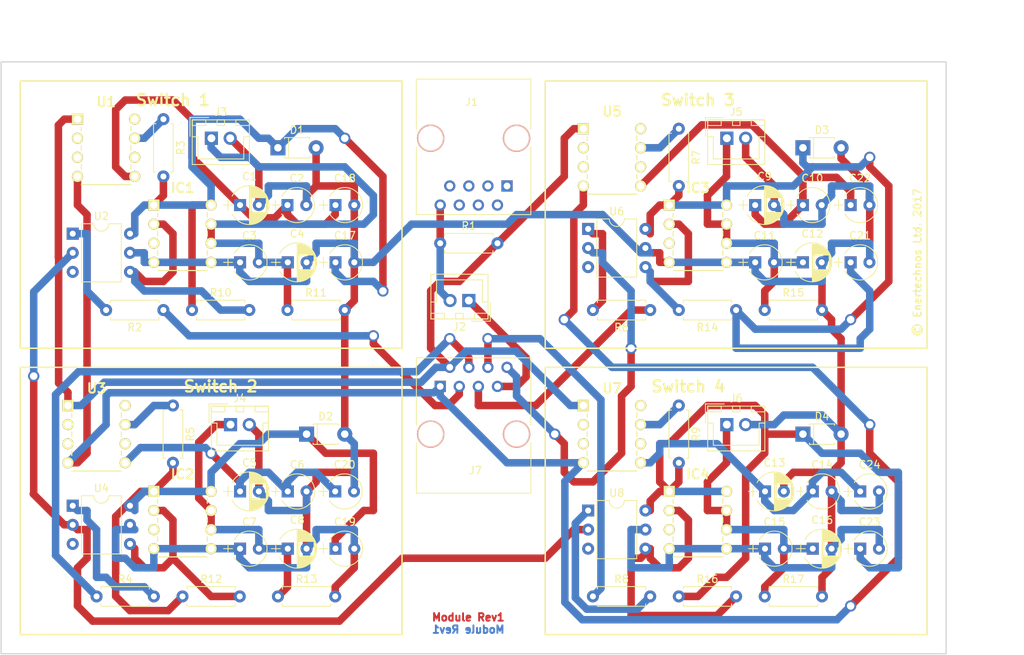
<source format=kicad_pcb>
(kicad_pcb (version 4) (host pcbnew 4.0.7)

  (general
    (links 139)
    (no_connects 11)
    (area 44.852857 26.559839 189.46 114.525)
    (thickness 1.6)
    (drawings 29)
    (tracks 602)
    (zones 0)
    (modules 68)
    (nets 35)
  )

  (page A4)
  (layers
    (0 F.Cu signal)
    (31 B.Cu signal)
    (33 F.Adhes user hide)
    (35 F.Paste user hide)
    (37 F.SilkS user)
    (39 F.Mask user)
    (40 Dwgs.User user)
    (41 Cmts.User user hide)
    (42 Eco1.User user hide)
    (43 Eco2.User user hide)
    (44 Edge.Cuts user)
    (45 Margin user hide)
    (47 F.CrtYd user)
    (49 F.Fab user hide)
  )

  (setup
    (last_trace_width 1)
    (trace_clearance 0.4)
    (zone_clearance 0.35)
    (zone_45_only no)
    (trace_min 0.2)
    (segment_width 0.2)
    (edge_width 0.15)
    (via_size 1.5)
    (via_drill 1)
    (via_min_size 0.4)
    (via_min_drill 0.3)
    (uvia_size 1)
    (uvia_drill 0.5)
    (uvias_allowed no)
    (uvia_min_size 0.2)
    (uvia_min_drill 0.1)
    (pcb_text_width 0.3)
    (pcb_text_size 1.5 1.5)
    (mod_edge_width 0.15)
    (mod_text_size 1 1)
    (mod_text_width 0.15)
    (pad_size 1.524 1.524)
    (pad_drill 0.762)
    (pad_to_mask_clearance 0.2)
    (aux_axis_origin 0 0)
    (visible_elements 7FFFEFFF)
    (pcbplotparams
      (layerselection 0x00030_80000001)
      (usegerberextensions false)
      (excludeedgelayer true)
      (linewidth 0.100000)
      (plotframeref false)
      (viasonmask false)
      (mode 1)
      (useauxorigin false)
      (hpglpennumber 1)
      (hpglpenspeed 20)
      (hpglpendiameter 15)
      (hpglpenoverlay 2)
      (psnegative false)
      (psa4output false)
      (plotreference true)
      (plotvalue true)
      (plotinvisibletext false)
      (padsonsilk false)
      (subtractmaskfromsilk false)
      (outputformat 1)
      (mirror false)
      (drillshape 1)
      (scaleselection 1)
      (outputdirectory ""))
  )

  (net 0 "")
  (net 1 "Net-(C1-Pad1)")
  (net 2 Earth)
  (net 3 "Net-(C3-Pad2)")
  (net 4 "Net-(C7-Pad2)")
  (net 5 "Net-(C10-Pad1)")
  (net 6 "Net-(C11-Pad2)")
  (net 7 "Net-(C13-Pad1)")
  (net 8 "Net-(C15-Pad2)")
  (net 9 "Net-(IC1-Pad2)")
  (net 10 "Net-(IC2-Pad2)")
  (net 11 "Net-(IC3-Pad2)")
  (net 12 "Net-(IC4-Pad2)")
  (net 13 DC_IN)
  (net 14 DC_GND)
  (net 15 ARD_TEMP)
  (net 16 ARD_GND)
  (net 17 "Net-(R2-Pad2)")
  (net 18 "Net-(R4-Pad2)")
  (net 19 "Net-(R6-Pad2)")
  (net 20 "Net-(R8-Pad2)")
  (net 21 "Net-(C20-Pad1)")
  (net 22 "Net-(C17-Pad1)")
  (net 23 "Net-(C19-Pad1)")
  (net 24 "Net-(C21-Pad1)")
  (net 25 "Net-(C23-Pad1)")
  (net 26 "Net-(R3-Pad1)")
  (net 27 "Net-(R5-Pad1)")
  (net 28 "Net-(R7-Pad1)")
  (net 29 "Net-(R9-Pad1)")
  (net 30 ARD_PWM_A)
  (net 31 ARD_PWM_B)
  (net 32 ARD_PWM_C)
  (net 33 ARD_PWM_D)
  (net 34 ARD_5V)

  (net_class Default "This is the default net class."
    (clearance 0.4)
    (trace_width 1)
    (via_dia 1.5)
    (via_drill 1)
    (uvia_dia 1)
    (uvia_drill 0.5)
    (add_net ARD_5V)
    (add_net ARD_GND)
    (add_net ARD_PWM_A)
    (add_net ARD_PWM_B)
    (add_net ARD_PWM_C)
    (add_net ARD_PWM_D)
    (add_net ARD_TEMP)
    (add_net DC_GND)
    (add_net DC_IN)
    (add_net Earth)
    (add_net "Net-(C1-Pad1)")
    (add_net "Net-(C10-Pad1)")
    (add_net "Net-(C11-Pad2)")
    (add_net "Net-(C13-Pad1)")
    (add_net "Net-(C15-Pad2)")
    (add_net "Net-(C17-Pad1)")
    (add_net "Net-(C19-Pad1)")
    (add_net "Net-(C20-Pad1)")
    (add_net "Net-(C21-Pad1)")
    (add_net "Net-(C23-Pad1)")
    (add_net "Net-(C3-Pad2)")
    (add_net "Net-(C7-Pad2)")
    (add_net "Net-(IC1-Pad2)")
    (add_net "Net-(IC2-Pad2)")
    (add_net "Net-(IC3-Pad2)")
    (add_net "Net-(IC4-Pad2)")
    (add_net "Net-(R2-Pad2)")
    (add_net "Net-(R3-Pad1)")
    (add_net "Net-(R4-Pad2)")
    (add_net "Net-(R5-Pad1)")
    (add_net "Net-(R6-Pad2)")
    (add_net "Net-(R7-Pad1)")
    (add_net "Net-(R8-Pad2)")
    (add_net "Net-(R9-Pad1)")
  )

  (module Housings_DIP:DIP-6_W7.62mm (layer F.Cu) (tedit 59C78D6B) (tstamp 59EF6872)
    (at 127.635 56.515)
    (descr "6-lead though-hole mounted DIP package, row spacing 7.62 mm (300 mils)")
    (tags "THT DIP DIL PDIP 2.54mm 7.62mm 300mil")
    (path /59A71299/59A6DAA6)
    (fp_text reference U6 (at 3.81 -2.33) (layer F.SilkS)
      (effects (font (size 1 1) (thickness 0.15)))
    )
    (fp_text value H11N1M (at 3.81 7.41) (layer F.Fab)
      (effects (font (size 1 1) (thickness 0.15)))
    )
    (fp_arc (start 3.81 -1.33) (end 2.81 -1.33) (angle -180) (layer F.SilkS) (width 0.12))
    (fp_line (start 1.635 -1.27) (end 6.985 -1.27) (layer F.Fab) (width 0.1))
    (fp_line (start 6.985 -1.27) (end 6.985 6.35) (layer F.Fab) (width 0.1))
    (fp_line (start 6.985 6.35) (end 0.635 6.35) (layer F.Fab) (width 0.1))
    (fp_line (start 0.635 6.35) (end 0.635 -0.27) (layer F.Fab) (width 0.1))
    (fp_line (start 0.635 -0.27) (end 1.635 -1.27) (layer F.Fab) (width 0.1))
    (fp_line (start 2.81 -1.33) (end 1.16 -1.33) (layer F.SilkS) (width 0.12))
    (fp_line (start 1.16 -1.33) (end 1.16 6.41) (layer F.SilkS) (width 0.12))
    (fp_line (start 1.16 6.41) (end 6.46 6.41) (layer F.SilkS) (width 0.12))
    (fp_line (start 6.46 6.41) (end 6.46 -1.33) (layer F.SilkS) (width 0.12))
    (fp_line (start 6.46 -1.33) (end 4.81 -1.33) (layer F.SilkS) (width 0.12))
    (fp_line (start -1.1 -1.55) (end -1.1 6.6) (layer F.CrtYd) (width 0.05))
    (fp_line (start -1.1 6.6) (end 8.7 6.6) (layer F.CrtYd) (width 0.05))
    (fp_line (start 8.7 6.6) (end 8.7 -1.55) (layer F.CrtYd) (width 0.05))
    (fp_line (start 8.7 -1.55) (end -1.1 -1.55) (layer F.CrtYd) (width 0.05))
    (fp_text user %R (at 3.81 2.54) (layer F.Fab)
      (effects (font (size 1 1) (thickness 0.15)))
    )
    (pad 1 thru_hole rect (at 0 0) (size 1.6 1.6) (drill 0.8) (layers *.Cu *.Mask)
      (net 19 "Net-(R6-Pad2)"))
    (pad 4 thru_hole oval (at 7.62 5.08) (size 1.6 1.6) (drill 0.8) (layers *.Cu *.Mask)
      (net 11 "Net-(IC3-Pad2)"))
    (pad 2 thru_hole oval (at 0 2.54) (size 1.6 1.6) (drill 0.8) (layers *.Cu *.Mask)
      (net 16 ARD_GND))
    (pad 5 thru_hole oval (at 7.62 2.54) (size 1.6 1.6) (drill 0.8) (layers *.Cu *.Mask)
      (net 2 Earth))
    (pad 3 thru_hole oval (at 0 5.08) (size 1.6 1.6) (drill 0.8) (layers *.Cu *.Mask))
    (pad 6 thru_hole oval (at 7.62 0) (size 1.6 1.6) (drill 0.8) (layers *.Cu *.Mask)
      (net 24 "Net-(C21-Pad1)"))
    (model ${KISYS3DMOD}/Housings_DIP.3dshapes/DIP-6_W7.62mm.wrl
      (at (xyz 0 0 0))
      (scale (xyz 1 1 1))
      (rotate (xyz 0 0 0))
    )
  )

  (module Mounting_Holes:MountingHole_4.3mm_M4 (layer F.Cu) (tedit 59A7ED15) (tstamp 59A7F116)
    (at 54.61 107.95)
    (descr "Mounting Hole 4.3mm, no annular, M4")
    (tags "mounting hole 4.3mm no annular m4")
    (fp_text reference "" (at 0 -5.3) (layer F.SilkS)
      (effects (font (size 1 1) (thickness 0.15)))
    )
    (fp_text value MountingHole_4.3mm_M4 (at 0 5.3) (layer F.Fab)
      (effects (font (size 1 1) (thickness 0.15)))
    )
    (fp_circle (center 0 0) (end 4.3 0) (layer Cmts.User) (width 0.15))
    (fp_circle (center 0 0) (end 4.55 0) (layer F.CrtYd) (width 0.05))
    (pad 1 np_thru_hole circle (at 0 0) (size 4.3 4.3) (drill 4.3) (layers *.Cu *.Mask))
  )

  (module Mounting_Holes:MountingHole_4.3mm_M4 (layer F.Cu) (tedit 59A7ED1B) (tstamp 59A7F102)
    (at 170.18 107.95)
    (descr "Mounting Hole 4.3mm, no annular, M4")
    (tags "mounting hole 4.3mm no annular m4")
    (fp_text reference "" (at 0 -5.3) (layer F.SilkS)
      (effects (font (size 1 1) (thickness 0.15)))
    )
    (fp_text value MountingHole_4.3mm_M4 (at 0 5.3) (layer F.Fab)
      (effects (font (size 1 1) (thickness 0.15)))
    )
    (fp_circle (center 0 0) (end 4.3 0) (layer Cmts.User) (width 0.15))
    (fp_circle (center 0 0) (end 4.55 0) (layer F.CrtYd) (width 0.05))
    (pad 1 np_thru_hole circle (at 0 0) (size 4.3 4.3) (drill 4.3) (layers *.Cu *.Mask))
  )

  (module Mounting_Holes:MountingHole_4.3mm_M4 (layer F.Cu) (tedit 59A7ED10) (tstamp 59A7F0FC)
    (at 170.18 39.37)
    (descr "Mounting Hole 4.3mm, no annular, M4")
    (tags "mounting hole 4.3mm no annular m4")
    (fp_text reference "" (at 0 -5.3) (layer F.SilkS)
      (effects (font (size 1 1) (thickness 0.15)))
    )
    (fp_text value MountingHole_4.3mm_M4 (at 0 5.3) (layer F.Fab)
      (effects (font (size 1 1) (thickness 0.15)))
    )
    (fp_circle (center 0 0) (end 4.3 0) (layer Cmts.User) (width 0.15))
    (fp_circle (center 0 0) (end 4.55 0) (layer F.CrtYd) (width 0.05))
    (pad 1 np_thru_hole circle (at 0 0) (size 4.3 4.3) (drill 4.3) (layers *.Cu *.Mask))
  )

  (module Capacitors_THT:CP_Radial_Tantal_D4.5mm_P2.50mm (layer F.Cu) (tedit 597C781B) (tstamp 59A6E9D7)
    (at 156.21 53.34)
    (descr "CP, Radial_Tantal series, Radial, pin pitch=2.50mm, , diameter=4.5mm, Tantal Electrolytic Capacitor, http://cdn-reichelt.de/documents/datenblatt/B300/TANTAL-TB-Serie%23.pdf")
    (tags "CP Radial_Tantal series Radial pin pitch 2.50mm  diameter 4.5mm Tantal Electrolytic Capacitor")
    (path /59A71299/59A6D3E0)
    (fp_text reference C10 (at 1.25 -3.56) (layer F.SilkS)
      (effects (font (size 1 1) (thickness 0.15)))
    )
    (fp_text value 100nF (at 1.25 3.56) (layer F.Fab)
      (effects (font (size 1 1) (thickness 0.15)))
    )
    (fp_arc (start 1.25 0) (end -0.770693 -1.18) (angle 119.4) (layer F.SilkS) (width 0.12))
    (fp_arc (start 1.25 0) (end -0.770693 1.18) (angle -119.4) (layer F.SilkS) (width 0.12))
    (fp_arc (start 1.25 0) (end 3.270693 -1.18) (angle 60.6) (layer F.SilkS) (width 0.12))
    (fp_circle (center 1.25 0) (end 3.5 0) (layer F.Fab) (width 0.1))
    (fp_line (start -2.2 0) (end -1 0) (layer F.Fab) (width 0.1))
    (fp_line (start -1.6 -0.65) (end -1.6 0.65) (layer F.Fab) (width 0.1))
    (fp_line (start -2.2 0) (end -1 0) (layer F.SilkS) (width 0.12))
    (fp_line (start -1.6 -0.65) (end -1.6 0.65) (layer F.SilkS) (width 0.12))
    (fp_line (start -1.35 -2.6) (end -1.35 2.6) (layer F.CrtYd) (width 0.05))
    (fp_line (start -1.35 2.6) (end 3.85 2.6) (layer F.CrtYd) (width 0.05))
    (fp_line (start 3.85 2.6) (end 3.85 -2.6) (layer F.CrtYd) (width 0.05))
    (fp_line (start 3.85 -2.6) (end -1.35 -2.6) (layer F.CrtYd) (width 0.05))
    (fp_text user %R (at 1.25 0) (layer F.Fab)
      (effects (font (size 1 1) (thickness 0.15)))
    )
    (pad 1 thru_hole rect (at 0 0) (size 1.6 1.6) (drill 0.8) (layers *.Cu *.Mask)
      (net 5 "Net-(C10-Pad1)"))
    (pad 2 thru_hole circle (at 2.5 0) (size 1.6 1.6) (drill 0.8) (layers *.Cu *.Mask)
      (net 2 Earth))
    (model ${KISYS3DMOD}/Capacitors_THT.3dshapes/CP_Radial_Tantal_D4.5mm_P2.50mm.wrl
      (at (xyz 0 0 0))
      (scale (xyz 1 1 1))
      (rotate (xyz 0 0 0))
    )
  )

  (module PartsLibraries:TC4422AVPA (layer F.Cu) (tedit 592E9A52) (tstamp 59A6EF40)
    (at 127 80.01)
    (descr DIP254P762X432-8)
    (tags "Integrated Circuit")
    (path /59A712A3/59A6D3EA)
    (fp_text reference U7 (at 3.81 -2.286) (layer F.SilkS)
      (effects (font (size 1.27 1.27) (thickness 0.254)))
    )
    (fp_text value NME1212DC (at 3.556 9.906) (layer F.SilkS) hide
      (effects (font (size 1.27 1.27) (thickness 0.254)))
    )
    (fp_line (start 0.508 8.7122) (end 0.508 -1.0922) (layer Dwgs.User) (width 0.1524))
    (fp_line (start 0.508 -1.1938) (end 7.112 -1.1938) (layer Dwgs.User) (width 0.1524))
    (fp_line (start -0.4826 3.048) (end 0.508 3.048) (layer Dwgs.User) (width 0.1524))
    (fp_line (start -0.4826 2.032) (end -0.4826 3.048) (layer Dwgs.User) (width 0.1524))
    (fp_line (start 0.508 2.032) (end -0.4826 2.032) (layer Dwgs.User) (width 0.1524))
    (fp_line (start 0.508 3.048) (end 0.508 2.032) (layer Dwgs.User) (width 0.1524))
    (fp_line (start 7.112 1.5748) (end 7.112 0.9652) (layer F.SilkS) (width 0.1524))
    (fp_line (start 7.112 4.1148) (end 7.112 3.5052) (layer F.SilkS) (width 0.1524))
    (fp_line (start 0.508 6.0452) (end 0.508 6.6548) (layer F.SilkS) (width 0.1524))
    (fp_line (start 0.508 3.5052) (end 0.508 4.1148) (layer F.SilkS) (width 0.1524))
    (fp_line (start 0.508 8.7122) (end 7.112 8.7122) (layer F.SilkS) (width 0.1524))
    (fp_line (start 7.112 6.6548) (end 7.112 6.0452) (layer F.SilkS) (width 0.1524))
    (fp_line (start 0.508 1.0922) (end 0.508 1.5748) (layer F.SilkS) (width 0.1524))
    (fp_line (start 0.508 0.508) (end 0.508 -0.508) (layer Dwgs.User) (width 0.1524))
    (fp_line (start 0.508 -0.508) (end -0.4826 -0.508) (layer Dwgs.User) (width 0.1524))
    (fp_line (start -0.4826 -0.508) (end -0.4826 0.508) (layer Dwgs.User) (width 0.1524))
    (fp_line (start -0.4826 0.508) (end 0.508 0.508) (layer Dwgs.User) (width 0.1524))
    (fp_line (start 0.508 5.588) (end 0.508 4.572) (layer Dwgs.User) (width 0.1524))
    (fp_line (start 0.508 4.572) (end -0.4826 4.572) (layer Dwgs.User) (width 0.1524))
    (fp_line (start -0.4826 4.572) (end -0.4826 5.588) (layer Dwgs.User) (width 0.1524))
    (fp_line (start -0.4826 5.588) (end 0.508 5.588) (layer Dwgs.User) (width 0.1524))
    (fp_line (start 0.508 8.128) (end 0.508 7.112) (layer Dwgs.User) (width 0.1524))
    (fp_line (start 0.508 7.112) (end -0.4826 7.1374) (layer Dwgs.User) (width 0.1524))
    (fp_line (start -0.4826 7.1374) (end -0.4826 8.128) (layer Dwgs.User) (width 0.1524))
    (fp_line (start -0.4826 8.128) (end 0.508 8.128) (layer Dwgs.User) (width 0.1524))
    (fp_line (start 7.112 7.112) (end 7.112 8.128) (layer Dwgs.User) (width 0.1524))
    (fp_line (start 7.112 8.128) (end 8.1026 8.1026) (layer Dwgs.User) (width 0.1524))
    (fp_line (start 8.1026 8.1026) (end 8.1026 7.112) (layer Dwgs.User) (width 0.1524))
    (fp_line (start 8.1026 7.112) (end 7.112 7.112) (layer Dwgs.User) (width 0.1524))
    (fp_line (start 7.112 4.572) (end 7.112 5.588) (layer Dwgs.User) (width 0.1524))
    (fp_line (start 7.112 5.588) (end 8.1026 5.5626) (layer Dwgs.User) (width 0.1524))
    (fp_line (start 8.1026 5.5626) (end 8.1026 4.572) (layer Dwgs.User) (width 0.1524))
    (fp_line (start 8.1026 4.572) (end 7.112 4.572) (layer Dwgs.User) (width 0.1524))
    (fp_line (start 7.112 2.032) (end 7.112 3.048) (layer Dwgs.User) (width 0.1524))
    (fp_line (start 7.112 3.048) (end 8.1026 3.048) (layer Dwgs.User) (width 0.1524))
    (fp_line (start 8.1026 3.048) (end 8.1026 2.032) (layer Dwgs.User) (width 0.1524))
    (fp_line (start 8.1026 2.032) (end 7.112 2.032) (layer Dwgs.User) (width 0.1524))
    (fp_line (start 7.112 -0.508) (end 7.112 0.508) (layer Dwgs.User) (width 0.1524))
    (fp_line (start 7.112 0.508) (end 8.1026 0.508) (layer Dwgs.User) (width 0.1524))
    (fp_line (start 8.1026 0.508) (end 8.1026 -0.508) (layer Dwgs.User) (width 0.1524))
    (fp_line (start 8.1026 -0.508) (end 7.112 -0.508) (layer Dwgs.User) (width 0.1524))
    (fp_line (start 0.508 8.7122) (end 7.112 8.7122) (layer Dwgs.User) (width 0.1524))
    (fp_line (start 7.112 8.7122) (end 7.112 -1.0922) (layer Dwgs.User) (width 0.1524))
    (pad 1 thru_hole rect (at 0 0 90) (size 1.4859 1.4859) (drill 0.9906) (layers *.Cu *.Mask F.SilkS)
      (net 14 DC_GND))
    (pad 2 thru_hole circle (at 0 2.54 90) (size 1.4859 1.4859) (drill 0.9906) (layers *.Cu *.Mask F.SilkS))
    (pad 3 thru_hole circle (at 0 5.08 90) (size 1.4859 1.4859) (drill 0.9906) (layers *.Cu *.Mask F.SilkS))
    (pad 4 thru_hole circle (at 0 7.62 90) (size 1.4859 1.4859) (drill 0.9906) (layers *.Cu *.Mask F.SilkS)
      (net 13 DC_IN))
    (pad 5 thru_hole circle (at 7.62 7.62 90) (size 1.4859 1.4859) (drill 0.9906) (layers *.Cu *.Mask F.SilkS)
      (net 7 "Net-(C13-Pad1)"))
    (pad 6 thru_hole circle (at 7.62 5.08 90) (size 1.4859 1.4859) (drill 0.9906) (layers *.Cu *.Mask F.SilkS))
    (pad 7 thru_hole circle (at 7.62 2.54 90) (size 1.4859 1.4859) (drill 0.9906) (layers *.Cu *.Mask F.SilkS)
      (net 29 "Net-(R9-Pad1)"))
    (pad 8 thru_hole circle (at 7.62 0 90) (size 1.4859 1.4859) (drill 0.9906) (layers *.Cu *.Mask F.SilkS))
    (model Housings_DIP.3dshapes/DIP-8_W7.62mm.wrl
      (at (xyz 0 0 0))
      (scale (xyz 1 1 1))
      (rotate (xyz 0 0 0))
    )
  )

  (module PartsLibraries:TC4422AVPA (layer F.Cu) (tedit 592E9A52) (tstamp 59A6EE9E)
    (at 58.42 80.01)
    (descr DIP254P762X432-8)
    (tags "Integrated Circuit")
    (path /59A7109E/59A6D3EA)
    (fp_text reference U3 (at 3.81 -2.286) (layer F.SilkS)
      (effects (font (size 1.27 1.27) (thickness 0.254)))
    )
    (fp_text value NME1212DC (at 3.556 9.906) (layer F.SilkS) hide
      (effects (font (size 1.27 1.27) (thickness 0.254)))
    )
    (fp_line (start 0.508 8.7122) (end 0.508 -1.0922) (layer Dwgs.User) (width 0.1524))
    (fp_line (start 0.508 -1.1938) (end 7.112 -1.1938) (layer Dwgs.User) (width 0.1524))
    (fp_line (start -0.4826 3.048) (end 0.508 3.048) (layer Dwgs.User) (width 0.1524))
    (fp_line (start -0.4826 2.032) (end -0.4826 3.048) (layer Dwgs.User) (width 0.1524))
    (fp_line (start 0.508 2.032) (end -0.4826 2.032) (layer Dwgs.User) (width 0.1524))
    (fp_line (start 0.508 3.048) (end 0.508 2.032) (layer Dwgs.User) (width 0.1524))
    (fp_line (start 7.112 1.5748) (end 7.112 0.9652) (layer F.SilkS) (width 0.1524))
    (fp_line (start 7.112 4.1148) (end 7.112 3.5052) (layer F.SilkS) (width 0.1524))
    (fp_line (start 0.508 6.0452) (end 0.508 6.6548) (layer F.SilkS) (width 0.1524))
    (fp_line (start 0.508 3.5052) (end 0.508 4.1148) (layer F.SilkS) (width 0.1524))
    (fp_line (start 0.508 8.7122) (end 7.112 8.7122) (layer F.SilkS) (width 0.1524))
    (fp_line (start 7.112 6.6548) (end 7.112 6.0452) (layer F.SilkS) (width 0.1524))
    (fp_line (start 0.508 1.0922) (end 0.508 1.5748) (layer F.SilkS) (width 0.1524))
    (fp_line (start 0.508 0.508) (end 0.508 -0.508) (layer Dwgs.User) (width 0.1524))
    (fp_line (start 0.508 -0.508) (end -0.4826 -0.508) (layer Dwgs.User) (width 0.1524))
    (fp_line (start -0.4826 -0.508) (end -0.4826 0.508) (layer Dwgs.User) (width 0.1524))
    (fp_line (start -0.4826 0.508) (end 0.508 0.508) (layer Dwgs.User) (width 0.1524))
    (fp_line (start 0.508 5.588) (end 0.508 4.572) (layer Dwgs.User) (width 0.1524))
    (fp_line (start 0.508 4.572) (end -0.4826 4.572) (layer Dwgs.User) (width 0.1524))
    (fp_line (start -0.4826 4.572) (end -0.4826 5.588) (layer Dwgs.User) (width 0.1524))
    (fp_line (start -0.4826 5.588) (end 0.508 5.588) (layer Dwgs.User) (width 0.1524))
    (fp_line (start 0.508 8.128) (end 0.508 7.112) (layer Dwgs.User) (width 0.1524))
    (fp_line (start 0.508 7.112) (end -0.4826 7.1374) (layer Dwgs.User) (width 0.1524))
    (fp_line (start -0.4826 7.1374) (end -0.4826 8.128) (layer Dwgs.User) (width 0.1524))
    (fp_line (start -0.4826 8.128) (end 0.508 8.128) (layer Dwgs.User) (width 0.1524))
    (fp_line (start 7.112 7.112) (end 7.112 8.128) (layer Dwgs.User) (width 0.1524))
    (fp_line (start 7.112 8.128) (end 8.1026 8.1026) (layer Dwgs.User) (width 0.1524))
    (fp_line (start 8.1026 8.1026) (end 8.1026 7.112) (layer Dwgs.User) (width 0.1524))
    (fp_line (start 8.1026 7.112) (end 7.112 7.112) (layer Dwgs.User) (width 0.1524))
    (fp_line (start 7.112 4.572) (end 7.112 5.588) (layer Dwgs.User) (width 0.1524))
    (fp_line (start 7.112 5.588) (end 8.1026 5.5626) (layer Dwgs.User) (width 0.1524))
    (fp_line (start 8.1026 5.5626) (end 8.1026 4.572) (layer Dwgs.User) (width 0.1524))
    (fp_line (start 8.1026 4.572) (end 7.112 4.572) (layer Dwgs.User) (width 0.1524))
    (fp_line (start 7.112 2.032) (end 7.112 3.048) (layer Dwgs.User) (width 0.1524))
    (fp_line (start 7.112 3.048) (end 8.1026 3.048) (layer Dwgs.User) (width 0.1524))
    (fp_line (start 8.1026 3.048) (end 8.1026 2.032) (layer Dwgs.User) (width 0.1524))
    (fp_line (start 8.1026 2.032) (end 7.112 2.032) (layer Dwgs.User) (width 0.1524))
    (fp_line (start 7.112 -0.508) (end 7.112 0.508) (layer Dwgs.User) (width 0.1524))
    (fp_line (start 7.112 0.508) (end 8.1026 0.508) (layer Dwgs.User) (width 0.1524))
    (fp_line (start 8.1026 0.508) (end 8.1026 -0.508) (layer Dwgs.User) (width 0.1524))
    (fp_line (start 8.1026 -0.508) (end 7.112 -0.508) (layer Dwgs.User) (width 0.1524))
    (fp_line (start 0.508 8.7122) (end 7.112 8.7122) (layer Dwgs.User) (width 0.1524))
    (fp_line (start 7.112 8.7122) (end 7.112 -1.0922) (layer Dwgs.User) (width 0.1524))
    (pad 1 thru_hole rect (at 0 0 90) (size 1.4859 1.4859) (drill 0.9906) (layers *.Cu *.Mask F.SilkS)
      (net 14 DC_GND))
    (pad 2 thru_hole circle (at 0 2.54 90) (size 1.4859 1.4859) (drill 0.9906) (layers *.Cu *.Mask F.SilkS))
    (pad 3 thru_hole circle (at 0 5.08 90) (size 1.4859 1.4859) (drill 0.9906) (layers *.Cu *.Mask F.SilkS))
    (pad 4 thru_hole circle (at 0 7.62 90) (size 1.4859 1.4859) (drill 0.9906) (layers *.Cu *.Mask F.SilkS)
      (net 13 DC_IN))
    (pad 5 thru_hole circle (at 7.62 7.62 90) (size 1.4859 1.4859) (drill 0.9906) (layers *.Cu *.Mask F.SilkS)
      (net 21 "Net-(C20-Pad1)"))
    (pad 6 thru_hole circle (at 7.62 5.08 90) (size 1.4859 1.4859) (drill 0.9906) (layers *.Cu *.Mask F.SilkS))
    (pad 7 thru_hole circle (at 7.62 2.54 90) (size 1.4859 1.4859) (drill 0.9906) (layers *.Cu *.Mask F.SilkS)
      (net 27 "Net-(R5-Pad1)"))
    (pad 8 thru_hole circle (at 7.62 0 90) (size 1.4859 1.4859) (drill 0.9906) (layers *.Cu *.Mask F.SilkS))
    (model Housings_DIP.3dshapes/DIP-8_W7.62mm.wrl
      (at (xyz 0 0 0))
      (scale (xyz 1 1 1))
      (rotate (xyz 0 0 0))
    )
  )

  (module PartsLibraries:TC4422AVPA (layer F.Cu) (tedit 592E9A52) (tstamp 59A6EEEF)
    (at 127 43.18)
    (descr DIP254P762X432-8)
    (tags "Integrated Circuit")
    (path /59A71299/59A6D3EA)
    (fp_text reference U5 (at 3.81 -2.286) (layer F.SilkS)
      (effects (font (size 1.27 1.27) (thickness 0.254)))
    )
    (fp_text value NME1212DC (at 3.556 9.906) (layer F.SilkS) hide
      (effects (font (size 1.27 1.27) (thickness 0.254)))
    )
    (fp_line (start 0.508 8.7122) (end 0.508 -1.0922) (layer Dwgs.User) (width 0.1524))
    (fp_line (start 0.508 -1.1938) (end 7.112 -1.1938) (layer Dwgs.User) (width 0.1524))
    (fp_line (start -0.4826 3.048) (end 0.508 3.048) (layer Dwgs.User) (width 0.1524))
    (fp_line (start -0.4826 2.032) (end -0.4826 3.048) (layer Dwgs.User) (width 0.1524))
    (fp_line (start 0.508 2.032) (end -0.4826 2.032) (layer Dwgs.User) (width 0.1524))
    (fp_line (start 0.508 3.048) (end 0.508 2.032) (layer Dwgs.User) (width 0.1524))
    (fp_line (start 7.112 1.5748) (end 7.112 0.9652) (layer F.SilkS) (width 0.1524))
    (fp_line (start 7.112 4.1148) (end 7.112 3.5052) (layer F.SilkS) (width 0.1524))
    (fp_line (start 0.508 6.0452) (end 0.508 6.6548) (layer F.SilkS) (width 0.1524))
    (fp_line (start 0.508 3.5052) (end 0.508 4.1148) (layer F.SilkS) (width 0.1524))
    (fp_line (start 0.508 8.7122) (end 7.112 8.7122) (layer F.SilkS) (width 0.1524))
    (fp_line (start 7.112 6.6548) (end 7.112 6.0452) (layer F.SilkS) (width 0.1524))
    (fp_line (start 0.508 1.0922) (end 0.508 1.5748) (layer F.SilkS) (width 0.1524))
    (fp_line (start 0.508 0.508) (end 0.508 -0.508) (layer Dwgs.User) (width 0.1524))
    (fp_line (start 0.508 -0.508) (end -0.4826 -0.508) (layer Dwgs.User) (width 0.1524))
    (fp_line (start -0.4826 -0.508) (end -0.4826 0.508) (layer Dwgs.User) (width 0.1524))
    (fp_line (start -0.4826 0.508) (end 0.508 0.508) (layer Dwgs.User) (width 0.1524))
    (fp_line (start 0.508 5.588) (end 0.508 4.572) (layer Dwgs.User) (width 0.1524))
    (fp_line (start 0.508 4.572) (end -0.4826 4.572) (layer Dwgs.User) (width 0.1524))
    (fp_line (start -0.4826 4.572) (end -0.4826 5.588) (layer Dwgs.User) (width 0.1524))
    (fp_line (start -0.4826 5.588) (end 0.508 5.588) (layer Dwgs.User) (width 0.1524))
    (fp_line (start 0.508 8.128) (end 0.508 7.112) (layer Dwgs.User) (width 0.1524))
    (fp_line (start 0.508 7.112) (end -0.4826 7.1374) (layer Dwgs.User) (width 0.1524))
    (fp_line (start -0.4826 7.1374) (end -0.4826 8.128) (layer Dwgs.User) (width 0.1524))
    (fp_line (start -0.4826 8.128) (end 0.508 8.128) (layer Dwgs.User) (width 0.1524))
    (fp_line (start 7.112 7.112) (end 7.112 8.128) (layer Dwgs.User) (width 0.1524))
    (fp_line (start 7.112 8.128) (end 8.1026 8.1026) (layer Dwgs.User) (width 0.1524))
    (fp_line (start 8.1026 8.1026) (end 8.1026 7.112) (layer Dwgs.User) (width 0.1524))
    (fp_line (start 8.1026 7.112) (end 7.112 7.112) (layer Dwgs.User) (width 0.1524))
    (fp_line (start 7.112 4.572) (end 7.112 5.588) (layer Dwgs.User) (width 0.1524))
    (fp_line (start 7.112 5.588) (end 8.1026 5.5626) (layer Dwgs.User) (width 0.1524))
    (fp_line (start 8.1026 5.5626) (end 8.1026 4.572) (layer Dwgs.User) (width 0.1524))
    (fp_line (start 8.1026 4.572) (end 7.112 4.572) (layer Dwgs.User) (width 0.1524))
    (fp_line (start 7.112 2.032) (end 7.112 3.048) (layer Dwgs.User) (width 0.1524))
    (fp_line (start 7.112 3.048) (end 8.1026 3.048) (layer Dwgs.User) (width 0.1524))
    (fp_line (start 8.1026 3.048) (end 8.1026 2.032) (layer Dwgs.User) (width 0.1524))
    (fp_line (start 8.1026 2.032) (end 7.112 2.032) (layer Dwgs.User) (width 0.1524))
    (fp_line (start 7.112 -0.508) (end 7.112 0.508) (layer Dwgs.User) (width 0.1524))
    (fp_line (start 7.112 0.508) (end 8.1026 0.508) (layer Dwgs.User) (width 0.1524))
    (fp_line (start 8.1026 0.508) (end 8.1026 -0.508) (layer Dwgs.User) (width 0.1524))
    (fp_line (start 8.1026 -0.508) (end 7.112 -0.508) (layer Dwgs.User) (width 0.1524))
    (fp_line (start 0.508 8.7122) (end 7.112 8.7122) (layer Dwgs.User) (width 0.1524))
    (fp_line (start 7.112 8.7122) (end 7.112 -1.0922) (layer Dwgs.User) (width 0.1524))
    (pad 1 thru_hole rect (at 0 0 90) (size 1.4859 1.4859) (drill 0.9906) (layers *.Cu *.Mask F.SilkS)
      (net 14 DC_GND))
    (pad 2 thru_hole circle (at 0 2.54 90) (size 1.4859 1.4859) (drill 0.9906) (layers *.Cu *.Mask F.SilkS))
    (pad 3 thru_hole circle (at 0 5.08 90) (size 1.4859 1.4859) (drill 0.9906) (layers *.Cu *.Mask F.SilkS))
    (pad 4 thru_hole circle (at 0 7.62 90) (size 1.4859 1.4859) (drill 0.9906) (layers *.Cu *.Mask F.SilkS)
      (net 13 DC_IN))
    (pad 5 thru_hole circle (at 7.62 7.62 90) (size 1.4859 1.4859) (drill 0.9906) (layers *.Cu *.Mask F.SilkS)
      (net 5 "Net-(C10-Pad1)"))
    (pad 6 thru_hole circle (at 7.62 5.08 90) (size 1.4859 1.4859) (drill 0.9906) (layers *.Cu *.Mask F.SilkS))
    (pad 7 thru_hole circle (at 7.62 2.54 90) (size 1.4859 1.4859) (drill 0.9906) (layers *.Cu *.Mask F.SilkS)
      (net 28 "Net-(R7-Pad1)"))
    (pad 8 thru_hole circle (at 7.62 0 90) (size 1.4859 1.4859) (drill 0.9906) (layers *.Cu *.Mask F.SilkS))
    (model Housings_DIP.3dshapes/DIP-8_W7.62mm.wrl
      (at (xyz 0 0 0))
      (scale (xyz 1 1 1))
      (rotate (xyz 0 0 0))
    )
  )

  (module PartsLibraries:TC4422AVPA (layer F.Cu) (tedit 592E9A52) (tstamp 59A6EC7B)
    (at 138.43 91.44)
    (descr DIP254P762X432-8)
    (tags "Integrated Circuit")
    (path /59A712A3/59498139)
    (fp_text reference IC4 (at 3.81 -2.286) (layer F.SilkS)
      (effects (font (size 1.27 1.27) (thickness 0.254)))
    )
    (fp_text value TC4422AVPA (at 3.556 9.906) (layer F.SilkS) hide
      (effects (font (size 1.27 1.27) (thickness 0.254)))
    )
    (fp_line (start 0.508 8.7122) (end 0.508 -1.0922) (layer Dwgs.User) (width 0.1524))
    (fp_line (start 0.508 -1.1938) (end 7.112 -1.1938) (layer Dwgs.User) (width 0.1524))
    (fp_line (start -0.4826 3.048) (end 0.508 3.048) (layer Dwgs.User) (width 0.1524))
    (fp_line (start -0.4826 2.032) (end -0.4826 3.048) (layer Dwgs.User) (width 0.1524))
    (fp_line (start 0.508 2.032) (end -0.4826 2.032) (layer Dwgs.User) (width 0.1524))
    (fp_line (start 0.508 3.048) (end 0.508 2.032) (layer Dwgs.User) (width 0.1524))
    (fp_line (start 7.112 1.5748) (end 7.112 0.9652) (layer F.SilkS) (width 0.1524))
    (fp_line (start 7.112 4.1148) (end 7.112 3.5052) (layer F.SilkS) (width 0.1524))
    (fp_line (start 0.508 6.0452) (end 0.508 6.6548) (layer F.SilkS) (width 0.1524))
    (fp_line (start 0.508 3.5052) (end 0.508 4.1148) (layer F.SilkS) (width 0.1524))
    (fp_line (start 0.508 8.7122) (end 7.112 8.7122) (layer F.SilkS) (width 0.1524))
    (fp_line (start 7.112 6.6548) (end 7.112 6.0452) (layer F.SilkS) (width 0.1524))
    (fp_line (start 0.508 1.0922) (end 0.508 1.5748) (layer F.SilkS) (width 0.1524))
    (fp_line (start 0.508 0.508) (end 0.508 -0.508) (layer Dwgs.User) (width 0.1524))
    (fp_line (start 0.508 -0.508) (end -0.4826 -0.508) (layer Dwgs.User) (width 0.1524))
    (fp_line (start -0.4826 -0.508) (end -0.4826 0.508) (layer Dwgs.User) (width 0.1524))
    (fp_line (start -0.4826 0.508) (end 0.508 0.508) (layer Dwgs.User) (width 0.1524))
    (fp_line (start 0.508 5.588) (end 0.508 4.572) (layer Dwgs.User) (width 0.1524))
    (fp_line (start 0.508 4.572) (end -0.4826 4.572) (layer Dwgs.User) (width 0.1524))
    (fp_line (start -0.4826 4.572) (end -0.4826 5.588) (layer Dwgs.User) (width 0.1524))
    (fp_line (start -0.4826 5.588) (end 0.508 5.588) (layer Dwgs.User) (width 0.1524))
    (fp_line (start 0.508 8.128) (end 0.508 7.112) (layer Dwgs.User) (width 0.1524))
    (fp_line (start 0.508 7.112) (end -0.4826 7.1374) (layer Dwgs.User) (width 0.1524))
    (fp_line (start -0.4826 7.1374) (end -0.4826 8.128) (layer Dwgs.User) (width 0.1524))
    (fp_line (start -0.4826 8.128) (end 0.508 8.128) (layer Dwgs.User) (width 0.1524))
    (fp_line (start 7.112 7.112) (end 7.112 8.128) (layer Dwgs.User) (width 0.1524))
    (fp_line (start 7.112 8.128) (end 8.1026 8.1026) (layer Dwgs.User) (width 0.1524))
    (fp_line (start 8.1026 8.1026) (end 8.1026 7.112) (layer Dwgs.User) (width 0.1524))
    (fp_line (start 8.1026 7.112) (end 7.112 7.112) (layer Dwgs.User) (width 0.1524))
    (fp_line (start 7.112 4.572) (end 7.112 5.588) (layer Dwgs.User) (width 0.1524))
    (fp_line (start 7.112 5.588) (end 8.1026 5.5626) (layer Dwgs.User) (width 0.1524))
    (fp_line (start 8.1026 5.5626) (end 8.1026 4.572) (layer Dwgs.User) (width 0.1524))
    (fp_line (start 8.1026 4.572) (end 7.112 4.572) (layer Dwgs.User) (width 0.1524))
    (fp_line (start 7.112 2.032) (end 7.112 3.048) (layer Dwgs.User) (width 0.1524))
    (fp_line (start 7.112 3.048) (end 8.1026 3.048) (layer Dwgs.User) (width 0.1524))
    (fp_line (start 8.1026 3.048) (end 8.1026 2.032) (layer Dwgs.User) (width 0.1524))
    (fp_line (start 8.1026 2.032) (end 7.112 2.032) (layer Dwgs.User) (width 0.1524))
    (fp_line (start 7.112 -0.508) (end 7.112 0.508) (layer Dwgs.User) (width 0.1524))
    (fp_line (start 7.112 0.508) (end 8.1026 0.508) (layer Dwgs.User) (width 0.1524))
    (fp_line (start 8.1026 0.508) (end 8.1026 -0.508) (layer Dwgs.User) (width 0.1524))
    (fp_line (start 8.1026 -0.508) (end 7.112 -0.508) (layer Dwgs.User) (width 0.1524))
    (fp_line (start 0.508 8.7122) (end 7.112 8.7122) (layer Dwgs.User) (width 0.1524))
    (fp_line (start 7.112 8.7122) (end 7.112 -1.0922) (layer Dwgs.User) (width 0.1524))
    (pad 1 thru_hole rect (at 0 0 90) (size 1.4859 1.4859) (drill 0.9906) (layers *.Cu *.Mask F.SilkS)
      (net 25 "Net-(C23-Pad1)"))
    (pad 2 thru_hole circle (at 0 2.54 90) (size 1.4859 1.4859) (drill 0.9906) (layers *.Cu *.Mask F.SilkS)
      (net 12 "Net-(IC4-Pad2)"))
    (pad 3 thru_hole circle (at 0 5.08 90) (size 1.4859 1.4859) (drill 0.9906) (layers *.Cu *.Mask F.SilkS))
    (pad 4 thru_hole circle (at 0 7.62 90) (size 1.4859 1.4859) (drill 0.9906) (layers *.Cu *.Mask F.SilkS)
      (net 2 Earth))
    (pad 5 thru_hole circle (at 7.62 7.62 90) (size 1.4859 1.4859) (drill 0.9906) (layers *.Cu *.Mask F.SilkS)
      (net 2 Earth))
    (pad 6 thru_hole circle (at 7.62 5.08 90) (size 1.4859 1.4859) (drill 0.9906) (layers *.Cu *.Mask F.SilkS)
      (net 8 "Net-(C15-Pad2)"))
    (pad 7 thru_hole circle (at 7.62 2.54 90) (size 1.4859 1.4859) (drill 0.9906) (layers *.Cu *.Mask F.SilkS)
      (net 8 "Net-(C15-Pad2)"))
    (pad 8 thru_hole circle (at 7.62 0 90) (size 1.4859 1.4859) (drill 0.9906) (layers *.Cu *.Mask F.SilkS)
      (net 25 "Net-(C23-Pad1)"))
    (model Housings_DIP.3dshapes/DIP-8_W7.62mm.wrl
      (at (xyz 0 0 0))
      (scale (xyz 1 1 1))
      (rotate (xyz 0 0 0))
    )
  )

  (module PartsLibraries:TC4422AVPA (layer F.Cu) (tedit 592E9A52) (tstamp 59A6EC0D)
    (at 69.85 91.44)
    (descr DIP254P762X432-8)
    (tags "Integrated Circuit")
    (path /59A7109E/59498139)
    (fp_text reference IC2 (at 3.81 -2.286) (layer F.SilkS)
      (effects (font (size 1.27 1.27) (thickness 0.254)))
    )
    (fp_text value TC4422AVPA (at 3.556 9.906) (layer F.SilkS) hide
      (effects (font (size 1.27 1.27) (thickness 0.254)))
    )
    (fp_line (start 0.508 8.7122) (end 0.508 -1.0922) (layer Dwgs.User) (width 0.1524))
    (fp_line (start 0.508 -1.1938) (end 7.112 -1.1938) (layer Dwgs.User) (width 0.1524))
    (fp_line (start -0.4826 3.048) (end 0.508 3.048) (layer Dwgs.User) (width 0.1524))
    (fp_line (start -0.4826 2.032) (end -0.4826 3.048) (layer Dwgs.User) (width 0.1524))
    (fp_line (start 0.508 2.032) (end -0.4826 2.032) (layer Dwgs.User) (width 0.1524))
    (fp_line (start 0.508 3.048) (end 0.508 2.032) (layer Dwgs.User) (width 0.1524))
    (fp_line (start 7.112 1.5748) (end 7.112 0.9652) (layer F.SilkS) (width 0.1524))
    (fp_line (start 7.112 4.1148) (end 7.112 3.5052) (layer F.SilkS) (width 0.1524))
    (fp_line (start 0.508 6.0452) (end 0.508 6.6548) (layer F.SilkS) (width 0.1524))
    (fp_line (start 0.508 3.5052) (end 0.508 4.1148) (layer F.SilkS) (width 0.1524))
    (fp_line (start 0.508 8.7122) (end 7.112 8.7122) (layer F.SilkS) (width 0.1524))
    (fp_line (start 7.112 6.6548) (end 7.112 6.0452) (layer F.SilkS) (width 0.1524))
    (fp_line (start 0.508 1.0922) (end 0.508 1.5748) (layer F.SilkS) (width 0.1524))
    (fp_line (start 0.508 0.508) (end 0.508 -0.508) (layer Dwgs.User) (width 0.1524))
    (fp_line (start 0.508 -0.508) (end -0.4826 -0.508) (layer Dwgs.User) (width 0.1524))
    (fp_line (start -0.4826 -0.508) (end -0.4826 0.508) (layer Dwgs.User) (width 0.1524))
    (fp_line (start -0.4826 0.508) (end 0.508 0.508) (layer Dwgs.User) (width 0.1524))
    (fp_line (start 0.508 5.588) (end 0.508 4.572) (layer Dwgs.User) (width 0.1524))
    (fp_line (start 0.508 4.572) (end -0.4826 4.572) (layer Dwgs.User) (width 0.1524))
    (fp_line (start -0.4826 4.572) (end -0.4826 5.588) (layer Dwgs.User) (width 0.1524))
    (fp_line (start -0.4826 5.588) (end 0.508 5.588) (layer Dwgs.User) (width 0.1524))
    (fp_line (start 0.508 8.128) (end 0.508 7.112) (layer Dwgs.User) (width 0.1524))
    (fp_line (start 0.508 7.112) (end -0.4826 7.1374) (layer Dwgs.User) (width 0.1524))
    (fp_line (start -0.4826 7.1374) (end -0.4826 8.128) (layer Dwgs.User) (width 0.1524))
    (fp_line (start -0.4826 8.128) (end 0.508 8.128) (layer Dwgs.User) (width 0.1524))
    (fp_line (start 7.112 7.112) (end 7.112 8.128) (layer Dwgs.User) (width 0.1524))
    (fp_line (start 7.112 8.128) (end 8.1026 8.1026) (layer Dwgs.User) (width 0.1524))
    (fp_line (start 8.1026 8.1026) (end 8.1026 7.112) (layer Dwgs.User) (width 0.1524))
    (fp_line (start 8.1026 7.112) (end 7.112 7.112) (layer Dwgs.User) (width 0.1524))
    (fp_line (start 7.112 4.572) (end 7.112 5.588) (layer Dwgs.User) (width 0.1524))
    (fp_line (start 7.112 5.588) (end 8.1026 5.5626) (layer Dwgs.User) (width 0.1524))
    (fp_line (start 8.1026 5.5626) (end 8.1026 4.572) (layer Dwgs.User) (width 0.1524))
    (fp_line (start 8.1026 4.572) (end 7.112 4.572) (layer Dwgs.User) (width 0.1524))
    (fp_line (start 7.112 2.032) (end 7.112 3.048) (layer Dwgs.User) (width 0.1524))
    (fp_line (start 7.112 3.048) (end 8.1026 3.048) (layer Dwgs.User) (width 0.1524))
    (fp_line (start 8.1026 3.048) (end 8.1026 2.032) (layer Dwgs.User) (width 0.1524))
    (fp_line (start 8.1026 2.032) (end 7.112 2.032) (layer Dwgs.User) (width 0.1524))
    (fp_line (start 7.112 -0.508) (end 7.112 0.508) (layer Dwgs.User) (width 0.1524))
    (fp_line (start 7.112 0.508) (end 8.1026 0.508) (layer Dwgs.User) (width 0.1524))
    (fp_line (start 8.1026 0.508) (end 8.1026 -0.508) (layer Dwgs.User) (width 0.1524))
    (fp_line (start 8.1026 -0.508) (end 7.112 -0.508) (layer Dwgs.User) (width 0.1524))
    (fp_line (start 0.508 8.7122) (end 7.112 8.7122) (layer Dwgs.User) (width 0.1524))
    (fp_line (start 7.112 8.7122) (end 7.112 -1.0922) (layer Dwgs.User) (width 0.1524))
    (pad 1 thru_hole rect (at 0 0 90) (size 1.4859 1.4859) (drill 0.9906) (layers *.Cu *.Mask F.SilkS)
      (net 23 "Net-(C19-Pad1)"))
    (pad 2 thru_hole circle (at 0 2.54 90) (size 1.4859 1.4859) (drill 0.9906) (layers *.Cu *.Mask F.SilkS)
      (net 10 "Net-(IC2-Pad2)"))
    (pad 3 thru_hole circle (at 0 5.08 90) (size 1.4859 1.4859) (drill 0.9906) (layers *.Cu *.Mask F.SilkS))
    (pad 4 thru_hole circle (at 0 7.62 90) (size 1.4859 1.4859) (drill 0.9906) (layers *.Cu *.Mask F.SilkS)
      (net 2 Earth))
    (pad 5 thru_hole circle (at 7.62 7.62 90) (size 1.4859 1.4859) (drill 0.9906) (layers *.Cu *.Mask F.SilkS)
      (net 2 Earth))
    (pad 6 thru_hole circle (at 7.62 5.08 90) (size 1.4859 1.4859) (drill 0.9906) (layers *.Cu *.Mask F.SilkS)
      (net 4 "Net-(C7-Pad2)"))
    (pad 7 thru_hole circle (at 7.62 2.54 90) (size 1.4859 1.4859) (drill 0.9906) (layers *.Cu *.Mask F.SilkS)
      (net 4 "Net-(C7-Pad2)"))
    (pad 8 thru_hole circle (at 7.62 0 90) (size 1.4859 1.4859) (drill 0.9906) (layers *.Cu *.Mask F.SilkS)
      (net 23 "Net-(C19-Pad1)"))
    (model Housings_DIP.3dshapes/DIP-8_W7.62mm.wrl
      (at (xyz 0 0 0))
      (scale (xyz 1 1 1))
      (rotate (xyz 0 0 0))
    )
  )

  (module PartsLibraries:TC4422AVPA (layer F.Cu) (tedit 592E9A52) (tstamp 59A6EC44)
    (at 138.43 53.34)
    (descr DIP254P762X432-8)
    (tags "Integrated Circuit")
    (path /59A71299/59498139)
    (fp_text reference IC3 (at 3.81 -2.286) (layer F.SilkS)
      (effects (font (size 1.27 1.27) (thickness 0.254)))
    )
    (fp_text value TC4422AVPA (at 3.556 9.906) (layer F.SilkS) hide
      (effects (font (size 1.27 1.27) (thickness 0.254)))
    )
    (fp_line (start 0.508 8.7122) (end 0.508 -1.0922) (layer Dwgs.User) (width 0.1524))
    (fp_line (start 0.508 -1.1938) (end 7.112 -1.1938) (layer Dwgs.User) (width 0.1524))
    (fp_line (start -0.4826 3.048) (end 0.508 3.048) (layer Dwgs.User) (width 0.1524))
    (fp_line (start -0.4826 2.032) (end -0.4826 3.048) (layer Dwgs.User) (width 0.1524))
    (fp_line (start 0.508 2.032) (end -0.4826 2.032) (layer Dwgs.User) (width 0.1524))
    (fp_line (start 0.508 3.048) (end 0.508 2.032) (layer Dwgs.User) (width 0.1524))
    (fp_line (start 7.112 1.5748) (end 7.112 0.9652) (layer F.SilkS) (width 0.1524))
    (fp_line (start 7.112 4.1148) (end 7.112 3.5052) (layer F.SilkS) (width 0.1524))
    (fp_line (start 0.508 6.0452) (end 0.508 6.6548) (layer F.SilkS) (width 0.1524))
    (fp_line (start 0.508 3.5052) (end 0.508 4.1148) (layer F.SilkS) (width 0.1524))
    (fp_line (start 0.508 8.7122) (end 7.112 8.7122) (layer F.SilkS) (width 0.1524))
    (fp_line (start 7.112 6.6548) (end 7.112 6.0452) (layer F.SilkS) (width 0.1524))
    (fp_line (start 0.508 1.0922) (end 0.508 1.5748) (layer F.SilkS) (width 0.1524))
    (fp_line (start 0.508 0.508) (end 0.508 -0.508) (layer Dwgs.User) (width 0.1524))
    (fp_line (start 0.508 -0.508) (end -0.4826 -0.508) (layer Dwgs.User) (width 0.1524))
    (fp_line (start -0.4826 -0.508) (end -0.4826 0.508) (layer Dwgs.User) (width 0.1524))
    (fp_line (start -0.4826 0.508) (end 0.508 0.508) (layer Dwgs.User) (width 0.1524))
    (fp_line (start 0.508 5.588) (end 0.508 4.572) (layer Dwgs.User) (width 0.1524))
    (fp_line (start 0.508 4.572) (end -0.4826 4.572) (layer Dwgs.User) (width 0.1524))
    (fp_line (start -0.4826 4.572) (end -0.4826 5.588) (layer Dwgs.User) (width 0.1524))
    (fp_line (start -0.4826 5.588) (end 0.508 5.588) (layer Dwgs.User) (width 0.1524))
    (fp_line (start 0.508 8.128) (end 0.508 7.112) (layer Dwgs.User) (width 0.1524))
    (fp_line (start 0.508 7.112) (end -0.4826 7.1374) (layer Dwgs.User) (width 0.1524))
    (fp_line (start -0.4826 7.1374) (end -0.4826 8.128) (layer Dwgs.User) (width 0.1524))
    (fp_line (start -0.4826 8.128) (end 0.508 8.128) (layer Dwgs.User) (width 0.1524))
    (fp_line (start 7.112 7.112) (end 7.112 8.128) (layer Dwgs.User) (width 0.1524))
    (fp_line (start 7.112 8.128) (end 8.1026 8.1026) (layer Dwgs.User) (width 0.1524))
    (fp_line (start 8.1026 8.1026) (end 8.1026 7.112) (layer Dwgs.User) (width 0.1524))
    (fp_line (start 8.1026 7.112) (end 7.112 7.112) (layer Dwgs.User) (width 0.1524))
    (fp_line (start 7.112 4.572) (end 7.112 5.588) (layer Dwgs.User) (width 0.1524))
    (fp_line (start 7.112 5.588) (end 8.1026 5.5626) (layer Dwgs.User) (width 0.1524))
    (fp_line (start 8.1026 5.5626) (end 8.1026 4.572) (layer Dwgs.User) (width 0.1524))
    (fp_line (start 8.1026 4.572) (end 7.112 4.572) (layer Dwgs.User) (width 0.1524))
    (fp_line (start 7.112 2.032) (end 7.112 3.048) (layer Dwgs.User) (width 0.1524))
    (fp_line (start 7.112 3.048) (end 8.1026 3.048) (layer Dwgs.User) (width 0.1524))
    (fp_line (start 8.1026 3.048) (end 8.1026 2.032) (layer Dwgs.User) (width 0.1524))
    (fp_line (start 8.1026 2.032) (end 7.112 2.032) (layer Dwgs.User) (width 0.1524))
    (fp_line (start 7.112 -0.508) (end 7.112 0.508) (layer Dwgs.User) (width 0.1524))
    (fp_line (start 7.112 0.508) (end 8.1026 0.508) (layer Dwgs.User) (width 0.1524))
    (fp_line (start 8.1026 0.508) (end 8.1026 -0.508) (layer Dwgs.User) (width 0.1524))
    (fp_line (start 8.1026 -0.508) (end 7.112 -0.508) (layer Dwgs.User) (width 0.1524))
    (fp_line (start 0.508 8.7122) (end 7.112 8.7122) (layer Dwgs.User) (width 0.1524))
    (fp_line (start 7.112 8.7122) (end 7.112 -1.0922) (layer Dwgs.User) (width 0.1524))
    (pad 1 thru_hole rect (at 0 0 90) (size 1.4859 1.4859) (drill 0.9906) (layers *.Cu *.Mask F.SilkS)
      (net 24 "Net-(C21-Pad1)"))
    (pad 2 thru_hole circle (at 0 2.54 90) (size 1.4859 1.4859) (drill 0.9906) (layers *.Cu *.Mask F.SilkS)
      (net 11 "Net-(IC3-Pad2)"))
    (pad 3 thru_hole circle (at 0 5.08 90) (size 1.4859 1.4859) (drill 0.9906) (layers *.Cu *.Mask F.SilkS))
    (pad 4 thru_hole circle (at 0 7.62 90) (size 1.4859 1.4859) (drill 0.9906) (layers *.Cu *.Mask F.SilkS)
      (net 2 Earth))
    (pad 5 thru_hole circle (at 7.62 7.62 90) (size 1.4859 1.4859) (drill 0.9906) (layers *.Cu *.Mask F.SilkS)
      (net 2 Earth))
    (pad 6 thru_hole circle (at 7.62 5.08 90) (size 1.4859 1.4859) (drill 0.9906) (layers *.Cu *.Mask F.SilkS)
      (net 6 "Net-(C11-Pad2)"))
    (pad 7 thru_hole circle (at 7.62 2.54 90) (size 1.4859 1.4859) (drill 0.9906) (layers *.Cu *.Mask F.SilkS)
      (net 6 "Net-(C11-Pad2)"))
    (pad 8 thru_hole circle (at 7.62 0 90) (size 1.4859 1.4859) (drill 0.9906) (layers *.Cu *.Mask F.SilkS)
      (net 24 "Net-(C21-Pad1)"))
    (model Housings_DIP.3dshapes/DIP-8_W7.62mm.wrl
      (at (xyz 0 0 0))
      (scale (xyz 1 1 1))
      (rotate (xyz 0 0 0))
    )
  )

  (module PartsLibraries:TC4422AVPA (layer F.Cu) (tedit 592E9A52) (tstamp 59A6EBD6)
    (at 69.85 53.34)
    (descr DIP254P762X432-8)
    (tags "Integrated Circuit")
    (path /59498AA5/59498139)
    (fp_text reference IC1 (at 3.81 -2.286) (layer F.SilkS)
      (effects (font (size 1.27 1.27) (thickness 0.254)))
    )
    (fp_text value TC4422AVPA (at 3.556 9.906) (layer F.SilkS) hide
      (effects (font (size 1.27 1.27) (thickness 0.254)))
    )
    (fp_line (start 0.508 8.7122) (end 0.508 -1.0922) (layer Dwgs.User) (width 0.1524))
    (fp_line (start 0.508 -1.1938) (end 7.112 -1.1938) (layer Dwgs.User) (width 0.1524))
    (fp_line (start -0.4826 3.048) (end 0.508 3.048) (layer Dwgs.User) (width 0.1524))
    (fp_line (start -0.4826 2.032) (end -0.4826 3.048) (layer Dwgs.User) (width 0.1524))
    (fp_line (start 0.508 2.032) (end -0.4826 2.032) (layer Dwgs.User) (width 0.1524))
    (fp_line (start 0.508 3.048) (end 0.508 2.032) (layer Dwgs.User) (width 0.1524))
    (fp_line (start 7.112 1.5748) (end 7.112 0.9652) (layer F.SilkS) (width 0.1524))
    (fp_line (start 7.112 4.1148) (end 7.112 3.5052) (layer F.SilkS) (width 0.1524))
    (fp_line (start 0.508 6.0452) (end 0.508 6.6548) (layer F.SilkS) (width 0.1524))
    (fp_line (start 0.508 3.5052) (end 0.508 4.1148) (layer F.SilkS) (width 0.1524))
    (fp_line (start 0.508 8.7122) (end 7.112 8.7122) (layer F.SilkS) (width 0.1524))
    (fp_line (start 7.112 6.6548) (end 7.112 6.0452) (layer F.SilkS) (width 0.1524))
    (fp_line (start 0.508 1.0922) (end 0.508 1.5748) (layer F.SilkS) (width 0.1524))
    (fp_line (start 0.508 0.508) (end 0.508 -0.508) (layer Dwgs.User) (width 0.1524))
    (fp_line (start 0.508 -0.508) (end -0.4826 -0.508) (layer Dwgs.User) (width 0.1524))
    (fp_line (start -0.4826 -0.508) (end -0.4826 0.508) (layer Dwgs.User) (width 0.1524))
    (fp_line (start -0.4826 0.508) (end 0.508 0.508) (layer Dwgs.User) (width 0.1524))
    (fp_line (start 0.508 5.588) (end 0.508 4.572) (layer Dwgs.User) (width 0.1524))
    (fp_line (start 0.508 4.572) (end -0.4826 4.572) (layer Dwgs.User) (width 0.1524))
    (fp_line (start -0.4826 4.572) (end -0.4826 5.588) (layer Dwgs.User) (width 0.1524))
    (fp_line (start -0.4826 5.588) (end 0.508 5.588) (layer Dwgs.User) (width 0.1524))
    (fp_line (start 0.508 8.128) (end 0.508 7.112) (layer Dwgs.User) (width 0.1524))
    (fp_line (start 0.508 7.112) (end -0.4826 7.1374) (layer Dwgs.User) (width 0.1524))
    (fp_line (start -0.4826 7.1374) (end -0.4826 8.128) (layer Dwgs.User) (width 0.1524))
    (fp_line (start -0.4826 8.128) (end 0.508 8.128) (layer Dwgs.User) (width 0.1524))
    (fp_line (start 7.112 7.112) (end 7.112 8.128) (layer Dwgs.User) (width 0.1524))
    (fp_line (start 7.112 8.128) (end 8.1026 8.1026) (layer Dwgs.User) (width 0.1524))
    (fp_line (start 8.1026 8.1026) (end 8.1026 7.112) (layer Dwgs.User) (width 0.1524))
    (fp_line (start 8.1026 7.112) (end 7.112 7.112) (layer Dwgs.User) (width 0.1524))
    (fp_line (start 7.112 4.572) (end 7.112 5.588) (layer Dwgs.User) (width 0.1524))
    (fp_line (start 7.112 5.588) (end 8.1026 5.5626) (layer Dwgs.User) (width 0.1524))
    (fp_line (start 8.1026 5.5626) (end 8.1026 4.572) (layer Dwgs.User) (width 0.1524))
    (fp_line (start 8.1026 4.572) (end 7.112 4.572) (layer Dwgs.User) (width 0.1524))
    (fp_line (start 7.112 2.032) (end 7.112 3.048) (layer Dwgs.User) (width 0.1524))
    (fp_line (start 7.112 3.048) (end 8.1026 3.048) (layer Dwgs.User) (width 0.1524))
    (fp_line (start 8.1026 3.048) (end 8.1026 2.032) (layer Dwgs.User) (width 0.1524))
    (fp_line (start 8.1026 2.032) (end 7.112 2.032) (layer Dwgs.User) (width 0.1524))
    (fp_line (start 7.112 -0.508) (end 7.112 0.508) (layer Dwgs.User) (width 0.1524))
    (fp_line (start 7.112 0.508) (end 8.1026 0.508) (layer Dwgs.User) (width 0.1524))
    (fp_line (start 8.1026 0.508) (end 8.1026 -0.508) (layer Dwgs.User) (width 0.1524))
    (fp_line (start 8.1026 -0.508) (end 7.112 -0.508) (layer Dwgs.User) (width 0.1524))
    (fp_line (start 0.508 8.7122) (end 7.112 8.7122) (layer Dwgs.User) (width 0.1524))
    (fp_line (start 7.112 8.7122) (end 7.112 -1.0922) (layer Dwgs.User) (width 0.1524))
    (pad 1 thru_hole rect (at 0 0 90) (size 1.4859 1.4859) (drill 0.9906) (layers *.Cu *.Mask F.SilkS)
      (net 22 "Net-(C17-Pad1)"))
    (pad 2 thru_hole circle (at 0 2.54 90) (size 1.4859 1.4859) (drill 0.9906) (layers *.Cu *.Mask F.SilkS)
      (net 9 "Net-(IC1-Pad2)"))
    (pad 3 thru_hole circle (at 0 5.08 90) (size 1.4859 1.4859) (drill 0.9906) (layers *.Cu *.Mask F.SilkS))
    (pad 4 thru_hole circle (at 0 7.62 90) (size 1.4859 1.4859) (drill 0.9906) (layers *.Cu *.Mask F.SilkS)
      (net 2 Earth))
    (pad 5 thru_hole circle (at 7.62 7.62 90) (size 1.4859 1.4859) (drill 0.9906) (layers *.Cu *.Mask F.SilkS)
      (net 2 Earth))
    (pad 6 thru_hole circle (at 7.62 5.08 90) (size 1.4859 1.4859) (drill 0.9906) (layers *.Cu *.Mask F.SilkS)
      (net 3 "Net-(C3-Pad2)"))
    (pad 7 thru_hole circle (at 7.62 2.54 90) (size 1.4859 1.4859) (drill 0.9906) (layers *.Cu *.Mask F.SilkS)
      (net 3 "Net-(C3-Pad2)"))
    (pad 8 thru_hole circle (at 7.62 0 90) (size 1.4859 1.4859) (drill 0.9906) (layers *.Cu *.Mask F.SilkS)
      (net 22 "Net-(C17-Pad1)"))
    (model Housings_DIP.3dshapes/DIP-8_W7.62mm.wrl
      (at (xyz 0 0 0))
      (scale (xyz 1 1 1))
      (rotate (xyz 0 0 0))
    )
  )

  (module PartsLibraries:TC4422AVPA (layer F.Cu) (tedit 592E9A52) (tstamp 59A6EE4D)
    (at 59.69 41.91)
    (descr DIP254P762X432-8)
    (tags "Integrated Circuit")
    (path /59498AA5/59A6D3EA)
    (fp_text reference U1 (at 3.81 -2.286) (layer F.SilkS)
      (effects (font (size 1.27 1.27) (thickness 0.254)))
    )
    (fp_text value NME1212DC (at 3.556 9.906) (layer F.SilkS) hide
      (effects (font (size 1.27 1.27) (thickness 0.254)))
    )
    (fp_line (start 0.508 8.7122) (end 0.508 -1.0922) (layer Dwgs.User) (width 0.1524))
    (fp_line (start 0.508 -1.1938) (end 7.112 -1.1938) (layer Dwgs.User) (width 0.1524))
    (fp_line (start -0.4826 3.048) (end 0.508 3.048) (layer Dwgs.User) (width 0.1524))
    (fp_line (start -0.4826 2.032) (end -0.4826 3.048) (layer Dwgs.User) (width 0.1524))
    (fp_line (start 0.508 2.032) (end -0.4826 2.032) (layer Dwgs.User) (width 0.1524))
    (fp_line (start 0.508 3.048) (end 0.508 2.032) (layer Dwgs.User) (width 0.1524))
    (fp_line (start 7.112 1.5748) (end 7.112 0.9652) (layer F.SilkS) (width 0.1524))
    (fp_line (start 7.112 4.1148) (end 7.112 3.5052) (layer F.SilkS) (width 0.1524))
    (fp_line (start 0.508 6.0452) (end 0.508 6.6548) (layer F.SilkS) (width 0.1524))
    (fp_line (start 0.508 3.5052) (end 0.508 4.1148) (layer F.SilkS) (width 0.1524))
    (fp_line (start 0.508 8.7122) (end 7.112 8.7122) (layer F.SilkS) (width 0.1524))
    (fp_line (start 7.112 6.6548) (end 7.112 6.0452) (layer F.SilkS) (width 0.1524))
    (fp_line (start 0.508 1.0922) (end 0.508 1.5748) (layer F.SilkS) (width 0.1524))
    (fp_line (start 0.508 0.508) (end 0.508 -0.508) (layer Dwgs.User) (width 0.1524))
    (fp_line (start 0.508 -0.508) (end -0.4826 -0.508) (layer Dwgs.User) (width 0.1524))
    (fp_line (start -0.4826 -0.508) (end -0.4826 0.508) (layer Dwgs.User) (width 0.1524))
    (fp_line (start -0.4826 0.508) (end 0.508 0.508) (layer Dwgs.User) (width 0.1524))
    (fp_line (start 0.508 5.588) (end 0.508 4.572) (layer Dwgs.User) (width 0.1524))
    (fp_line (start 0.508 4.572) (end -0.4826 4.572) (layer Dwgs.User) (width 0.1524))
    (fp_line (start -0.4826 4.572) (end -0.4826 5.588) (layer Dwgs.User) (width 0.1524))
    (fp_line (start -0.4826 5.588) (end 0.508 5.588) (layer Dwgs.User) (width 0.1524))
    (fp_line (start 0.508 8.128) (end 0.508 7.112) (layer Dwgs.User) (width 0.1524))
    (fp_line (start 0.508 7.112) (end -0.4826 7.1374) (layer Dwgs.User) (width 0.1524))
    (fp_line (start -0.4826 7.1374) (end -0.4826 8.128) (layer Dwgs.User) (width 0.1524))
    (fp_line (start -0.4826 8.128) (end 0.508 8.128) (layer Dwgs.User) (width 0.1524))
    (fp_line (start 7.112 7.112) (end 7.112 8.128) (layer Dwgs.User) (width 0.1524))
    (fp_line (start 7.112 8.128) (end 8.1026 8.1026) (layer Dwgs.User) (width 0.1524))
    (fp_line (start 8.1026 8.1026) (end 8.1026 7.112) (layer Dwgs.User) (width 0.1524))
    (fp_line (start 8.1026 7.112) (end 7.112 7.112) (layer Dwgs.User) (width 0.1524))
    (fp_line (start 7.112 4.572) (end 7.112 5.588) (layer Dwgs.User) (width 0.1524))
    (fp_line (start 7.112 5.588) (end 8.1026 5.5626) (layer Dwgs.User) (width 0.1524))
    (fp_line (start 8.1026 5.5626) (end 8.1026 4.572) (layer Dwgs.User) (width 0.1524))
    (fp_line (start 8.1026 4.572) (end 7.112 4.572) (layer Dwgs.User) (width 0.1524))
    (fp_line (start 7.112 2.032) (end 7.112 3.048) (layer Dwgs.User) (width 0.1524))
    (fp_line (start 7.112 3.048) (end 8.1026 3.048) (layer Dwgs.User) (width 0.1524))
    (fp_line (start 8.1026 3.048) (end 8.1026 2.032) (layer Dwgs.User) (width 0.1524))
    (fp_line (start 8.1026 2.032) (end 7.112 2.032) (layer Dwgs.User) (width 0.1524))
    (fp_line (start 7.112 -0.508) (end 7.112 0.508) (layer Dwgs.User) (width 0.1524))
    (fp_line (start 7.112 0.508) (end 8.1026 0.508) (layer Dwgs.User) (width 0.1524))
    (fp_line (start 8.1026 0.508) (end 8.1026 -0.508) (layer Dwgs.User) (width 0.1524))
    (fp_line (start 8.1026 -0.508) (end 7.112 -0.508) (layer Dwgs.User) (width 0.1524))
    (fp_line (start 0.508 8.7122) (end 7.112 8.7122) (layer Dwgs.User) (width 0.1524))
    (fp_line (start 7.112 8.7122) (end 7.112 -1.0922) (layer Dwgs.User) (width 0.1524))
    (pad 1 thru_hole rect (at 0 0 90) (size 1.4859 1.4859) (drill 0.9906) (layers *.Cu *.Mask F.SilkS)
      (net 14 DC_GND))
    (pad 2 thru_hole circle (at 0 2.54 90) (size 1.4859 1.4859) (drill 0.9906) (layers *.Cu *.Mask F.SilkS))
    (pad 3 thru_hole circle (at 0 5.08 90) (size 1.4859 1.4859) (drill 0.9906) (layers *.Cu *.Mask F.SilkS))
    (pad 4 thru_hole circle (at 0 7.62 90) (size 1.4859 1.4859) (drill 0.9906) (layers *.Cu *.Mask F.SilkS)
      (net 13 DC_IN))
    (pad 5 thru_hole circle (at 7.62 7.62 90) (size 1.4859 1.4859) (drill 0.9906) (layers *.Cu *.Mask F.SilkS)
      (net 1 "Net-(C1-Pad1)"))
    (pad 6 thru_hole circle (at 7.62 5.08 90) (size 1.4859 1.4859) (drill 0.9906) (layers *.Cu *.Mask F.SilkS))
    (pad 7 thru_hole circle (at 7.62 2.54 90) (size 1.4859 1.4859) (drill 0.9906) (layers *.Cu *.Mask F.SilkS)
      (net 26 "Net-(R3-Pad1)"))
    (pad 8 thru_hole circle (at 7.62 0 90) (size 1.4859 1.4859) (drill 0.9906) (layers *.Cu *.Mask F.SilkS))
    (model Housings_DIP.3dshapes/DIP-8_W7.62mm.wrl
      (at (xyz 0 0 0))
      (scale (xyz 1 1 1))
      (rotate (xyz 0 0 0))
    )
  )

  (module Capacitors_THT:CP_Radial_D5.0mm_P2.50mm (layer F.Cu) (tedit 597BC7C2) (tstamp 59A6E764)
    (at 81.32 53.34)
    (descr "CP, Radial series, Radial, pin pitch=2.50mm, , diameter=5mm, Electrolytic Capacitor")
    (tags "CP Radial series Radial pin pitch 2.50mm  diameter 5mm Electrolytic Capacitor")
    (path /59498AA5/59A6D3D9)
    (fp_text reference C1 (at 1.25 -3.81) (layer F.SilkS)
      (effects (font (size 1 1) (thickness 0.15)))
    )
    (fp_text value 4.7uF (at 1.25 3.81) (layer F.Fab)
      (effects (font (size 1 1) (thickness 0.15)))
    )
    (fp_arc (start 1.25 0) (end -1.05558 -1.18) (angle 125.8) (layer F.SilkS) (width 0.12))
    (fp_arc (start 1.25 0) (end -1.05558 1.18) (angle -125.8) (layer F.SilkS) (width 0.12))
    (fp_arc (start 1.25 0) (end 3.55558 -1.18) (angle 54.2) (layer F.SilkS) (width 0.12))
    (fp_circle (center 1.25 0) (end 3.75 0) (layer F.Fab) (width 0.1))
    (fp_line (start -2.2 0) (end -1 0) (layer F.Fab) (width 0.1))
    (fp_line (start -1.6 -0.65) (end -1.6 0.65) (layer F.Fab) (width 0.1))
    (fp_line (start 1.25 -2.55) (end 1.25 2.55) (layer F.SilkS) (width 0.12))
    (fp_line (start 1.29 -2.55) (end 1.29 2.55) (layer F.SilkS) (width 0.12))
    (fp_line (start 1.33 -2.549) (end 1.33 2.549) (layer F.SilkS) (width 0.12))
    (fp_line (start 1.37 -2.548) (end 1.37 2.548) (layer F.SilkS) (width 0.12))
    (fp_line (start 1.41 -2.546) (end 1.41 2.546) (layer F.SilkS) (width 0.12))
    (fp_line (start 1.45 -2.543) (end 1.45 2.543) (layer F.SilkS) (width 0.12))
    (fp_line (start 1.49 -2.539) (end 1.49 2.539) (layer F.SilkS) (width 0.12))
    (fp_line (start 1.53 -2.535) (end 1.53 -0.98) (layer F.SilkS) (width 0.12))
    (fp_line (start 1.53 0.98) (end 1.53 2.535) (layer F.SilkS) (width 0.12))
    (fp_line (start 1.57 -2.531) (end 1.57 -0.98) (layer F.SilkS) (width 0.12))
    (fp_line (start 1.57 0.98) (end 1.57 2.531) (layer F.SilkS) (width 0.12))
    (fp_line (start 1.61 -2.525) (end 1.61 -0.98) (layer F.SilkS) (width 0.12))
    (fp_line (start 1.61 0.98) (end 1.61 2.525) (layer F.SilkS) (width 0.12))
    (fp_line (start 1.65 -2.519) (end 1.65 -0.98) (layer F.SilkS) (width 0.12))
    (fp_line (start 1.65 0.98) (end 1.65 2.519) (layer F.SilkS) (width 0.12))
    (fp_line (start 1.69 -2.513) (end 1.69 -0.98) (layer F.SilkS) (width 0.12))
    (fp_line (start 1.69 0.98) (end 1.69 2.513) (layer F.SilkS) (width 0.12))
    (fp_line (start 1.73 -2.506) (end 1.73 -0.98) (layer F.SilkS) (width 0.12))
    (fp_line (start 1.73 0.98) (end 1.73 2.506) (layer F.SilkS) (width 0.12))
    (fp_line (start 1.77 -2.498) (end 1.77 -0.98) (layer F.SilkS) (width 0.12))
    (fp_line (start 1.77 0.98) (end 1.77 2.498) (layer F.SilkS) (width 0.12))
    (fp_line (start 1.81 -2.489) (end 1.81 -0.98) (layer F.SilkS) (width 0.12))
    (fp_line (start 1.81 0.98) (end 1.81 2.489) (layer F.SilkS) (width 0.12))
    (fp_line (start 1.85 -2.48) (end 1.85 -0.98) (layer F.SilkS) (width 0.12))
    (fp_line (start 1.85 0.98) (end 1.85 2.48) (layer F.SilkS) (width 0.12))
    (fp_line (start 1.89 -2.47) (end 1.89 -0.98) (layer F.SilkS) (width 0.12))
    (fp_line (start 1.89 0.98) (end 1.89 2.47) (layer F.SilkS) (width 0.12))
    (fp_line (start 1.93 -2.46) (end 1.93 -0.98) (layer F.SilkS) (width 0.12))
    (fp_line (start 1.93 0.98) (end 1.93 2.46) (layer F.SilkS) (width 0.12))
    (fp_line (start 1.971 -2.448) (end 1.971 -0.98) (layer F.SilkS) (width 0.12))
    (fp_line (start 1.971 0.98) (end 1.971 2.448) (layer F.SilkS) (width 0.12))
    (fp_line (start 2.011 -2.436) (end 2.011 -0.98) (layer F.SilkS) (width 0.12))
    (fp_line (start 2.011 0.98) (end 2.011 2.436) (layer F.SilkS) (width 0.12))
    (fp_line (start 2.051 -2.424) (end 2.051 -0.98) (layer F.SilkS) (width 0.12))
    (fp_line (start 2.051 0.98) (end 2.051 2.424) (layer F.SilkS) (width 0.12))
    (fp_line (start 2.091 -2.41) (end 2.091 -0.98) (layer F.SilkS) (width 0.12))
    (fp_line (start 2.091 0.98) (end 2.091 2.41) (layer F.SilkS) (width 0.12))
    (fp_line (start 2.131 -2.396) (end 2.131 -0.98) (layer F.SilkS) (width 0.12))
    (fp_line (start 2.131 0.98) (end 2.131 2.396) (layer F.SilkS) (width 0.12))
    (fp_line (start 2.171 -2.382) (end 2.171 -0.98) (layer F.SilkS) (width 0.12))
    (fp_line (start 2.171 0.98) (end 2.171 2.382) (layer F.SilkS) (width 0.12))
    (fp_line (start 2.211 -2.366) (end 2.211 -0.98) (layer F.SilkS) (width 0.12))
    (fp_line (start 2.211 0.98) (end 2.211 2.366) (layer F.SilkS) (width 0.12))
    (fp_line (start 2.251 -2.35) (end 2.251 -0.98) (layer F.SilkS) (width 0.12))
    (fp_line (start 2.251 0.98) (end 2.251 2.35) (layer F.SilkS) (width 0.12))
    (fp_line (start 2.291 -2.333) (end 2.291 -0.98) (layer F.SilkS) (width 0.12))
    (fp_line (start 2.291 0.98) (end 2.291 2.333) (layer F.SilkS) (width 0.12))
    (fp_line (start 2.331 -2.315) (end 2.331 -0.98) (layer F.SilkS) (width 0.12))
    (fp_line (start 2.331 0.98) (end 2.331 2.315) (layer F.SilkS) (width 0.12))
    (fp_line (start 2.371 -2.296) (end 2.371 -0.98) (layer F.SilkS) (width 0.12))
    (fp_line (start 2.371 0.98) (end 2.371 2.296) (layer F.SilkS) (width 0.12))
    (fp_line (start 2.411 -2.276) (end 2.411 -0.98) (layer F.SilkS) (width 0.12))
    (fp_line (start 2.411 0.98) (end 2.411 2.276) (layer F.SilkS) (width 0.12))
    (fp_line (start 2.451 -2.256) (end 2.451 -0.98) (layer F.SilkS) (width 0.12))
    (fp_line (start 2.451 0.98) (end 2.451 2.256) (layer F.SilkS) (width 0.12))
    (fp_line (start 2.491 -2.234) (end 2.491 -0.98) (layer F.SilkS) (width 0.12))
    (fp_line (start 2.491 0.98) (end 2.491 2.234) (layer F.SilkS) (width 0.12))
    (fp_line (start 2.531 -2.212) (end 2.531 -0.98) (layer F.SilkS) (width 0.12))
    (fp_line (start 2.531 0.98) (end 2.531 2.212) (layer F.SilkS) (width 0.12))
    (fp_line (start 2.571 -2.189) (end 2.571 -0.98) (layer F.SilkS) (width 0.12))
    (fp_line (start 2.571 0.98) (end 2.571 2.189) (layer F.SilkS) (width 0.12))
    (fp_line (start 2.611 -2.165) (end 2.611 -0.98) (layer F.SilkS) (width 0.12))
    (fp_line (start 2.611 0.98) (end 2.611 2.165) (layer F.SilkS) (width 0.12))
    (fp_line (start 2.651 -2.14) (end 2.651 -0.98) (layer F.SilkS) (width 0.12))
    (fp_line (start 2.651 0.98) (end 2.651 2.14) (layer F.SilkS) (width 0.12))
    (fp_line (start 2.691 -2.113) (end 2.691 -0.98) (layer F.SilkS) (width 0.12))
    (fp_line (start 2.691 0.98) (end 2.691 2.113) (layer F.SilkS) (width 0.12))
    (fp_line (start 2.731 -2.086) (end 2.731 -0.98) (layer F.SilkS) (width 0.12))
    (fp_line (start 2.731 0.98) (end 2.731 2.086) (layer F.SilkS) (width 0.12))
    (fp_line (start 2.771 -2.058) (end 2.771 -0.98) (layer F.SilkS) (width 0.12))
    (fp_line (start 2.771 0.98) (end 2.771 2.058) (layer F.SilkS) (width 0.12))
    (fp_line (start 2.811 -2.028) (end 2.811 -0.98) (layer F.SilkS) (width 0.12))
    (fp_line (start 2.811 0.98) (end 2.811 2.028) (layer F.SilkS) (width 0.12))
    (fp_line (start 2.851 -1.997) (end 2.851 -0.98) (layer F.SilkS) (width 0.12))
    (fp_line (start 2.851 0.98) (end 2.851 1.997) (layer F.SilkS) (width 0.12))
    (fp_line (start 2.891 -1.965) (end 2.891 -0.98) (layer F.SilkS) (width 0.12))
    (fp_line (start 2.891 0.98) (end 2.891 1.965) (layer F.SilkS) (width 0.12))
    (fp_line (start 2.931 -1.932) (end 2.931 -0.98) (layer F.SilkS) (width 0.12))
    (fp_line (start 2.931 0.98) (end 2.931 1.932) (layer F.SilkS) (width 0.12))
    (fp_line (start 2.971 -1.897) (end 2.971 -0.98) (layer F.SilkS) (width 0.12))
    (fp_line (start 2.971 0.98) (end 2.971 1.897) (layer F.SilkS) (width 0.12))
    (fp_line (start 3.011 -1.861) (end 3.011 -0.98) (layer F.SilkS) (width 0.12))
    (fp_line (start 3.011 0.98) (end 3.011 1.861) (layer F.SilkS) (width 0.12))
    (fp_line (start 3.051 -1.823) (end 3.051 -0.98) (layer F.SilkS) (width 0.12))
    (fp_line (start 3.051 0.98) (end 3.051 1.823) (layer F.SilkS) (width 0.12))
    (fp_line (start 3.091 -1.783) (end 3.091 -0.98) (layer F.SilkS) (width 0.12))
    (fp_line (start 3.091 0.98) (end 3.091 1.783) (layer F.SilkS) (width 0.12))
    (fp_line (start 3.131 -1.742) (end 3.131 -0.98) (layer F.SilkS) (width 0.12))
    (fp_line (start 3.131 0.98) (end 3.131 1.742) (layer F.SilkS) (width 0.12))
    (fp_line (start 3.171 -1.699) (end 3.171 -0.98) (layer F.SilkS) (width 0.12))
    (fp_line (start 3.171 0.98) (end 3.171 1.699) (layer F.SilkS) (width 0.12))
    (fp_line (start 3.211 -1.654) (end 3.211 -0.98) (layer F.SilkS) (width 0.12))
    (fp_line (start 3.211 0.98) (end 3.211 1.654) (layer F.SilkS) (width 0.12))
    (fp_line (start 3.251 -1.606) (end 3.251 -0.98) (layer F.SilkS) (width 0.12))
    (fp_line (start 3.251 0.98) (end 3.251 1.606) (layer F.SilkS) (width 0.12))
    (fp_line (start 3.291 -1.556) (end 3.291 -0.98) (layer F.SilkS) (width 0.12))
    (fp_line (start 3.291 0.98) (end 3.291 1.556) (layer F.SilkS) (width 0.12))
    (fp_line (start 3.331 -1.504) (end 3.331 -0.98) (layer F.SilkS) (width 0.12))
    (fp_line (start 3.331 0.98) (end 3.331 1.504) (layer F.SilkS) (width 0.12))
    (fp_line (start 3.371 -1.448) (end 3.371 -0.98) (layer F.SilkS) (width 0.12))
    (fp_line (start 3.371 0.98) (end 3.371 1.448) (layer F.SilkS) (width 0.12))
    (fp_line (start 3.411 -1.39) (end 3.411 -0.98) (layer F.SilkS) (width 0.12))
    (fp_line (start 3.411 0.98) (end 3.411 1.39) (layer F.SilkS) (width 0.12))
    (fp_line (start 3.451 -1.327) (end 3.451 -0.98) (layer F.SilkS) (width 0.12))
    (fp_line (start 3.451 0.98) (end 3.451 1.327) (layer F.SilkS) (width 0.12))
    (fp_line (start 3.491 -1.261) (end 3.491 1.261) (layer F.SilkS) (width 0.12))
    (fp_line (start 3.531 -1.189) (end 3.531 1.189) (layer F.SilkS) (width 0.12))
    (fp_line (start 3.571 -1.112) (end 3.571 1.112) (layer F.SilkS) (width 0.12))
    (fp_line (start 3.611 -1.028) (end 3.611 1.028) (layer F.SilkS) (width 0.12))
    (fp_line (start 3.651 -0.934) (end 3.651 0.934) (layer F.SilkS) (width 0.12))
    (fp_line (start 3.691 -0.829) (end 3.691 0.829) (layer F.SilkS) (width 0.12))
    (fp_line (start 3.731 -0.707) (end 3.731 0.707) (layer F.SilkS) (width 0.12))
    (fp_line (start 3.771 -0.559) (end 3.771 0.559) (layer F.SilkS) (width 0.12))
    (fp_line (start 3.811 -0.354) (end 3.811 0.354) (layer F.SilkS) (width 0.12))
    (fp_line (start -2.2 0) (end -1 0) (layer F.SilkS) (width 0.12))
    (fp_line (start -1.6 -0.65) (end -1.6 0.65) (layer F.SilkS) (width 0.12))
    (fp_line (start -1.6 -2.85) (end -1.6 2.85) (layer F.CrtYd) (width 0.05))
    (fp_line (start -1.6 2.85) (end 4.1 2.85) (layer F.CrtYd) (width 0.05))
    (fp_line (start 4.1 2.85) (end 4.1 -2.85) (layer F.CrtYd) (width 0.05))
    (fp_line (start 4.1 -2.85) (end -1.6 -2.85) (layer F.CrtYd) (width 0.05))
    (fp_text user %R (at 1.25 0) (layer F.Fab)
      (effects (font (size 1 1) (thickness 0.15)))
    )
    (pad 1 thru_hole rect (at 0 0) (size 1.6 1.6) (drill 0.8) (layers *.Cu *.Mask)
      (net 1 "Net-(C1-Pad1)"))
    (pad 2 thru_hole circle (at 2.5 0) (size 1.6 1.6) (drill 0.8) (layers *.Cu *.Mask)
      (net 2 Earth))
    (model ${KISYS3DMOD}/Capacitors_THT.3dshapes/CP_Radial_D5.0mm_P2.50mm.wrl
      (at (xyz 0 0 0))
      (scale (xyz 1 1 1))
      (rotate (xyz 0 0 0))
    )
  )

  (module Capacitors_THT:CP_Radial_Tantal_D4.5mm_P2.50mm (layer F.Cu) (tedit 597C781B) (tstamp 59A6E777)
    (at 87.63 53.34)
    (descr "CP, Radial_Tantal series, Radial, pin pitch=2.50mm, , diameter=4.5mm, Tantal Electrolytic Capacitor, http://cdn-reichelt.de/documents/datenblatt/B300/TANTAL-TB-Serie%23.pdf")
    (tags "CP Radial_Tantal series Radial pin pitch 2.50mm  diameter 4.5mm Tantal Electrolytic Capacitor")
    (path /59498AA5/59A6D3E0)
    (fp_text reference C2 (at 1.25 -3.56) (layer F.SilkS)
      (effects (font (size 1 1) (thickness 0.15)))
    )
    (fp_text value 100nF (at 1.25 3.56) (layer F.Fab)
      (effects (font (size 1 1) (thickness 0.15)))
    )
    (fp_arc (start 1.25 0) (end -0.770693 -1.18) (angle 119.4) (layer F.SilkS) (width 0.12))
    (fp_arc (start 1.25 0) (end -0.770693 1.18) (angle -119.4) (layer F.SilkS) (width 0.12))
    (fp_arc (start 1.25 0) (end 3.270693 -1.18) (angle 60.6) (layer F.SilkS) (width 0.12))
    (fp_circle (center 1.25 0) (end 3.5 0) (layer F.Fab) (width 0.1))
    (fp_line (start -2.2 0) (end -1 0) (layer F.Fab) (width 0.1))
    (fp_line (start -1.6 -0.65) (end -1.6 0.65) (layer F.Fab) (width 0.1))
    (fp_line (start -2.2 0) (end -1 0) (layer F.SilkS) (width 0.12))
    (fp_line (start -1.6 -0.65) (end -1.6 0.65) (layer F.SilkS) (width 0.12))
    (fp_line (start -1.35 -2.6) (end -1.35 2.6) (layer F.CrtYd) (width 0.05))
    (fp_line (start -1.35 2.6) (end 3.85 2.6) (layer F.CrtYd) (width 0.05))
    (fp_line (start 3.85 2.6) (end 3.85 -2.6) (layer F.CrtYd) (width 0.05))
    (fp_line (start 3.85 -2.6) (end -1.35 -2.6) (layer F.CrtYd) (width 0.05))
    (fp_text user %R (at 1.25 0) (layer F.Fab)
      (effects (font (size 1 1) (thickness 0.15)))
    )
    (pad 1 thru_hole rect (at 0 0) (size 1.6 1.6) (drill 0.8) (layers *.Cu *.Mask)
      (net 1 "Net-(C1-Pad1)"))
    (pad 2 thru_hole circle (at 2.5 0) (size 1.6 1.6) (drill 0.8) (layers *.Cu *.Mask)
      (net 2 Earth))
    (model ${KISYS3DMOD}/Capacitors_THT.3dshapes/CP_Radial_Tantal_D4.5mm_P2.50mm.wrl
      (at (xyz 0 0 0))
      (scale (xyz 1 1 1))
      (rotate (xyz 0 0 0))
    )
  )

  (module Capacitors_THT:CP_Radial_Tantal_D4.5mm_P2.50mm (layer F.Cu) (tedit 597C781B) (tstamp 59A6E78A)
    (at 81.32 60.96)
    (descr "CP, Radial_Tantal series, Radial, pin pitch=2.50mm, , diameter=4.5mm, Tantal Electrolytic Capacitor, http://cdn-reichelt.de/documents/datenblatt/B300/TANTAL-TB-Serie%23.pdf")
    (tags "CP Radial_Tantal series Radial pin pitch 2.50mm  diameter 4.5mm Tantal Electrolytic Capacitor")
    (path /59498AA5/5949814D)
    (fp_text reference C3 (at 1.25 -3.56) (layer F.SilkS)
      (effects (font (size 1 1) (thickness 0.15)))
    )
    (fp_text value C (at 1.25 3.56) (layer F.Fab)
      (effects (font (size 1 1) (thickness 0.15)))
    )
    (fp_arc (start 1.25 0) (end -0.770693 -1.18) (angle 119.4) (layer F.SilkS) (width 0.12))
    (fp_arc (start 1.25 0) (end -0.770693 1.18) (angle -119.4) (layer F.SilkS) (width 0.12))
    (fp_arc (start 1.25 0) (end 3.270693 -1.18) (angle 60.6) (layer F.SilkS) (width 0.12))
    (fp_circle (center 1.25 0) (end 3.5 0) (layer F.Fab) (width 0.1))
    (fp_line (start -2.2 0) (end -1 0) (layer F.Fab) (width 0.1))
    (fp_line (start -1.6 -0.65) (end -1.6 0.65) (layer F.Fab) (width 0.1))
    (fp_line (start -2.2 0) (end -1 0) (layer F.SilkS) (width 0.12))
    (fp_line (start -1.6 -0.65) (end -1.6 0.65) (layer F.SilkS) (width 0.12))
    (fp_line (start -1.35 -2.6) (end -1.35 2.6) (layer F.CrtYd) (width 0.05))
    (fp_line (start -1.35 2.6) (end 3.85 2.6) (layer F.CrtYd) (width 0.05))
    (fp_line (start 3.85 2.6) (end 3.85 -2.6) (layer F.CrtYd) (width 0.05))
    (fp_line (start 3.85 -2.6) (end -1.35 -2.6) (layer F.CrtYd) (width 0.05))
    (fp_text user %R (at 1.25 0) (layer F.Fab)
      (effects (font (size 1 1) (thickness 0.15)))
    )
    (pad 1 thru_hole rect (at 0 0) (size 1.6 1.6) (drill 0.8) (layers *.Cu *.Mask)
      (net 2 Earth))
    (pad 2 thru_hole circle (at 2.5 0) (size 1.6 1.6) (drill 0.8) (layers *.Cu *.Mask)
      (net 3 "Net-(C3-Pad2)"))
    (model ${KISYS3DMOD}/Capacitors_THT.3dshapes/CP_Radial_Tantal_D4.5mm_P2.50mm.wrl
      (at (xyz 0 0 0))
      (scale (xyz 1 1 1))
      (rotate (xyz 0 0 0))
    )
  )

  (module Capacitors_THT:CP_Radial_D5.0mm_P2.50mm (layer F.Cu) (tedit 597BC7C2) (tstamp 59A6E80F)
    (at 87.67 60.96)
    (descr "CP, Radial series, Radial, pin pitch=2.50mm, , diameter=5mm, Electrolytic Capacitor")
    (tags "CP Radial series Radial pin pitch 2.50mm  diameter 5mm Electrolytic Capacitor")
    (path /59498AA5/59498146)
    (fp_text reference C4 (at 1.25 -3.81) (layer F.SilkS)
      (effects (font (size 1 1) (thickness 0.15)))
    )
    (fp_text value 4.7uF (at 1.25 3.81) (layer F.Fab)
      (effects (font (size 1 1) (thickness 0.15)))
    )
    (fp_arc (start 1.25 0) (end -1.05558 -1.18) (angle 125.8) (layer F.SilkS) (width 0.12))
    (fp_arc (start 1.25 0) (end -1.05558 1.18) (angle -125.8) (layer F.SilkS) (width 0.12))
    (fp_arc (start 1.25 0) (end 3.55558 -1.18) (angle 54.2) (layer F.SilkS) (width 0.12))
    (fp_circle (center 1.25 0) (end 3.75 0) (layer F.Fab) (width 0.1))
    (fp_line (start -2.2 0) (end -1 0) (layer F.Fab) (width 0.1))
    (fp_line (start -1.6 -0.65) (end -1.6 0.65) (layer F.Fab) (width 0.1))
    (fp_line (start 1.25 -2.55) (end 1.25 2.55) (layer F.SilkS) (width 0.12))
    (fp_line (start 1.29 -2.55) (end 1.29 2.55) (layer F.SilkS) (width 0.12))
    (fp_line (start 1.33 -2.549) (end 1.33 2.549) (layer F.SilkS) (width 0.12))
    (fp_line (start 1.37 -2.548) (end 1.37 2.548) (layer F.SilkS) (width 0.12))
    (fp_line (start 1.41 -2.546) (end 1.41 2.546) (layer F.SilkS) (width 0.12))
    (fp_line (start 1.45 -2.543) (end 1.45 2.543) (layer F.SilkS) (width 0.12))
    (fp_line (start 1.49 -2.539) (end 1.49 2.539) (layer F.SilkS) (width 0.12))
    (fp_line (start 1.53 -2.535) (end 1.53 -0.98) (layer F.SilkS) (width 0.12))
    (fp_line (start 1.53 0.98) (end 1.53 2.535) (layer F.SilkS) (width 0.12))
    (fp_line (start 1.57 -2.531) (end 1.57 -0.98) (layer F.SilkS) (width 0.12))
    (fp_line (start 1.57 0.98) (end 1.57 2.531) (layer F.SilkS) (width 0.12))
    (fp_line (start 1.61 -2.525) (end 1.61 -0.98) (layer F.SilkS) (width 0.12))
    (fp_line (start 1.61 0.98) (end 1.61 2.525) (layer F.SilkS) (width 0.12))
    (fp_line (start 1.65 -2.519) (end 1.65 -0.98) (layer F.SilkS) (width 0.12))
    (fp_line (start 1.65 0.98) (end 1.65 2.519) (layer F.SilkS) (width 0.12))
    (fp_line (start 1.69 -2.513) (end 1.69 -0.98) (layer F.SilkS) (width 0.12))
    (fp_line (start 1.69 0.98) (end 1.69 2.513) (layer F.SilkS) (width 0.12))
    (fp_line (start 1.73 -2.506) (end 1.73 -0.98) (layer F.SilkS) (width 0.12))
    (fp_line (start 1.73 0.98) (end 1.73 2.506) (layer F.SilkS) (width 0.12))
    (fp_line (start 1.77 -2.498) (end 1.77 -0.98) (layer F.SilkS) (width 0.12))
    (fp_line (start 1.77 0.98) (end 1.77 2.498) (layer F.SilkS) (width 0.12))
    (fp_line (start 1.81 -2.489) (end 1.81 -0.98) (layer F.SilkS) (width 0.12))
    (fp_line (start 1.81 0.98) (end 1.81 2.489) (layer F.SilkS) (width 0.12))
    (fp_line (start 1.85 -2.48) (end 1.85 -0.98) (layer F.SilkS) (width 0.12))
    (fp_line (start 1.85 0.98) (end 1.85 2.48) (layer F.SilkS) (width 0.12))
    (fp_line (start 1.89 -2.47) (end 1.89 -0.98) (layer F.SilkS) (width 0.12))
    (fp_line (start 1.89 0.98) (end 1.89 2.47) (layer F.SilkS) (width 0.12))
    (fp_line (start 1.93 -2.46) (end 1.93 -0.98) (layer F.SilkS) (width 0.12))
    (fp_line (start 1.93 0.98) (end 1.93 2.46) (layer F.SilkS) (width 0.12))
    (fp_line (start 1.971 -2.448) (end 1.971 -0.98) (layer F.SilkS) (width 0.12))
    (fp_line (start 1.971 0.98) (end 1.971 2.448) (layer F.SilkS) (width 0.12))
    (fp_line (start 2.011 -2.436) (end 2.011 -0.98) (layer F.SilkS) (width 0.12))
    (fp_line (start 2.011 0.98) (end 2.011 2.436) (layer F.SilkS) (width 0.12))
    (fp_line (start 2.051 -2.424) (end 2.051 -0.98) (layer F.SilkS) (width 0.12))
    (fp_line (start 2.051 0.98) (end 2.051 2.424) (layer F.SilkS) (width 0.12))
    (fp_line (start 2.091 -2.41) (end 2.091 -0.98) (layer F.SilkS) (width 0.12))
    (fp_line (start 2.091 0.98) (end 2.091 2.41) (layer F.SilkS) (width 0.12))
    (fp_line (start 2.131 -2.396) (end 2.131 -0.98) (layer F.SilkS) (width 0.12))
    (fp_line (start 2.131 0.98) (end 2.131 2.396) (layer F.SilkS) (width 0.12))
    (fp_line (start 2.171 -2.382) (end 2.171 -0.98) (layer F.SilkS) (width 0.12))
    (fp_line (start 2.171 0.98) (end 2.171 2.382) (layer F.SilkS) (width 0.12))
    (fp_line (start 2.211 -2.366) (end 2.211 -0.98) (layer F.SilkS) (width 0.12))
    (fp_line (start 2.211 0.98) (end 2.211 2.366) (layer F.SilkS) (width 0.12))
    (fp_line (start 2.251 -2.35) (end 2.251 -0.98) (layer F.SilkS) (width 0.12))
    (fp_line (start 2.251 0.98) (end 2.251 2.35) (layer F.SilkS) (width 0.12))
    (fp_line (start 2.291 -2.333) (end 2.291 -0.98) (layer F.SilkS) (width 0.12))
    (fp_line (start 2.291 0.98) (end 2.291 2.333) (layer F.SilkS) (width 0.12))
    (fp_line (start 2.331 -2.315) (end 2.331 -0.98) (layer F.SilkS) (width 0.12))
    (fp_line (start 2.331 0.98) (end 2.331 2.315) (layer F.SilkS) (width 0.12))
    (fp_line (start 2.371 -2.296) (end 2.371 -0.98) (layer F.SilkS) (width 0.12))
    (fp_line (start 2.371 0.98) (end 2.371 2.296) (layer F.SilkS) (width 0.12))
    (fp_line (start 2.411 -2.276) (end 2.411 -0.98) (layer F.SilkS) (width 0.12))
    (fp_line (start 2.411 0.98) (end 2.411 2.276) (layer F.SilkS) (width 0.12))
    (fp_line (start 2.451 -2.256) (end 2.451 -0.98) (layer F.SilkS) (width 0.12))
    (fp_line (start 2.451 0.98) (end 2.451 2.256) (layer F.SilkS) (width 0.12))
    (fp_line (start 2.491 -2.234) (end 2.491 -0.98) (layer F.SilkS) (width 0.12))
    (fp_line (start 2.491 0.98) (end 2.491 2.234) (layer F.SilkS) (width 0.12))
    (fp_line (start 2.531 -2.212) (end 2.531 -0.98) (layer F.SilkS) (width 0.12))
    (fp_line (start 2.531 0.98) (end 2.531 2.212) (layer F.SilkS) (width 0.12))
    (fp_line (start 2.571 -2.189) (end 2.571 -0.98) (layer F.SilkS) (width 0.12))
    (fp_line (start 2.571 0.98) (end 2.571 2.189) (layer F.SilkS) (width 0.12))
    (fp_line (start 2.611 -2.165) (end 2.611 -0.98) (layer F.SilkS) (width 0.12))
    (fp_line (start 2.611 0.98) (end 2.611 2.165) (layer F.SilkS) (width 0.12))
    (fp_line (start 2.651 -2.14) (end 2.651 -0.98) (layer F.SilkS) (width 0.12))
    (fp_line (start 2.651 0.98) (end 2.651 2.14) (layer F.SilkS) (width 0.12))
    (fp_line (start 2.691 -2.113) (end 2.691 -0.98) (layer F.SilkS) (width 0.12))
    (fp_line (start 2.691 0.98) (end 2.691 2.113) (layer F.SilkS) (width 0.12))
    (fp_line (start 2.731 -2.086) (end 2.731 -0.98) (layer F.SilkS) (width 0.12))
    (fp_line (start 2.731 0.98) (end 2.731 2.086) (layer F.SilkS) (width 0.12))
    (fp_line (start 2.771 -2.058) (end 2.771 -0.98) (layer F.SilkS) (width 0.12))
    (fp_line (start 2.771 0.98) (end 2.771 2.058) (layer F.SilkS) (width 0.12))
    (fp_line (start 2.811 -2.028) (end 2.811 -0.98) (layer F.SilkS) (width 0.12))
    (fp_line (start 2.811 0.98) (end 2.811 2.028) (layer F.SilkS) (width 0.12))
    (fp_line (start 2.851 -1.997) (end 2.851 -0.98) (layer F.SilkS) (width 0.12))
    (fp_line (start 2.851 0.98) (end 2.851 1.997) (layer F.SilkS) (width 0.12))
    (fp_line (start 2.891 -1.965) (end 2.891 -0.98) (layer F.SilkS) (width 0.12))
    (fp_line (start 2.891 0.98) (end 2.891 1.965) (layer F.SilkS) (width 0.12))
    (fp_line (start 2.931 -1.932) (end 2.931 -0.98) (layer F.SilkS) (width 0.12))
    (fp_line (start 2.931 0.98) (end 2.931 1.932) (layer F.SilkS) (width 0.12))
    (fp_line (start 2.971 -1.897) (end 2.971 -0.98) (layer F.SilkS) (width 0.12))
    (fp_line (start 2.971 0.98) (end 2.971 1.897) (layer F.SilkS) (width 0.12))
    (fp_line (start 3.011 -1.861) (end 3.011 -0.98) (layer F.SilkS) (width 0.12))
    (fp_line (start 3.011 0.98) (end 3.011 1.861) (layer F.SilkS) (width 0.12))
    (fp_line (start 3.051 -1.823) (end 3.051 -0.98) (layer F.SilkS) (width 0.12))
    (fp_line (start 3.051 0.98) (end 3.051 1.823) (layer F.SilkS) (width 0.12))
    (fp_line (start 3.091 -1.783) (end 3.091 -0.98) (layer F.SilkS) (width 0.12))
    (fp_line (start 3.091 0.98) (end 3.091 1.783) (layer F.SilkS) (width 0.12))
    (fp_line (start 3.131 -1.742) (end 3.131 -0.98) (layer F.SilkS) (width 0.12))
    (fp_line (start 3.131 0.98) (end 3.131 1.742) (layer F.SilkS) (width 0.12))
    (fp_line (start 3.171 -1.699) (end 3.171 -0.98) (layer F.SilkS) (width 0.12))
    (fp_line (start 3.171 0.98) (end 3.171 1.699) (layer F.SilkS) (width 0.12))
    (fp_line (start 3.211 -1.654) (end 3.211 -0.98) (layer F.SilkS) (width 0.12))
    (fp_line (start 3.211 0.98) (end 3.211 1.654) (layer F.SilkS) (width 0.12))
    (fp_line (start 3.251 -1.606) (end 3.251 -0.98) (layer F.SilkS) (width 0.12))
    (fp_line (start 3.251 0.98) (end 3.251 1.606) (layer F.SilkS) (width 0.12))
    (fp_line (start 3.291 -1.556) (end 3.291 -0.98) (layer F.SilkS) (width 0.12))
    (fp_line (start 3.291 0.98) (end 3.291 1.556) (layer F.SilkS) (width 0.12))
    (fp_line (start 3.331 -1.504) (end 3.331 -0.98) (layer F.SilkS) (width 0.12))
    (fp_line (start 3.331 0.98) (end 3.331 1.504) (layer F.SilkS) (width 0.12))
    (fp_line (start 3.371 -1.448) (end 3.371 -0.98) (layer F.SilkS) (width 0.12))
    (fp_line (start 3.371 0.98) (end 3.371 1.448) (layer F.SilkS) (width 0.12))
    (fp_line (start 3.411 -1.39) (end 3.411 -0.98) (layer F.SilkS) (width 0.12))
    (fp_line (start 3.411 0.98) (end 3.411 1.39) (layer F.SilkS) (width 0.12))
    (fp_line (start 3.451 -1.327) (end 3.451 -0.98) (layer F.SilkS) (width 0.12))
    (fp_line (start 3.451 0.98) (end 3.451 1.327) (layer F.SilkS) (width 0.12))
    (fp_line (start 3.491 -1.261) (end 3.491 1.261) (layer F.SilkS) (width 0.12))
    (fp_line (start 3.531 -1.189) (end 3.531 1.189) (layer F.SilkS) (width 0.12))
    (fp_line (start 3.571 -1.112) (end 3.571 1.112) (layer F.SilkS) (width 0.12))
    (fp_line (start 3.611 -1.028) (end 3.611 1.028) (layer F.SilkS) (width 0.12))
    (fp_line (start 3.651 -0.934) (end 3.651 0.934) (layer F.SilkS) (width 0.12))
    (fp_line (start 3.691 -0.829) (end 3.691 0.829) (layer F.SilkS) (width 0.12))
    (fp_line (start 3.731 -0.707) (end 3.731 0.707) (layer F.SilkS) (width 0.12))
    (fp_line (start 3.771 -0.559) (end 3.771 0.559) (layer F.SilkS) (width 0.12))
    (fp_line (start 3.811 -0.354) (end 3.811 0.354) (layer F.SilkS) (width 0.12))
    (fp_line (start -2.2 0) (end -1 0) (layer F.SilkS) (width 0.12))
    (fp_line (start -1.6 -0.65) (end -1.6 0.65) (layer F.SilkS) (width 0.12))
    (fp_line (start -1.6 -2.85) (end -1.6 2.85) (layer F.CrtYd) (width 0.05))
    (fp_line (start -1.6 2.85) (end 4.1 2.85) (layer F.CrtYd) (width 0.05))
    (fp_line (start 4.1 2.85) (end 4.1 -2.85) (layer F.CrtYd) (width 0.05))
    (fp_line (start 4.1 -2.85) (end -1.6 -2.85) (layer F.CrtYd) (width 0.05))
    (fp_text user %R (at 1.25 0) (layer F.Fab)
      (effects (font (size 1 1) (thickness 0.15)))
    )
    (pad 1 thru_hole rect (at 0 0) (size 1.6 1.6) (drill 0.8) (layers *.Cu *.Mask)
      (net 3 "Net-(C3-Pad2)"))
    (pad 2 thru_hole circle (at 2.5 0) (size 1.6 1.6) (drill 0.8) (layers *.Cu *.Mask)
      (net 2 Earth))
    (model ${KISYS3DMOD}/Capacitors_THT.3dshapes/CP_Radial_D5.0mm_P2.50mm.wrl
      (at (xyz 0 0 0))
      (scale (xyz 1 1 1))
      (rotate (xyz 0 0 0))
    )
  )

  (module Capacitors_THT:CP_Radial_D5.0mm_P2.50mm (layer F.Cu) (tedit 597BC7C2) (tstamp 59A6E894)
    (at 81.32 91.44)
    (descr "CP, Radial series, Radial, pin pitch=2.50mm, , diameter=5mm, Electrolytic Capacitor")
    (tags "CP Radial series Radial pin pitch 2.50mm  diameter 5mm Electrolytic Capacitor")
    (path /59A7109E/59A6D3D9)
    (fp_text reference C5 (at 1.25 -3.81) (layer F.SilkS)
      (effects (font (size 1 1) (thickness 0.15)))
    )
    (fp_text value 4.7uF (at 1.25 3.81) (layer F.Fab)
      (effects (font (size 1 1) (thickness 0.15)))
    )
    (fp_arc (start 1.25 0) (end -1.05558 -1.18) (angle 125.8) (layer F.SilkS) (width 0.12))
    (fp_arc (start 1.25 0) (end -1.05558 1.18) (angle -125.8) (layer F.SilkS) (width 0.12))
    (fp_arc (start 1.25 0) (end 3.55558 -1.18) (angle 54.2) (layer F.SilkS) (width 0.12))
    (fp_circle (center 1.25 0) (end 3.75 0) (layer F.Fab) (width 0.1))
    (fp_line (start -2.2 0) (end -1 0) (layer F.Fab) (width 0.1))
    (fp_line (start -1.6 -0.65) (end -1.6 0.65) (layer F.Fab) (width 0.1))
    (fp_line (start 1.25 -2.55) (end 1.25 2.55) (layer F.SilkS) (width 0.12))
    (fp_line (start 1.29 -2.55) (end 1.29 2.55) (layer F.SilkS) (width 0.12))
    (fp_line (start 1.33 -2.549) (end 1.33 2.549) (layer F.SilkS) (width 0.12))
    (fp_line (start 1.37 -2.548) (end 1.37 2.548) (layer F.SilkS) (width 0.12))
    (fp_line (start 1.41 -2.546) (end 1.41 2.546) (layer F.SilkS) (width 0.12))
    (fp_line (start 1.45 -2.543) (end 1.45 2.543) (layer F.SilkS) (width 0.12))
    (fp_line (start 1.49 -2.539) (end 1.49 2.539) (layer F.SilkS) (width 0.12))
    (fp_line (start 1.53 -2.535) (end 1.53 -0.98) (layer F.SilkS) (width 0.12))
    (fp_line (start 1.53 0.98) (end 1.53 2.535) (layer F.SilkS) (width 0.12))
    (fp_line (start 1.57 -2.531) (end 1.57 -0.98) (layer F.SilkS) (width 0.12))
    (fp_line (start 1.57 0.98) (end 1.57 2.531) (layer F.SilkS) (width 0.12))
    (fp_line (start 1.61 -2.525) (end 1.61 -0.98) (layer F.SilkS) (width 0.12))
    (fp_line (start 1.61 0.98) (end 1.61 2.525) (layer F.SilkS) (width 0.12))
    (fp_line (start 1.65 -2.519) (end 1.65 -0.98) (layer F.SilkS) (width 0.12))
    (fp_line (start 1.65 0.98) (end 1.65 2.519) (layer F.SilkS) (width 0.12))
    (fp_line (start 1.69 -2.513) (end 1.69 -0.98) (layer F.SilkS) (width 0.12))
    (fp_line (start 1.69 0.98) (end 1.69 2.513) (layer F.SilkS) (width 0.12))
    (fp_line (start 1.73 -2.506) (end 1.73 -0.98) (layer F.SilkS) (width 0.12))
    (fp_line (start 1.73 0.98) (end 1.73 2.506) (layer F.SilkS) (width 0.12))
    (fp_line (start 1.77 -2.498) (end 1.77 -0.98) (layer F.SilkS) (width 0.12))
    (fp_line (start 1.77 0.98) (end 1.77 2.498) (layer F.SilkS) (width 0.12))
    (fp_line (start 1.81 -2.489) (end 1.81 -0.98) (layer F.SilkS) (width 0.12))
    (fp_line (start 1.81 0.98) (end 1.81 2.489) (layer F.SilkS) (width 0.12))
    (fp_line (start 1.85 -2.48) (end 1.85 -0.98) (layer F.SilkS) (width 0.12))
    (fp_line (start 1.85 0.98) (end 1.85 2.48) (layer F.SilkS) (width 0.12))
    (fp_line (start 1.89 -2.47) (end 1.89 -0.98) (layer F.SilkS) (width 0.12))
    (fp_line (start 1.89 0.98) (end 1.89 2.47) (layer F.SilkS) (width 0.12))
    (fp_line (start 1.93 -2.46) (end 1.93 -0.98) (layer F.SilkS) (width 0.12))
    (fp_line (start 1.93 0.98) (end 1.93 2.46) (layer F.SilkS) (width 0.12))
    (fp_line (start 1.971 -2.448) (end 1.971 -0.98) (layer F.SilkS) (width 0.12))
    (fp_line (start 1.971 0.98) (end 1.971 2.448) (layer F.SilkS) (width 0.12))
    (fp_line (start 2.011 -2.436) (end 2.011 -0.98) (layer F.SilkS) (width 0.12))
    (fp_line (start 2.011 0.98) (end 2.011 2.436) (layer F.SilkS) (width 0.12))
    (fp_line (start 2.051 -2.424) (end 2.051 -0.98) (layer F.SilkS) (width 0.12))
    (fp_line (start 2.051 0.98) (end 2.051 2.424) (layer F.SilkS) (width 0.12))
    (fp_line (start 2.091 -2.41) (end 2.091 -0.98) (layer F.SilkS) (width 0.12))
    (fp_line (start 2.091 0.98) (end 2.091 2.41) (layer F.SilkS) (width 0.12))
    (fp_line (start 2.131 -2.396) (end 2.131 -0.98) (layer F.SilkS) (width 0.12))
    (fp_line (start 2.131 0.98) (end 2.131 2.396) (layer F.SilkS) (width 0.12))
    (fp_line (start 2.171 -2.382) (end 2.171 -0.98) (layer F.SilkS) (width 0.12))
    (fp_line (start 2.171 0.98) (end 2.171 2.382) (layer F.SilkS) (width 0.12))
    (fp_line (start 2.211 -2.366) (end 2.211 -0.98) (layer F.SilkS) (width 0.12))
    (fp_line (start 2.211 0.98) (end 2.211 2.366) (layer F.SilkS) (width 0.12))
    (fp_line (start 2.251 -2.35) (end 2.251 -0.98) (layer F.SilkS) (width 0.12))
    (fp_line (start 2.251 0.98) (end 2.251 2.35) (layer F.SilkS) (width 0.12))
    (fp_line (start 2.291 -2.333) (end 2.291 -0.98) (layer F.SilkS) (width 0.12))
    (fp_line (start 2.291 0.98) (end 2.291 2.333) (layer F.SilkS) (width 0.12))
    (fp_line (start 2.331 -2.315) (end 2.331 -0.98) (layer F.SilkS) (width 0.12))
    (fp_line (start 2.331 0.98) (end 2.331 2.315) (layer F.SilkS) (width 0.12))
    (fp_line (start 2.371 -2.296) (end 2.371 -0.98) (layer F.SilkS) (width 0.12))
    (fp_line (start 2.371 0.98) (end 2.371 2.296) (layer F.SilkS) (width 0.12))
    (fp_line (start 2.411 -2.276) (end 2.411 -0.98) (layer F.SilkS) (width 0.12))
    (fp_line (start 2.411 0.98) (end 2.411 2.276) (layer F.SilkS) (width 0.12))
    (fp_line (start 2.451 -2.256) (end 2.451 -0.98) (layer F.SilkS) (width 0.12))
    (fp_line (start 2.451 0.98) (end 2.451 2.256) (layer F.SilkS) (width 0.12))
    (fp_line (start 2.491 -2.234) (end 2.491 -0.98) (layer F.SilkS) (width 0.12))
    (fp_line (start 2.491 0.98) (end 2.491 2.234) (layer F.SilkS) (width 0.12))
    (fp_line (start 2.531 -2.212) (end 2.531 -0.98) (layer F.SilkS) (width 0.12))
    (fp_line (start 2.531 0.98) (end 2.531 2.212) (layer F.SilkS) (width 0.12))
    (fp_line (start 2.571 -2.189) (end 2.571 -0.98) (layer F.SilkS) (width 0.12))
    (fp_line (start 2.571 0.98) (end 2.571 2.189) (layer F.SilkS) (width 0.12))
    (fp_line (start 2.611 -2.165) (end 2.611 -0.98) (layer F.SilkS) (width 0.12))
    (fp_line (start 2.611 0.98) (end 2.611 2.165) (layer F.SilkS) (width 0.12))
    (fp_line (start 2.651 -2.14) (end 2.651 -0.98) (layer F.SilkS) (width 0.12))
    (fp_line (start 2.651 0.98) (end 2.651 2.14) (layer F.SilkS) (width 0.12))
    (fp_line (start 2.691 -2.113) (end 2.691 -0.98) (layer F.SilkS) (width 0.12))
    (fp_line (start 2.691 0.98) (end 2.691 2.113) (layer F.SilkS) (width 0.12))
    (fp_line (start 2.731 -2.086) (end 2.731 -0.98) (layer F.SilkS) (width 0.12))
    (fp_line (start 2.731 0.98) (end 2.731 2.086) (layer F.SilkS) (width 0.12))
    (fp_line (start 2.771 -2.058) (end 2.771 -0.98) (layer F.SilkS) (width 0.12))
    (fp_line (start 2.771 0.98) (end 2.771 2.058) (layer F.SilkS) (width 0.12))
    (fp_line (start 2.811 -2.028) (end 2.811 -0.98) (layer F.SilkS) (width 0.12))
    (fp_line (start 2.811 0.98) (end 2.811 2.028) (layer F.SilkS) (width 0.12))
    (fp_line (start 2.851 -1.997) (end 2.851 -0.98) (layer F.SilkS) (width 0.12))
    (fp_line (start 2.851 0.98) (end 2.851 1.997) (layer F.SilkS) (width 0.12))
    (fp_line (start 2.891 -1.965) (end 2.891 -0.98) (layer F.SilkS) (width 0.12))
    (fp_line (start 2.891 0.98) (end 2.891 1.965) (layer F.SilkS) (width 0.12))
    (fp_line (start 2.931 -1.932) (end 2.931 -0.98) (layer F.SilkS) (width 0.12))
    (fp_line (start 2.931 0.98) (end 2.931 1.932) (layer F.SilkS) (width 0.12))
    (fp_line (start 2.971 -1.897) (end 2.971 -0.98) (layer F.SilkS) (width 0.12))
    (fp_line (start 2.971 0.98) (end 2.971 1.897) (layer F.SilkS) (width 0.12))
    (fp_line (start 3.011 -1.861) (end 3.011 -0.98) (layer F.SilkS) (width 0.12))
    (fp_line (start 3.011 0.98) (end 3.011 1.861) (layer F.SilkS) (width 0.12))
    (fp_line (start 3.051 -1.823) (end 3.051 -0.98) (layer F.SilkS) (width 0.12))
    (fp_line (start 3.051 0.98) (end 3.051 1.823) (layer F.SilkS) (width 0.12))
    (fp_line (start 3.091 -1.783) (end 3.091 -0.98) (layer F.SilkS) (width 0.12))
    (fp_line (start 3.091 0.98) (end 3.091 1.783) (layer F.SilkS) (width 0.12))
    (fp_line (start 3.131 -1.742) (end 3.131 -0.98) (layer F.SilkS) (width 0.12))
    (fp_line (start 3.131 0.98) (end 3.131 1.742) (layer F.SilkS) (width 0.12))
    (fp_line (start 3.171 -1.699) (end 3.171 -0.98) (layer F.SilkS) (width 0.12))
    (fp_line (start 3.171 0.98) (end 3.171 1.699) (layer F.SilkS) (width 0.12))
    (fp_line (start 3.211 -1.654) (end 3.211 -0.98) (layer F.SilkS) (width 0.12))
    (fp_line (start 3.211 0.98) (end 3.211 1.654) (layer F.SilkS) (width 0.12))
    (fp_line (start 3.251 -1.606) (end 3.251 -0.98) (layer F.SilkS) (width 0.12))
    (fp_line (start 3.251 0.98) (end 3.251 1.606) (layer F.SilkS) (width 0.12))
    (fp_line (start 3.291 -1.556) (end 3.291 -0.98) (layer F.SilkS) (width 0.12))
    (fp_line (start 3.291 0.98) (end 3.291 1.556) (layer F.SilkS) (width 0.12))
    (fp_line (start 3.331 -1.504) (end 3.331 -0.98) (layer F.SilkS) (width 0.12))
    (fp_line (start 3.331 0.98) (end 3.331 1.504) (layer F.SilkS) (width 0.12))
    (fp_line (start 3.371 -1.448) (end 3.371 -0.98) (layer F.SilkS) (width 0.12))
    (fp_line (start 3.371 0.98) (end 3.371 1.448) (layer F.SilkS) (width 0.12))
    (fp_line (start 3.411 -1.39) (end 3.411 -0.98) (layer F.SilkS) (width 0.12))
    (fp_line (start 3.411 0.98) (end 3.411 1.39) (layer F.SilkS) (width 0.12))
    (fp_line (start 3.451 -1.327) (end 3.451 -0.98) (layer F.SilkS) (width 0.12))
    (fp_line (start 3.451 0.98) (end 3.451 1.327) (layer F.SilkS) (width 0.12))
    (fp_line (start 3.491 -1.261) (end 3.491 1.261) (layer F.SilkS) (width 0.12))
    (fp_line (start 3.531 -1.189) (end 3.531 1.189) (layer F.SilkS) (width 0.12))
    (fp_line (start 3.571 -1.112) (end 3.571 1.112) (layer F.SilkS) (width 0.12))
    (fp_line (start 3.611 -1.028) (end 3.611 1.028) (layer F.SilkS) (width 0.12))
    (fp_line (start 3.651 -0.934) (end 3.651 0.934) (layer F.SilkS) (width 0.12))
    (fp_line (start 3.691 -0.829) (end 3.691 0.829) (layer F.SilkS) (width 0.12))
    (fp_line (start 3.731 -0.707) (end 3.731 0.707) (layer F.SilkS) (width 0.12))
    (fp_line (start 3.771 -0.559) (end 3.771 0.559) (layer F.SilkS) (width 0.12))
    (fp_line (start 3.811 -0.354) (end 3.811 0.354) (layer F.SilkS) (width 0.12))
    (fp_line (start -2.2 0) (end -1 0) (layer F.SilkS) (width 0.12))
    (fp_line (start -1.6 -0.65) (end -1.6 0.65) (layer F.SilkS) (width 0.12))
    (fp_line (start -1.6 -2.85) (end -1.6 2.85) (layer F.CrtYd) (width 0.05))
    (fp_line (start -1.6 2.85) (end 4.1 2.85) (layer F.CrtYd) (width 0.05))
    (fp_line (start 4.1 2.85) (end 4.1 -2.85) (layer F.CrtYd) (width 0.05))
    (fp_line (start 4.1 -2.85) (end -1.6 -2.85) (layer F.CrtYd) (width 0.05))
    (fp_text user %R (at 1.25 0) (layer F.Fab)
      (effects (font (size 1 1) (thickness 0.15)))
    )
    (pad 1 thru_hole rect (at 0 0) (size 1.6 1.6) (drill 0.8) (layers *.Cu *.Mask)
      (net 21 "Net-(C20-Pad1)"))
    (pad 2 thru_hole circle (at 2.5 0) (size 1.6 1.6) (drill 0.8) (layers *.Cu *.Mask)
      (net 2 Earth))
    (model ${KISYS3DMOD}/Capacitors_THT.3dshapes/CP_Radial_D5.0mm_P2.50mm.wrl
      (at (xyz 0 0 0))
      (scale (xyz 1 1 1))
      (rotate (xyz 0 0 0))
    )
  )

  (module Capacitors_THT:CP_Radial_Tantal_D4.5mm_P2.50mm (layer F.Cu) (tedit 597C781B) (tstamp 59A6E8A7)
    (at 87.67 91.44)
    (descr "CP, Radial_Tantal series, Radial, pin pitch=2.50mm, , diameter=4.5mm, Tantal Electrolytic Capacitor, http://cdn-reichelt.de/documents/datenblatt/B300/TANTAL-TB-Serie%23.pdf")
    (tags "CP Radial_Tantal series Radial pin pitch 2.50mm  diameter 4.5mm Tantal Electrolytic Capacitor")
    (path /59A7109E/59A6D3E0)
    (fp_text reference C6 (at 1.25 -3.56) (layer F.SilkS)
      (effects (font (size 1 1) (thickness 0.15)))
    )
    (fp_text value 100nF (at 1.25 3.56) (layer F.Fab)
      (effects (font (size 1 1) (thickness 0.15)))
    )
    (fp_arc (start 1.25 0) (end -0.770693 -1.18) (angle 119.4) (layer F.SilkS) (width 0.12))
    (fp_arc (start 1.25 0) (end -0.770693 1.18) (angle -119.4) (layer F.SilkS) (width 0.12))
    (fp_arc (start 1.25 0) (end 3.270693 -1.18) (angle 60.6) (layer F.SilkS) (width 0.12))
    (fp_circle (center 1.25 0) (end 3.5 0) (layer F.Fab) (width 0.1))
    (fp_line (start -2.2 0) (end -1 0) (layer F.Fab) (width 0.1))
    (fp_line (start -1.6 -0.65) (end -1.6 0.65) (layer F.Fab) (width 0.1))
    (fp_line (start -2.2 0) (end -1 0) (layer F.SilkS) (width 0.12))
    (fp_line (start -1.6 -0.65) (end -1.6 0.65) (layer F.SilkS) (width 0.12))
    (fp_line (start -1.35 -2.6) (end -1.35 2.6) (layer F.CrtYd) (width 0.05))
    (fp_line (start -1.35 2.6) (end 3.85 2.6) (layer F.CrtYd) (width 0.05))
    (fp_line (start 3.85 2.6) (end 3.85 -2.6) (layer F.CrtYd) (width 0.05))
    (fp_line (start 3.85 -2.6) (end -1.35 -2.6) (layer F.CrtYd) (width 0.05))
    (fp_text user %R (at 1.25 0) (layer F.Fab)
      (effects (font (size 1 1) (thickness 0.15)))
    )
    (pad 1 thru_hole rect (at 0 0) (size 1.6 1.6) (drill 0.8) (layers *.Cu *.Mask)
      (net 21 "Net-(C20-Pad1)"))
    (pad 2 thru_hole circle (at 2.5 0) (size 1.6 1.6) (drill 0.8) (layers *.Cu *.Mask)
      (net 2 Earth))
    (model ${KISYS3DMOD}/Capacitors_THT.3dshapes/CP_Radial_Tantal_D4.5mm_P2.50mm.wrl
      (at (xyz 0 0 0))
      (scale (xyz 1 1 1))
      (rotate (xyz 0 0 0))
    )
  )

  (module Capacitors_THT:CP_Radial_Tantal_D4.5mm_P2.50mm (layer F.Cu) (tedit 597C781B) (tstamp 59A6E8BA)
    (at 81.32 99.06)
    (descr "CP, Radial_Tantal series, Radial, pin pitch=2.50mm, , diameter=4.5mm, Tantal Electrolytic Capacitor, http://cdn-reichelt.de/documents/datenblatt/B300/TANTAL-TB-Serie%23.pdf")
    (tags "CP Radial_Tantal series Radial pin pitch 2.50mm  diameter 4.5mm Tantal Electrolytic Capacitor")
    (path /59A7109E/5949814D)
    (fp_text reference C7 (at 1.25 -3.56) (layer F.SilkS)
      (effects (font (size 1 1) (thickness 0.15)))
    )
    (fp_text value C (at 1.25 3.56) (layer F.Fab)
      (effects (font (size 1 1) (thickness 0.15)))
    )
    (fp_arc (start 1.25 0) (end -0.770693 -1.18) (angle 119.4) (layer F.SilkS) (width 0.12))
    (fp_arc (start 1.25 0) (end -0.770693 1.18) (angle -119.4) (layer F.SilkS) (width 0.12))
    (fp_arc (start 1.25 0) (end 3.270693 -1.18) (angle 60.6) (layer F.SilkS) (width 0.12))
    (fp_circle (center 1.25 0) (end 3.5 0) (layer F.Fab) (width 0.1))
    (fp_line (start -2.2 0) (end -1 0) (layer F.Fab) (width 0.1))
    (fp_line (start -1.6 -0.65) (end -1.6 0.65) (layer F.Fab) (width 0.1))
    (fp_line (start -2.2 0) (end -1 0) (layer F.SilkS) (width 0.12))
    (fp_line (start -1.6 -0.65) (end -1.6 0.65) (layer F.SilkS) (width 0.12))
    (fp_line (start -1.35 -2.6) (end -1.35 2.6) (layer F.CrtYd) (width 0.05))
    (fp_line (start -1.35 2.6) (end 3.85 2.6) (layer F.CrtYd) (width 0.05))
    (fp_line (start 3.85 2.6) (end 3.85 -2.6) (layer F.CrtYd) (width 0.05))
    (fp_line (start 3.85 -2.6) (end -1.35 -2.6) (layer F.CrtYd) (width 0.05))
    (fp_text user %R (at 1.25 0) (layer F.Fab)
      (effects (font (size 1 1) (thickness 0.15)))
    )
    (pad 1 thru_hole rect (at 0 0) (size 1.6 1.6) (drill 0.8) (layers *.Cu *.Mask)
      (net 2 Earth))
    (pad 2 thru_hole circle (at 2.5 0) (size 1.6 1.6) (drill 0.8) (layers *.Cu *.Mask)
      (net 4 "Net-(C7-Pad2)"))
    (model ${KISYS3DMOD}/Capacitors_THT.3dshapes/CP_Radial_Tantal_D4.5mm_P2.50mm.wrl
      (at (xyz 0 0 0))
      (scale (xyz 1 1 1))
      (rotate (xyz 0 0 0))
    )
  )

  (module Capacitors_THT:CP_Radial_D5.0mm_P2.50mm (layer F.Cu) (tedit 597BC7C2) (tstamp 59A6E93F)
    (at 87.67 99.06)
    (descr "CP, Radial series, Radial, pin pitch=2.50mm, , diameter=5mm, Electrolytic Capacitor")
    (tags "CP Radial series Radial pin pitch 2.50mm  diameter 5mm Electrolytic Capacitor")
    (path /59A7109E/59498146)
    (fp_text reference C8 (at 1.25 -3.81) (layer F.SilkS)
      (effects (font (size 1 1) (thickness 0.15)))
    )
    (fp_text value 4.7uF (at 1.25 3.81) (layer F.Fab)
      (effects (font (size 1 1) (thickness 0.15)))
    )
    (fp_arc (start 1.25 0) (end -1.05558 -1.18) (angle 125.8) (layer F.SilkS) (width 0.12))
    (fp_arc (start 1.25 0) (end -1.05558 1.18) (angle -125.8) (layer F.SilkS) (width 0.12))
    (fp_arc (start 1.25 0) (end 3.55558 -1.18) (angle 54.2) (layer F.SilkS) (width 0.12))
    (fp_circle (center 1.25 0) (end 3.75 0) (layer F.Fab) (width 0.1))
    (fp_line (start -2.2 0) (end -1 0) (layer F.Fab) (width 0.1))
    (fp_line (start -1.6 -0.65) (end -1.6 0.65) (layer F.Fab) (width 0.1))
    (fp_line (start 1.25 -2.55) (end 1.25 2.55) (layer F.SilkS) (width 0.12))
    (fp_line (start 1.29 -2.55) (end 1.29 2.55) (layer F.SilkS) (width 0.12))
    (fp_line (start 1.33 -2.549) (end 1.33 2.549) (layer F.SilkS) (width 0.12))
    (fp_line (start 1.37 -2.548) (end 1.37 2.548) (layer F.SilkS) (width 0.12))
    (fp_line (start 1.41 -2.546) (end 1.41 2.546) (layer F.SilkS) (width 0.12))
    (fp_line (start 1.45 -2.543) (end 1.45 2.543) (layer F.SilkS) (width 0.12))
    (fp_line (start 1.49 -2.539) (end 1.49 2.539) (layer F.SilkS) (width 0.12))
    (fp_line (start 1.53 -2.535) (end 1.53 -0.98) (layer F.SilkS) (width 0.12))
    (fp_line (start 1.53 0.98) (end 1.53 2.535) (layer F.SilkS) (width 0.12))
    (fp_line (start 1.57 -2.531) (end 1.57 -0.98) (layer F.SilkS) (width 0.12))
    (fp_line (start 1.57 0.98) (end 1.57 2.531) (layer F.SilkS) (width 0.12))
    (fp_line (start 1.61 -2.525) (end 1.61 -0.98) (layer F.SilkS) (width 0.12))
    (fp_line (start 1.61 0.98) (end 1.61 2.525) (layer F.SilkS) (width 0.12))
    (fp_line (start 1.65 -2.519) (end 1.65 -0.98) (layer F.SilkS) (width 0.12))
    (fp_line (start 1.65 0.98) (end 1.65 2.519) (layer F.SilkS) (width 0.12))
    (fp_line (start 1.69 -2.513) (end 1.69 -0.98) (layer F.SilkS) (width 0.12))
    (fp_line (start 1.69 0.98) (end 1.69 2.513) (layer F.SilkS) (width 0.12))
    (fp_line (start 1.73 -2.506) (end 1.73 -0.98) (layer F.SilkS) (width 0.12))
    (fp_line (start 1.73 0.98) (end 1.73 2.506) (layer F.SilkS) (width 0.12))
    (fp_line (start 1.77 -2.498) (end 1.77 -0.98) (layer F.SilkS) (width 0.12))
    (fp_line (start 1.77 0.98) (end 1.77 2.498) (layer F.SilkS) (width 0.12))
    (fp_line (start 1.81 -2.489) (end 1.81 -0.98) (layer F.SilkS) (width 0.12))
    (fp_line (start 1.81 0.98) (end 1.81 2.489) (layer F.SilkS) (width 0.12))
    (fp_line (start 1.85 -2.48) (end 1.85 -0.98) (layer F.SilkS) (width 0.12))
    (fp_line (start 1.85 0.98) (end 1.85 2.48) (layer F.SilkS) (width 0.12))
    (fp_line (start 1.89 -2.47) (end 1.89 -0.98) (layer F.SilkS) (width 0.12))
    (fp_line (start 1.89 0.98) (end 1.89 2.47) (layer F.SilkS) (width 0.12))
    (fp_line (start 1.93 -2.46) (end 1.93 -0.98) (layer F.SilkS) (width 0.12))
    (fp_line (start 1.93 0.98) (end 1.93 2.46) (layer F.SilkS) (width 0.12))
    (fp_line (start 1.971 -2.448) (end 1.971 -0.98) (layer F.SilkS) (width 0.12))
    (fp_line (start 1.971 0.98) (end 1.971 2.448) (layer F.SilkS) (width 0.12))
    (fp_line (start 2.011 -2.436) (end 2.011 -0.98) (layer F.SilkS) (width 0.12))
    (fp_line (start 2.011 0.98) (end 2.011 2.436) (layer F.SilkS) (width 0.12))
    (fp_line (start 2.051 -2.424) (end 2.051 -0.98) (layer F.SilkS) (width 0.12))
    (fp_line (start 2.051 0.98) (end 2.051 2.424) (layer F.SilkS) (width 0.12))
    (fp_line (start 2.091 -2.41) (end 2.091 -0.98) (layer F.SilkS) (width 0.12))
    (fp_line (start 2.091 0.98) (end 2.091 2.41) (layer F.SilkS) (width 0.12))
    (fp_line (start 2.131 -2.396) (end 2.131 -0.98) (layer F.SilkS) (width 0.12))
    (fp_line (start 2.131 0.98) (end 2.131 2.396) (layer F.SilkS) (width 0.12))
    (fp_line (start 2.171 -2.382) (end 2.171 -0.98) (layer F.SilkS) (width 0.12))
    (fp_line (start 2.171 0.98) (end 2.171 2.382) (layer F.SilkS) (width 0.12))
    (fp_line (start 2.211 -2.366) (end 2.211 -0.98) (layer F.SilkS) (width 0.12))
    (fp_line (start 2.211 0.98) (end 2.211 2.366) (layer F.SilkS) (width 0.12))
    (fp_line (start 2.251 -2.35) (end 2.251 -0.98) (layer F.SilkS) (width 0.12))
    (fp_line (start 2.251 0.98) (end 2.251 2.35) (layer F.SilkS) (width 0.12))
    (fp_line (start 2.291 -2.333) (end 2.291 -0.98) (layer F.SilkS) (width 0.12))
    (fp_line (start 2.291 0.98) (end 2.291 2.333) (layer F.SilkS) (width 0.12))
    (fp_line (start 2.331 -2.315) (end 2.331 -0.98) (layer F.SilkS) (width 0.12))
    (fp_line (start 2.331 0.98) (end 2.331 2.315) (layer F.SilkS) (width 0.12))
    (fp_line (start 2.371 -2.296) (end 2.371 -0.98) (layer F.SilkS) (width 0.12))
    (fp_line (start 2.371 0.98) (end 2.371 2.296) (layer F.SilkS) (width 0.12))
    (fp_line (start 2.411 -2.276) (end 2.411 -0.98) (layer F.SilkS) (width 0.12))
    (fp_line (start 2.411 0.98) (end 2.411 2.276) (layer F.SilkS) (width 0.12))
    (fp_line (start 2.451 -2.256) (end 2.451 -0.98) (layer F.SilkS) (width 0.12))
    (fp_line (start 2.451 0.98) (end 2.451 2.256) (layer F.SilkS) (width 0.12))
    (fp_line (start 2.491 -2.234) (end 2.491 -0.98) (layer F.SilkS) (width 0.12))
    (fp_line (start 2.491 0.98) (end 2.491 2.234) (layer F.SilkS) (width 0.12))
    (fp_line (start 2.531 -2.212) (end 2.531 -0.98) (layer F.SilkS) (width 0.12))
    (fp_line (start 2.531 0.98) (end 2.531 2.212) (layer F.SilkS) (width 0.12))
    (fp_line (start 2.571 -2.189) (end 2.571 -0.98) (layer F.SilkS) (width 0.12))
    (fp_line (start 2.571 0.98) (end 2.571 2.189) (layer F.SilkS) (width 0.12))
    (fp_line (start 2.611 -2.165) (end 2.611 -0.98) (layer F.SilkS) (width 0.12))
    (fp_line (start 2.611 0.98) (end 2.611 2.165) (layer F.SilkS) (width 0.12))
    (fp_line (start 2.651 -2.14) (end 2.651 -0.98) (layer F.SilkS) (width 0.12))
    (fp_line (start 2.651 0.98) (end 2.651 2.14) (layer F.SilkS) (width 0.12))
    (fp_line (start 2.691 -2.113) (end 2.691 -0.98) (layer F.SilkS) (width 0.12))
    (fp_line (start 2.691 0.98) (end 2.691 2.113) (layer F.SilkS) (width 0.12))
    (fp_line (start 2.731 -2.086) (end 2.731 -0.98) (layer F.SilkS) (width 0.12))
    (fp_line (start 2.731 0.98) (end 2.731 2.086) (layer F.SilkS) (width 0.12))
    (fp_line (start 2.771 -2.058) (end 2.771 -0.98) (layer F.SilkS) (width 0.12))
    (fp_line (start 2.771 0.98) (end 2.771 2.058) (layer F.SilkS) (width 0.12))
    (fp_line (start 2.811 -2.028) (end 2.811 -0.98) (layer F.SilkS) (width 0.12))
    (fp_line (start 2.811 0.98) (end 2.811 2.028) (layer F.SilkS) (width 0.12))
    (fp_line (start 2.851 -1.997) (end 2.851 -0.98) (layer F.SilkS) (width 0.12))
    (fp_line (start 2.851 0.98) (end 2.851 1.997) (layer F.SilkS) (width 0.12))
    (fp_line (start 2.891 -1.965) (end 2.891 -0.98) (layer F.SilkS) (width 0.12))
    (fp_line (start 2.891 0.98) (end 2.891 1.965) (layer F.SilkS) (width 0.12))
    (fp_line (start 2.931 -1.932) (end 2.931 -0.98) (layer F.SilkS) (width 0.12))
    (fp_line (start 2.931 0.98) (end 2.931 1.932) (layer F.SilkS) (width 0.12))
    (fp_line (start 2.971 -1.897) (end 2.971 -0.98) (layer F.SilkS) (width 0.12))
    (fp_line (start 2.971 0.98) (end 2.971 1.897) (layer F.SilkS) (width 0.12))
    (fp_line (start 3.011 -1.861) (end 3.011 -0.98) (layer F.SilkS) (width 0.12))
    (fp_line (start 3.011 0.98) (end 3.011 1.861) (layer F.SilkS) (width 0.12))
    (fp_line (start 3.051 -1.823) (end 3.051 -0.98) (layer F.SilkS) (width 0.12))
    (fp_line (start 3.051 0.98) (end 3.051 1.823) (layer F.SilkS) (width 0.12))
    (fp_line (start 3.091 -1.783) (end 3.091 -0.98) (layer F.SilkS) (width 0.12))
    (fp_line (start 3.091 0.98) (end 3.091 1.783) (layer F.SilkS) (width 0.12))
    (fp_line (start 3.131 -1.742) (end 3.131 -0.98) (layer F.SilkS) (width 0.12))
    (fp_line (start 3.131 0.98) (end 3.131 1.742) (layer F.SilkS) (width 0.12))
    (fp_line (start 3.171 -1.699) (end 3.171 -0.98) (layer F.SilkS) (width 0.12))
    (fp_line (start 3.171 0.98) (end 3.171 1.699) (layer F.SilkS) (width 0.12))
    (fp_line (start 3.211 -1.654) (end 3.211 -0.98) (layer F.SilkS) (width 0.12))
    (fp_line (start 3.211 0.98) (end 3.211 1.654) (layer F.SilkS) (width 0.12))
    (fp_line (start 3.251 -1.606) (end 3.251 -0.98) (layer F.SilkS) (width 0.12))
    (fp_line (start 3.251 0.98) (end 3.251 1.606) (layer F.SilkS) (width 0.12))
    (fp_line (start 3.291 -1.556) (end 3.291 -0.98) (layer F.SilkS) (width 0.12))
    (fp_line (start 3.291 0.98) (end 3.291 1.556) (layer F.SilkS) (width 0.12))
    (fp_line (start 3.331 -1.504) (end 3.331 -0.98) (layer F.SilkS) (width 0.12))
    (fp_line (start 3.331 0.98) (end 3.331 1.504) (layer F.SilkS) (width 0.12))
    (fp_line (start 3.371 -1.448) (end 3.371 -0.98) (layer F.SilkS) (width 0.12))
    (fp_line (start 3.371 0.98) (end 3.371 1.448) (layer F.SilkS) (width 0.12))
    (fp_line (start 3.411 -1.39) (end 3.411 -0.98) (layer F.SilkS) (width 0.12))
    (fp_line (start 3.411 0.98) (end 3.411 1.39) (layer F.SilkS) (width 0.12))
    (fp_line (start 3.451 -1.327) (end 3.451 -0.98) (layer F.SilkS) (width 0.12))
    (fp_line (start 3.451 0.98) (end 3.451 1.327) (layer F.SilkS) (width 0.12))
    (fp_line (start 3.491 -1.261) (end 3.491 1.261) (layer F.SilkS) (width 0.12))
    (fp_line (start 3.531 -1.189) (end 3.531 1.189) (layer F.SilkS) (width 0.12))
    (fp_line (start 3.571 -1.112) (end 3.571 1.112) (layer F.SilkS) (width 0.12))
    (fp_line (start 3.611 -1.028) (end 3.611 1.028) (layer F.SilkS) (width 0.12))
    (fp_line (start 3.651 -0.934) (end 3.651 0.934) (layer F.SilkS) (width 0.12))
    (fp_line (start 3.691 -0.829) (end 3.691 0.829) (layer F.SilkS) (width 0.12))
    (fp_line (start 3.731 -0.707) (end 3.731 0.707) (layer F.SilkS) (width 0.12))
    (fp_line (start 3.771 -0.559) (end 3.771 0.559) (layer F.SilkS) (width 0.12))
    (fp_line (start 3.811 -0.354) (end 3.811 0.354) (layer F.SilkS) (width 0.12))
    (fp_line (start -2.2 0) (end -1 0) (layer F.SilkS) (width 0.12))
    (fp_line (start -1.6 -0.65) (end -1.6 0.65) (layer F.SilkS) (width 0.12))
    (fp_line (start -1.6 -2.85) (end -1.6 2.85) (layer F.CrtYd) (width 0.05))
    (fp_line (start -1.6 2.85) (end 4.1 2.85) (layer F.CrtYd) (width 0.05))
    (fp_line (start 4.1 2.85) (end 4.1 -2.85) (layer F.CrtYd) (width 0.05))
    (fp_line (start 4.1 -2.85) (end -1.6 -2.85) (layer F.CrtYd) (width 0.05))
    (fp_text user %R (at 1.25 0) (layer F.Fab)
      (effects (font (size 1 1) (thickness 0.15)))
    )
    (pad 1 thru_hole rect (at 0 0) (size 1.6 1.6) (drill 0.8) (layers *.Cu *.Mask)
      (net 4 "Net-(C7-Pad2)"))
    (pad 2 thru_hole circle (at 2.5 0) (size 1.6 1.6) (drill 0.8) (layers *.Cu *.Mask)
      (net 2 Earth))
    (model ${KISYS3DMOD}/Capacitors_THT.3dshapes/CP_Radial_D5.0mm_P2.50mm.wrl
      (at (xyz 0 0 0))
      (scale (xyz 1 1 1))
      (rotate (xyz 0 0 0))
    )
  )

  (module Capacitors_THT:CP_Radial_D5.0mm_P2.50mm (layer F.Cu) (tedit 597BC7C2) (tstamp 59A6E9C4)
    (at 149.86 53.34)
    (descr "CP, Radial series, Radial, pin pitch=2.50mm, , diameter=5mm, Electrolytic Capacitor")
    (tags "CP Radial series Radial pin pitch 2.50mm  diameter 5mm Electrolytic Capacitor")
    (path /59A71299/59A6D3D9)
    (fp_text reference C9 (at 1.25 -3.81) (layer F.SilkS)
      (effects (font (size 1 1) (thickness 0.15)))
    )
    (fp_text value 4.7uF (at 1.25 3.81) (layer F.Fab)
      (effects (font (size 1 1) (thickness 0.15)))
    )
    (fp_arc (start 1.25 0) (end -1.05558 -1.18) (angle 125.8) (layer F.SilkS) (width 0.12))
    (fp_arc (start 1.25 0) (end -1.05558 1.18) (angle -125.8) (layer F.SilkS) (width 0.12))
    (fp_arc (start 1.25 0) (end 3.55558 -1.18) (angle 54.2) (layer F.SilkS) (width 0.12))
    (fp_circle (center 1.25 0) (end 3.75 0) (layer F.Fab) (width 0.1))
    (fp_line (start -2.2 0) (end -1 0) (layer F.Fab) (width 0.1))
    (fp_line (start -1.6 -0.65) (end -1.6 0.65) (layer F.Fab) (width 0.1))
    (fp_line (start 1.25 -2.55) (end 1.25 2.55) (layer F.SilkS) (width 0.12))
    (fp_line (start 1.29 -2.55) (end 1.29 2.55) (layer F.SilkS) (width 0.12))
    (fp_line (start 1.33 -2.549) (end 1.33 2.549) (layer F.SilkS) (width 0.12))
    (fp_line (start 1.37 -2.548) (end 1.37 2.548) (layer F.SilkS) (width 0.12))
    (fp_line (start 1.41 -2.546) (end 1.41 2.546) (layer F.SilkS) (width 0.12))
    (fp_line (start 1.45 -2.543) (end 1.45 2.543) (layer F.SilkS) (width 0.12))
    (fp_line (start 1.49 -2.539) (end 1.49 2.539) (layer F.SilkS) (width 0.12))
    (fp_line (start 1.53 -2.535) (end 1.53 -0.98) (layer F.SilkS) (width 0.12))
    (fp_line (start 1.53 0.98) (end 1.53 2.535) (layer F.SilkS) (width 0.12))
    (fp_line (start 1.57 -2.531) (end 1.57 -0.98) (layer F.SilkS) (width 0.12))
    (fp_line (start 1.57 0.98) (end 1.57 2.531) (layer F.SilkS) (width 0.12))
    (fp_line (start 1.61 -2.525) (end 1.61 -0.98) (layer F.SilkS) (width 0.12))
    (fp_line (start 1.61 0.98) (end 1.61 2.525) (layer F.SilkS) (width 0.12))
    (fp_line (start 1.65 -2.519) (end 1.65 -0.98) (layer F.SilkS) (width 0.12))
    (fp_line (start 1.65 0.98) (end 1.65 2.519) (layer F.SilkS) (width 0.12))
    (fp_line (start 1.69 -2.513) (end 1.69 -0.98) (layer F.SilkS) (width 0.12))
    (fp_line (start 1.69 0.98) (end 1.69 2.513) (layer F.SilkS) (width 0.12))
    (fp_line (start 1.73 -2.506) (end 1.73 -0.98) (layer F.SilkS) (width 0.12))
    (fp_line (start 1.73 0.98) (end 1.73 2.506) (layer F.SilkS) (width 0.12))
    (fp_line (start 1.77 -2.498) (end 1.77 -0.98) (layer F.SilkS) (width 0.12))
    (fp_line (start 1.77 0.98) (end 1.77 2.498) (layer F.SilkS) (width 0.12))
    (fp_line (start 1.81 -2.489) (end 1.81 -0.98) (layer F.SilkS) (width 0.12))
    (fp_line (start 1.81 0.98) (end 1.81 2.489) (layer F.SilkS) (width 0.12))
    (fp_line (start 1.85 -2.48) (end 1.85 -0.98) (layer F.SilkS) (width 0.12))
    (fp_line (start 1.85 0.98) (end 1.85 2.48) (layer F.SilkS) (width 0.12))
    (fp_line (start 1.89 -2.47) (end 1.89 -0.98) (layer F.SilkS) (width 0.12))
    (fp_line (start 1.89 0.98) (end 1.89 2.47) (layer F.SilkS) (width 0.12))
    (fp_line (start 1.93 -2.46) (end 1.93 -0.98) (layer F.SilkS) (width 0.12))
    (fp_line (start 1.93 0.98) (end 1.93 2.46) (layer F.SilkS) (width 0.12))
    (fp_line (start 1.971 -2.448) (end 1.971 -0.98) (layer F.SilkS) (width 0.12))
    (fp_line (start 1.971 0.98) (end 1.971 2.448) (layer F.SilkS) (width 0.12))
    (fp_line (start 2.011 -2.436) (end 2.011 -0.98) (layer F.SilkS) (width 0.12))
    (fp_line (start 2.011 0.98) (end 2.011 2.436) (layer F.SilkS) (width 0.12))
    (fp_line (start 2.051 -2.424) (end 2.051 -0.98) (layer F.SilkS) (width 0.12))
    (fp_line (start 2.051 0.98) (end 2.051 2.424) (layer F.SilkS) (width 0.12))
    (fp_line (start 2.091 -2.41) (end 2.091 -0.98) (layer F.SilkS) (width 0.12))
    (fp_line (start 2.091 0.98) (end 2.091 2.41) (layer F.SilkS) (width 0.12))
    (fp_line (start 2.131 -2.396) (end 2.131 -0.98) (layer F.SilkS) (width 0.12))
    (fp_line (start 2.131 0.98) (end 2.131 2.396) (layer F.SilkS) (width 0.12))
    (fp_line (start 2.171 -2.382) (end 2.171 -0.98) (layer F.SilkS) (width 0.12))
    (fp_line (start 2.171 0.98) (end 2.171 2.382) (layer F.SilkS) (width 0.12))
    (fp_line (start 2.211 -2.366) (end 2.211 -0.98) (layer F.SilkS) (width 0.12))
    (fp_line (start 2.211 0.98) (end 2.211 2.366) (layer F.SilkS) (width 0.12))
    (fp_line (start 2.251 -2.35) (end 2.251 -0.98) (layer F.SilkS) (width 0.12))
    (fp_line (start 2.251 0.98) (end 2.251 2.35) (layer F.SilkS) (width 0.12))
    (fp_line (start 2.291 -2.333) (end 2.291 -0.98) (layer F.SilkS) (width 0.12))
    (fp_line (start 2.291 0.98) (end 2.291 2.333) (layer F.SilkS) (width 0.12))
    (fp_line (start 2.331 -2.315) (end 2.331 -0.98) (layer F.SilkS) (width 0.12))
    (fp_line (start 2.331 0.98) (end 2.331 2.315) (layer F.SilkS) (width 0.12))
    (fp_line (start 2.371 -2.296) (end 2.371 -0.98) (layer F.SilkS) (width 0.12))
    (fp_line (start 2.371 0.98) (end 2.371 2.296) (layer F.SilkS) (width 0.12))
    (fp_line (start 2.411 -2.276) (end 2.411 -0.98) (layer F.SilkS) (width 0.12))
    (fp_line (start 2.411 0.98) (end 2.411 2.276) (layer F.SilkS) (width 0.12))
    (fp_line (start 2.451 -2.256) (end 2.451 -0.98) (layer F.SilkS) (width 0.12))
    (fp_line (start 2.451 0.98) (end 2.451 2.256) (layer F.SilkS) (width 0.12))
    (fp_line (start 2.491 -2.234) (end 2.491 -0.98) (layer F.SilkS) (width 0.12))
    (fp_line (start 2.491 0.98) (end 2.491 2.234) (layer F.SilkS) (width 0.12))
    (fp_line (start 2.531 -2.212) (end 2.531 -0.98) (layer F.SilkS) (width 0.12))
    (fp_line (start 2.531 0.98) (end 2.531 2.212) (layer F.SilkS) (width 0.12))
    (fp_line (start 2.571 -2.189) (end 2.571 -0.98) (layer F.SilkS) (width 0.12))
    (fp_line (start 2.571 0.98) (end 2.571 2.189) (layer F.SilkS) (width 0.12))
    (fp_line (start 2.611 -2.165) (end 2.611 -0.98) (layer F.SilkS) (width 0.12))
    (fp_line (start 2.611 0.98) (end 2.611 2.165) (layer F.SilkS) (width 0.12))
    (fp_line (start 2.651 -2.14) (end 2.651 -0.98) (layer F.SilkS) (width 0.12))
    (fp_line (start 2.651 0.98) (end 2.651 2.14) (layer F.SilkS) (width 0.12))
    (fp_line (start 2.691 -2.113) (end 2.691 -0.98) (layer F.SilkS) (width 0.12))
    (fp_line (start 2.691 0.98) (end 2.691 2.113) (layer F.SilkS) (width 0.12))
    (fp_line (start 2.731 -2.086) (end 2.731 -0.98) (layer F.SilkS) (width 0.12))
    (fp_line (start 2.731 0.98) (end 2.731 2.086) (layer F.SilkS) (width 0.12))
    (fp_line (start 2.771 -2.058) (end 2.771 -0.98) (layer F.SilkS) (width 0.12))
    (fp_line (start 2.771 0.98) (end 2.771 2.058) (layer F.SilkS) (width 0.12))
    (fp_line (start 2.811 -2.028) (end 2.811 -0.98) (layer F.SilkS) (width 0.12))
    (fp_line (start 2.811 0.98) (end 2.811 2.028) (layer F.SilkS) (width 0.12))
    (fp_line (start 2.851 -1.997) (end 2.851 -0.98) (layer F.SilkS) (width 0.12))
    (fp_line (start 2.851 0.98) (end 2.851 1.997) (layer F.SilkS) (width 0.12))
    (fp_line (start 2.891 -1.965) (end 2.891 -0.98) (layer F.SilkS) (width 0.12))
    (fp_line (start 2.891 0.98) (end 2.891 1.965) (layer F.SilkS) (width 0.12))
    (fp_line (start 2.931 -1.932) (end 2.931 -0.98) (layer F.SilkS) (width 0.12))
    (fp_line (start 2.931 0.98) (end 2.931 1.932) (layer F.SilkS) (width 0.12))
    (fp_line (start 2.971 -1.897) (end 2.971 -0.98) (layer F.SilkS) (width 0.12))
    (fp_line (start 2.971 0.98) (end 2.971 1.897) (layer F.SilkS) (width 0.12))
    (fp_line (start 3.011 -1.861) (end 3.011 -0.98) (layer F.SilkS) (width 0.12))
    (fp_line (start 3.011 0.98) (end 3.011 1.861) (layer F.SilkS) (width 0.12))
    (fp_line (start 3.051 -1.823) (end 3.051 -0.98) (layer F.SilkS) (width 0.12))
    (fp_line (start 3.051 0.98) (end 3.051 1.823) (layer F.SilkS) (width 0.12))
    (fp_line (start 3.091 -1.783) (end 3.091 -0.98) (layer F.SilkS) (width 0.12))
    (fp_line (start 3.091 0.98) (end 3.091 1.783) (layer F.SilkS) (width 0.12))
    (fp_line (start 3.131 -1.742) (end 3.131 -0.98) (layer F.SilkS) (width 0.12))
    (fp_line (start 3.131 0.98) (end 3.131 1.742) (layer F.SilkS) (width 0.12))
    (fp_line (start 3.171 -1.699) (end 3.171 -0.98) (layer F.SilkS) (width 0.12))
    (fp_line (start 3.171 0.98) (end 3.171 1.699) (layer F.SilkS) (width 0.12))
    (fp_line (start 3.211 -1.654) (end 3.211 -0.98) (layer F.SilkS) (width 0.12))
    (fp_line (start 3.211 0.98) (end 3.211 1.654) (layer F.SilkS) (width 0.12))
    (fp_line (start 3.251 -1.606) (end 3.251 -0.98) (layer F.SilkS) (width 0.12))
    (fp_line (start 3.251 0.98) (end 3.251 1.606) (layer F.SilkS) (width 0.12))
    (fp_line (start 3.291 -1.556) (end 3.291 -0.98) (layer F.SilkS) (width 0.12))
    (fp_line (start 3.291 0.98) (end 3.291 1.556) (layer F.SilkS) (width 0.12))
    (fp_line (start 3.331 -1.504) (end 3.331 -0.98) (layer F.SilkS) (width 0.12))
    (fp_line (start 3.331 0.98) (end 3.331 1.504) (layer F.SilkS) (width 0.12))
    (fp_line (start 3.371 -1.448) (end 3.371 -0.98) (layer F.SilkS) (width 0.12))
    (fp_line (start 3.371 0.98) (end 3.371 1.448) (layer F.SilkS) (width 0.12))
    (fp_line (start 3.411 -1.39) (end 3.411 -0.98) (layer F.SilkS) (width 0.12))
    (fp_line (start 3.411 0.98) (end 3.411 1.39) (layer F.SilkS) (width 0.12))
    (fp_line (start 3.451 -1.327) (end 3.451 -0.98) (layer F.SilkS) (width 0.12))
    (fp_line (start 3.451 0.98) (end 3.451 1.327) (layer F.SilkS) (width 0.12))
    (fp_line (start 3.491 -1.261) (end 3.491 1.261) (layer F.SilkS) (width 0.12))
    (fp_line (start 3.531 -1.189) (end 3.531 1.189) (layer F.SilkS) (width 0.12))
    (fp_line (start 3.571 -1.112) (end 3.571 1.112) (layer F.SilkS) (width 0.12))
    (fp_line (start 3.611 -1.028) (end 3.611 1.028) (layer F.SilkS) (width 0.12))
    (fp_line (start 3.651 -0.934) (end 3.651 0.934) (layer F.SilkS) (width 0.12))
    (fp_line (start 3.691 -0.829) (end 3.691 0.829) (layer F.SilkS) (width 0.12))
    (fp_line (start 3.731 -0.707) (end 3.731 0.707) (layer F.SilkS) (width 0.12))
    (fp_line (start 3.771 -0.559) (end 3.771 0.559) (layer F.SilkS) (width 0.12))
    (fp_line (start 3.811 -0.354) (end 3.811 0.354) (layer F.SilkS) (width 0.12))
    (fp_line (start -2.2 0) (end -1 0) (layer F.SilkS) (width 0.12))
    (fp_line (start -1.6 -0.65) (end -1.6 0.65) (layer F.SilkS) (width 0.12))
    (fp_line (start -1.6 -2.85) (end -1.6 2.85) (layer F.CrtYd) (width 0.05))
    (fp_line (start -1.6 2.85) (end 4.1 2.85) (layer F.CrtYd) (width 0.05))
    (fp_line (start 4.1 2.85) (end 4.1 -2.85) (layer F.CrtYd) (width 0.05))
    (fp_line (start 4.1 -2.85) (end -1.6 -2.85) (layer F.CrtYd) (width 0.05))
    (fp_text user %R (at 1.25 0) (layer F.Fab)
      (effects (font (size 1 1) (thickness 0.15)))
    )
    (pad 1 thru_hole rect (at 0 0) (size 1.6 1.6) (drill 0.8) (layers *.Cu *.Mask)
      (net 5 "Net-(C10-Pad1)"))
    (pad 2 thru_hole circle (at 2.5 0) (size 1.6 1.6) (drill 0.8) (layers *.Cu *.Mask)
      (net 2 Earth))
    (model ${KISYS3DMOD}/Capacitors_THT.3dshapes/CP_Radial_D5.0mm_P2.50mm.wrl
      (at (xyz 0 0 0))
      (scale (xyz 1 1 1))
      (rotate (xyz 0 0 0))
    )
  )

  (module Capacitors_THT:CP_Radial_Tantal_D4.5mm_P2.50mm (layer F.Cu) (tedit 597C781B) (tstamp 59A6E9EA)
    (at 149.86 60.96)
    (descr "CP, Radial_Tantal series, Radial, pin pitch=2.50mm, , diameter=4.5mm, Tantal Electrolytic Capacitor, http://cdn-reichelt.de/documents/datenblatt/B300/TANTAL-TB-Serie%23.pdf")
    (tags "CP Radial_Tantal series Radial pin pitch 2.50mm  diameter 4.5mm Tantal Electrolytic Capacitor")
    (path /59A71299/5949814D)
    (fp_text reference C11 (at 1.25 -3.56) (layer F.SilkS)
      (effects (font (size 1 1) (thickness 0.15)))
    )
    (fp_text value C (at 1.25 3.56) (layer F.Fab)
      (effects (font (size 1 1) (thickness 0.15)))
    )
    (fp_arc (start 1.25 0) (end -0.770693 -1.18) (angle 119.4) (layer F.SilkS) (width 0.12))
    (fp_arc (start 1.25 0) (end -0.770693 1.18) (angle -119.4) (layer F.SilkS) (width 0.12))
    (fp_arc (start 1.25 0) (end 3.270693 -1.18) (angle 60.6) (layer F.SilkS) (width 0.12))
    (fp_circle (center 1.25 0) (end 3.5 0) (layer F.Fab) (width 0.1))
    (fp_line (start -2.2 0) (end -1 0) (layer F.Fab) (width 0.1))
    (fp_line (start -1.6 -0.65) (end -1.6 0.65) (layer F.Fab) (width 0.1))
    (fp_line (start -2.2 0) (end -1 0) (layer F.SilkS) (width 0.12))
    (fp_line (start -1.6 -0.65) (end -1.6 0.65) (layer F.SilkS) (width 0.12))
    (fp_line (start -1.35 -2.6) (end -1.35 2.6) (layer F.CrtYd) (width 0.05))
    (fp_line (start -1.35 2.6) (end 3.85 2.6) (layer F.CrtYd) (width 0.05))
    (fp_line (start 3.85 2.6) (end 3.85 -2.6) (layer F.CrtYd) (width 0.05))
    (fp_line (start 3.85 -2.6) (end -1.35 -2.6) (layer F.CrtYd) (width 0.05))
    (fp_text user %R (at 1.25 0) (layer F.Fab)
      (effects (font (size 1 1) (thickness 0.15)))
    )
    (pad 1 thru_hole rect (at 0 0) (size 1.6 1.6) (drill 0.8) (layers *.Cu *.Mask)
      (net 2 Earth))
    (pad 2 thru_hole circle (at 2.5 0) (size 1.6 1.6) (drill 0.8) (layers *.Cu *.Mask)
      (net 6 "Net-(C11-Pad2)"))
    (model ${KISYS3DMOD}/Capacitors_THT.3dshapes/CP_Radial_Tantal_D4.5mm_P2.50mm.wrl
      (at (xyz 0 0 0))
      (scale (xyz 1 1 1))
      (rotate (xyz 0 0 0))
    )
  )

  (module Capacitors_THT:CP_Radial_D5.0mm_P2.50mm (layer F.Cu) (tedit 597BC7C2) (tstamp 59A6EA6F)
    (at 156.21 60.96)
    (descr "CP, Radial series, Radial, pin pitch=2.50mm, , diameter=5mm, Electrolytic Capacitor")
    (tags "CP Radial series Radial pin pitch 2.50mm  diameter 5mm Electrolytic Capacitor")
    (path /59A71299/59498146)
    (fp_text reference C12 (at 1.25 -3.81) (layer F.SilkS)
      (effects (font (size 1 1) (thickness 0.15)))
    )
    (fp_text value 4.7uF (at 1.25 3.81) (layer F.Fab)
      (effects (font (size 1 1) (thickness 0.15)))
    )
    (fp_arc (start 1.25 0) (end -1.05558 -1.18) (angle 125.8) (layer F.SilkS) (width 0.12))
    (fp_arc (start 1.25 0) (end -1.05558 1.18) (angle -125.8) (layer F.SilkS) (width 0.12))
    (fp_arc (start 1.25 0) (end 3.55558 -1.18) (angle 54.2) (layer F.SilkS) (width 0.12))
    (fp_circle (center 1.25 0) (end 3.75 0) (layer F.Fab) (width 0.1))
    (fp_line (start -2.2 0) (end -1 0) (layer F.Fab) (width 0.1))
    (fp_line (start -1.6 -0.65) (end -1.6 0.65) (layer F.Fab) (width 0.1))
    (fp_line (start 1.25 -2.55) (end 1.25 2.55) (layer F.SilkS) (width 0.12))
    (fp_line (start 1.29 -2.55) (end 1.29 2.55) (layer F.SilkS) (width 0.12))
    (fp_line (start 1.33 -2.549) (end 1.33 2.549) (layer F.SilkS) (width 0.12))
    (fp_line (start 1.37 -2.548) (end 1.37 2.548) (layer F.SilkS) (width 0.12))
    (fp_line (start 1.41 -2.546) (end 1.41 2.546) (layer F.SilkS) (width 0.12))
    (fp_line (start 1.45 -2.543) (end 1.45 2.543) (layer F.SilkS) (width 0.12))
    (fp_line (start 1.49 -2.539) (end 1.49 2.539) (layer F.SilkS) (width 0.12))
    (fp_line (start 1.53 -2.535) (end 1.53 -0.98) (layer F.SilkS) (width 0.12))
    (fp_line (start 1.53 0.98) (end 1.53 2.535) (layer F.SilkS) (width 0.12))
    (fp_line (start 1.57 -2.531) (end 1.57 -0.98) (layer F.SilkS) (width 0.12))
    (fp_line (start 1.57 0.98) (end 1.57 2.531) (layer F.SilkS) (width 0.12))
    (fp_line (start 1.61 -2.525) (end 1.61 -0.98) (layer F.SilkS) (width 0.12))
    (fp_line (start 1.61 0.98) (end 1.61 2.525) (layer F.SilkS) (width 0.12))
    (fp_line (start 1.65 -2.519) (end 1.65 -0.98) (layer F.SilkS) (width 0.12))
    (fp_line (start 1.65 0.98) (end 1.65 2.519) (layer F.SilkS) (width 0.12))
    (fp_line (start 1.69 -2.513) (end 1.69 -0.98) (layer F.SilkS) (width 0.12))
    (fp_line (start 1.69 0.98) (end 1.69 2.513) (layer F.SilkS) (width 0.12))
    (fp_line (start 1.73 -2.506) (end 1.73 -0.98) (layer F.SilkS) (width 0.12))
    (fp_line (start 1.73 0.98) (end 1.73 2.506) (layer F.SilkS) (width 0.12))
    (fp_line (start 1.77 -2.498) (end 1.77 -0.98) (layer F.SilkS) (width 0.12))
    (fp_line (start 1.77 0.98) (end 1.77 2.498) (layer F.SilkS) (width 0.12))
    (fp_line (start 1.81 -2.489) (end 1.81 -0.98) (layer F.SilkS) (width 0.12))
    (fp_line (start 1.81 0.98) (end 1.81 2.489) (layer F.SilkS) (width 0.12))
    (fp_line (start 1.85 -2.48) (end 1.85 -0.98) (layer F.SilkS) (width 0.12))
    (fp_line (start 1.85 0.98) (end 1.85 2.48) (layer F.SilkS) (width 0.12))
    (fp_line (start 1.89 -2.47) (end 1.89 -0.98) (layer F.SilkS) (width 0.12))
    (fp_line (start 1.89 0.98) (end 1.89 2.47) (layer F.SilkS) (width 0.12))
    (fp_line (start 1.93 -2.46) (end 1.93 -0.98) (layer F.SilkS) (width 0.12))
    (fp_line (start 1.93 0.98) (end 1.93 2.46) (layer F.SilkS) (width 0.12))
    (fp_line (start 1.971 -2.448) (end 1.971 -0.98) (layer F.SilkS) (width 0.12))
    (fp_line (start 1.971 0.98) (end 1.971 2.448) (layer F.SilkS) (width 0.12))
    (fp_line (start 2.011 -2.436) (end 2.011 -0.98) (layer F.SilkS) (width 0.12))
    (fp_line (start 2.011 0.98) (end 2.011 2.436) (layer F.SilkS) (width 0.12))
    (fp_line (start 2.051 -2.424) (end 2.051 -0.98) (layer F.SilkS) (width 0.12))
    (fp_line (start 2.051 0.98) (end 2.051 2.424) (layer F.SilkS) (width 0.12))
    (fp_line (start 2.091 -2.41) (end 2.091 -0.98) (layer F.SilkS) (width 0.12))
    (fp_line (start 2.091 0.98) (end 2.091 2.41) (layer F.SilkS) (width 0.12))
    (fp_line (start 2.131 -2.396) (end 2.131 -0.98) (layer F.SilkS) (width 0.12))
    (fp_line (start 2.131 0.98) (end 2.131 2.396) (layer F.SilkS) (width 0.12))
    (fp_line (start 2.171 -2.382) (end 2.171 -0.98) (layer F.SilkS) (width 0.12))
    (fp_line (start 2.171 0.98) (end 2.171 2.382) (layer F.SilkS) (width 0.12))
    (fp_line (start 2.211 -2.366) (end 2.211 -0.98) (layer F.SilkS) (width 0.12))
    (fp_line (start 2.211 0.98) (end 2.211 2.366) (layer F.SilkS) (width 0.12))
    (fp_line (start 2.251 -2.35) (end 2.251 -0.98) (layer F.SilkS) (width 0.12))
    (fp_line (start 2.251 0.98) (end 2.251 2.35) (layer F.SilkS) (width 0.12))
    (fp_line (start 2.291 -2.333) (end 2.291 -0.98) (layer F.SilkS) (width 0.12))
    (fp_line (start 2.291 0.98) (end 2.291 2.333) (layer F.SilkS) (width 0.12))
    (fp_line (start 2.331 -2.315) (end 2.331 -0.98) (layer F.SilkS) (width 0.12))
    (fp_line (start 2.331 0.98) (end 2.331 2.315) (layer F.SilkS) (width 0.12))
    (fp_line (start 2.371 -2.296) (end 2.371 -0.98) (layer F.SilkS) (width 0.12))
    (fp_line (start 2.371 0.98) (end 2.371 2.296) (layer F.SilkS) (width 0.12))
    (fp_line (start 2.411 -2.276) (end 2.411 -0.98) (layer F.SilkS) (width 0.12))
    (fp_line (start 2.411 0.98) (end 2.411 2.276) (layer F.SilkS) (width 0.12))
    (fp_line (start 2.451 -2.256) (end 2.451 -0.98) (layer F.SilkS) (width 0.12))
    (fp_line (start 2.451 0.98) (end 2.451 2.256) (layer F.SilkS) (width 0.12))
    (fp_line (start 2.491 -2.234) (end 2.491 -0.98) (layer F.SilkS) (width 0.12))
    (fp_line (start 2.491 0.98) (end 2.491 2.234) (layer F.SilkS) (width 0.12))
    (fp_line (start 2.531 -2.212) (end 2.531 -0.98) (layer F.SilkS) (width 0.12))
    (fp_line (start 2.531 0.98) (end 2.531 2.212) (layer F.SilkS) (width 0.12))
    (fp_line (start 2.571 -2.189) (end 2.571 -0.98) (layer F.SilkS) (width 0.12))
    (fp_line (start 2.571 0.98) (end 2.571 2.189) (layer F.SilkS) (width 0.12))
    (fp_line (start 2.611 -2.165) (end 2.611 -0.98) (layer F.SilkS) (width 0.12))
    (fp_line (start 2.611 0.98) (end 2.611 2.165) (layer F.SilkS) (width 0.12))
    (fp_line (start 2.651 -2.14) (end 2.651 -0.98) (layer F.SilkS) (width 0.12))
    (fp_line (start 2.651 0.98) (end 2.651 2.14) (layer F.SilkS) (width 0.12))
    (fp_line (start 2.691 -2.113) (end 2.691 -0.98) (layer F.SilkS) (width 0.12))
    (fp_line (start 2.691 0.98) (end 2.691 2.113) (layer F.SilkS) (width 0.12))
    (fp_line (start 2.731 -2.086) (end 2.731 -0.98) (layer F.SilkS) (width 0.12))
    (fp_line (start 2.731 0.98) (end 2.731 2.086) (layer F.SilkS) (width 0.12))
    (fp_line (start 2.771 -2.058) (end 2.771 -0.98) (layer F.SilkS) (width 0.12))
    (fp_line (start 2.771 0.98) (end 2.771 2.058) (layer F.SilkS) (width 0.12))
    (fp_line (start 2.811 -2.028) (end 2.811 -0.98) (layer F.SilkS) (width 0.12))
    (fp_line (start 2.811 0.98) (end 2.811 2.028) (layer F.SilkS) (width 0.12))
    (fp_line (start 2.851 -1.997) (end 2.851 -0.98) (layer F.SilkS) (width 0.12))
    (fp_line (start 2.851 0.98) (end 2.851 1.997) (layer F.SilkS) (width 0.12))
    (fp_line (start 2.891 -1.965) (end 2.891 -0.98) (layer F.SilkS) (width 0.12))
    (fp_line (start 2.891 0.98) (end 2.891 1.965) (layer F.SilkS) (width 0.12))
    (fp_line (start 2.931 -1.932) (end 2.931 -0.98) (layer F.SilkS) (width 0.12))
    (fp_line (start 2.931 0.98) (end 2.931 1.932) (layer F.SilkS) (width 0.12))
    (fp_line (start 2.971 -1.897) (end 2.971 -0.98) (layer F.SilkS) (width 0.12))
    (fp_line (start 2.971 0.98) (end 2.971 1.897) (layer F.SilkS) (width 0.12))
    (fp_line (start 3.011 -1.861) (end 3.011 -0.98) (layer F.SilkS) (width 0.12))
    (fp_line (start 3.011 0.98) (end 3.011 1.861) (layer F.SilkS) (width 0.12))
    (fp_line (start 3.051 -1.823) (end 3.051 -0.98) (layer F.SilkS) (width 0.12))
    (fp_line (start 3.051 0.98) (end 3.051 1.823) (layer F.SilkS) (width 0.12))
    (fp_line (start 3.091 -1.783) (end 3.091 -0.98) (layer F.SilkS) (width 0.12))
    (fp_line (start 3.091 0.98) (end 3.091 1.783) (layer F.SilkS) (width 0.12))
    (fp_line (start 3.131 -1.742) (end 3.131 -0.98) (layer F.SilkS) (width 0.12))
    (fp_line (start 3.131 0.98) (end 3.131 1.742) (layer F.SilkS) (width 0.12))
    (fp_line (start 3.171 -1.699) (end 3.171 -0.98) (layer F.SilkS) (width 0.12))
    (fp_line (start 3.171 0.98) (end 3.171 1.699) (layer F.SilkS) (width 0.12))
    (fp_line (start 3.211 -1.654) (end 3.211 -0.98) (layer F.SilkS) (width 0.12))
    (fp_line (start 3.211 0.98) (end 3.211 1.654) (layer F.SilkS) (width 0.12))
    (fp_line (start 3.251 -1.606) (end 3.251 -0.98) (layer F.SilkS) (width 0.12))
    (fp_line (start 3.251 0.98) (end 3.251 1.606) (layer F.SilkS) (width 0.12))
    (fp_line (start 3.291 -1.556) (end 3.291 -0.98) (layer F.SilkS) (width 0.12))
    (fp_line (start 3.291 0.98) (end 3.291 1.556) (layer F.SilkS) (width 0.12))
    (fp_line (start 3.331 -1.504) (end 3.331 -0.98) (layer F.SilkS) (width 0.12))
    (fp_line (start 3.331 0.98) (end 3.331 1.504) (layer F.SilkS) (width 0.12))
    (fp_line (start 3.371 -1.448) (end 3.371 -0.98) (layer F.SilkS) (width 0.12))
    (fp_line (start 3.371 0.98) (end 3.371 1.448) (layer F.SilkS) (width 0.12))
    (fp_line (start 3.411 -1.39) (end 3.411 -0.98) (layer F.SilkS) (width 0.12))
    (fp_line (start 3.411 0.98) (end 3.411 1.39) (layer F.SilkS) (width 0.12))
    (fp_line (start 3.451 -1.327) (end 3.451 -0.98) (layer F.SilkS) (width 0.12))
    (fp_line (start 3.451 0.98) (end 3.451 1.327) (layer F.SilkS) (width 0.12))
    (fp_line (start 3.491 -1.261) (end 3.491 1.261) (layer F.SilkS) (width 0.12))
    (fp_line (start 3.531 -1.189) (end 3.531 1.189) (layer F.SilkS) (width 0.12))
    (fp_line (start 3.571 -1.112) (end 3.571 1.112) (layer F.SilkS) (width 0.12))
    (fp_line (start 3.611 -1.028) (end 3.611 1.028) (layer F.SilkS) (width 0.12))
    (fp_line (start 3.651 -0.934) (end 3.651 0.934) (layer F.SilkS) (width 0.12))
    (fp_line (start 3.691 -0.829) (end 3.691 0.829) (layer F.SilkS) (width 0.12))
    (fp_line (start 3.731 -0.707) (end 3.731 0.707) (layer F.SilkS) (width 0.12))
    (fp_line (start 3.771 -0.559) (end 3.771 0.559) (layer F.SilkS) (width 0.12))
    (fp_line (start 3.811 -0.354) (end 3.811 0.354) (layer F.SilkS) (width 0.12))
    (fp_line (start -2.2 0) (end -1 0) (layer F.SilkS) (width 0.12))
    (fp_line (start -1.6 -0.65) (end -1.6 0.65) (layer F.SilkS) (width 0.12))
    (fp_line (start -1.6 -2.85) (end -1.6 2.85) (layer F.CrtYd) (width 0.05))
    (fp_line (start -1.6 2.85) (end 4.1 2.85) (layer F.CrtYd) (width 0.05))
    (fp_line (start 4.1 2.85) (end 4.1 -2.85) (layer F.CrtYd) (width 0.05))
    (fp_line (start 4.1 -2.85) (end -1.6 -2.85) (layer F.CrtYd) (width 0.05))
    (fp_text user %R (at 1.25 0) (layer F.Fab)
      (effects (font (size 1 1) (thickness 0.15)))
    )
    (pad 1 thru_hole rect (at 0 0) (size 1.6 1.6) (drill 0.8) (layers *.Cu *.Mask)
      (net 6 "Net-(C11-Pad2)"))
    (pad 2 thru_hole circle (at 2.5 0) (size 1.6 1.6) (drill 0.8) (layers *.Cu *.Mask)
      (net 2 Earth))
    (model ${KISYS3DMOD}/Capacitors_THT.3dshapes/CP_Radial_D5.0mm_P2.50mm.wrl
      (at (xyz 0 0 0))
      (scale (xyz 1 1 1))
      (rotate (xyz 0 0 0))
    )
  )

  (module Capacitors_THT:CP_Radial_D5.0mm_P2.50mm (layer F.Cu) (tedit 597BC7C2) (tstamp 59A6EAF4)
    (at 151.17 91.44)
    (descr "CP, Radial series, Radial, pin pitch=2.50mm, , diameter=5mm, Electrolytic Capacitor")
    (tags "CP Radial series Radial pin pitch 2.50mm  diameter 5mm Electrolytic Capacitor")
    (path /59A712A3/59A6D3D9)
    (fp_text reference C13 (at 1.25 -3.81) (layer F.SilkS)
      (effects (font (size 1 1) (thickness 0.15)))
    )
    (fp_text value 4.7uF (at 1.25 3.81) (layer F.Fab)
      (effects (font (size 1 1) (thickness 0.15)))
    )
    (fp_arc (start 1.25 0) (end -1.05558 -1.18) (angle 125.8) (layer F.SilkS) (width 0.12))
    (fp_arc (start 1.25 0) (end -1.05558 1.18) (angle -125.8) (layer F.SilkS) (width 0.12))
    (fp_arc (start 1.25 0) (end 3.55558 -1.18) (angle 54.2) (layer F.SilkS) (width 0.12))
    (fp_circle (center 1.25 0) (end 3.75 0) (layer F.Fab) (width 0.1))
    (fp_line (start -2.2 0) (end -1 0) (layer F.Fab) (width 0.1))
    (fp_line (start -1.6 -0.65) (end -1.6 0.65) (layer F.Fab) (width 0.1))
    (fp_line (start 1.25 -2.55) (end 1.25 2.55) (layer F.SilkS) (width 0.12))
    (fp_line (start 1.29 -2.55) (end 1.29 2.55) (layer F.SilkS) (width 0.12))
    (fp_line (start 1.33 -2.549) (end 1.33 2.549) (layer F.SilkS) (width 0.12))
    (fp_line (start 1.37 -2.548) (end 1.37 2.548) (layer F.SilkS) (width 0.12))
    (fp_line (start 1.41 -2.546) (end 1.41 2.546) (layer F.SilkS) (width 0.12))
    (fp_line (start 1.45 -2.543) (end 1.45 2.543) (layer F.SilkS) (width 0.12))
    (fp_line (start 1.49 -2.539) (end 1.49 2.539) (layer F.SilkS) (width 0.12))
    (fp_line (start 1.53 -2.535) (end 1.53 -0.98) (layer F.SilkS) (width 0.12))
    (fp_line (start 1.53 0.98) (end 1.53 2.535) (layer F.SilkS) (width 0.12))
    (fp_line (start 1.57 -2.531) (end 1.57 -0.98) (layer F.SilkS) (width 0.12))
    (fp_line (start 1.57 0.98) (end 1.57 2.531) (layer F.SilkS) (width 0.12))
    (fp_line (start 1.61 -2.525) (end 1.61 -0.98) (layer F.SilkS) (width 0.12))
    (fp_line (start 1.61 0.98) (end 1.61 2.525) (layer F.SilkS) (width 0.12))
    (fp_line (start 1.65 -2.519) (end 1.65 -0.98) (layer F.SilkS) (width 0.12))
    (fp_line (start 1.65 0.98) (end 1.65 2.519) (layer F.SilkS) (width 0.12))
    (fp_line (start 1.69 -2.513) (end 1.69 -0.98) (layer F.SilkS) (width 0.12))
    (fp_line (start 1.69 0.98) (end 1.69 2.513) (layer F.SilkS) (width 0.12))
    (fp_line (start 1.73 -2.506) (end 1.73 -0.98) (layer F.SilkS) (width 0.12))
    (fp_line (start 1.73 0.98) (end 1.73 2.506) (layer F.SilkS) (width 0.12))
    (fp_line (start 1.77 -2.498) (end 1.77 -0.98) (layer F.SilkS) (width 0.12))
    (fp_line (start 1.77 0.98) (end 1.77 2.498) (layer F.SilkS) (width 0.12))
    (fp_line (start 1.81 -2.489) (end 1.81 -0.98) (layer F.SilkS) (width 0.12))
    (fp_line (start 1.81 0.98) (end 1.81 2.489) (layer F.SilkS) (width 0.12))
    (fp_line (start 1.85 -2.48) (end 1.85 -0.98) (layer F.SilkS) (width 0.12))
    (fp_line (start 1.85 0.98) (end 1.85 2.48) (layer F.SilkS) (width 0.12))
    (fp_line (start 1.89 -2.47) (end 1.89 -0.98) (layer F.SilkS) (width 0.12))
    (fp_line (start 1.89 0.98) (end 1.89 2.47) (layer F.SilkS) (width 0.12))
    (fp_line (start 1.93 -2.46) (end 1.93 -0.98) (layer F.SilkS) (width 0.12))
    (fp_line (start 1.93 0.98) (end 1.93 2.46) (layer F.SilkS) (width 0.12))
    (fp_line (start 1.971 -2.448) (end 1.971 -0.98) (layer F.SilkS) (width 0.12))
    (fp_line (start 1.971 0.98) (end 1.971 2.448) (layer F.SilkS) (width 0.12))
    (fp_line (start 2.011 -2.436) (end 2.011 -0.98) (layer F.SilkS) (width 0.12))
    (fp_line (start 2.011 0.98) (end 2.011 2.436) (layer F.SilkS) (width 0.12))
    (fp_line (start 2.051 -2.424) (end 2.051 -0.98) (layer F.SilkS) (width 0.12))
    (fp_line (start 2.051 0.98) (end 2.051 2.424) (layer F.SilkS) (width 0.12))
    (fp_line (start 2.091 -2.41) (end 2.091 -0.98) (layer F.SilkS) (width 0.12))
    (fp_line (start 2.091 0.98) (end 2.091 2.41) (layer F.SilkS) (width 0.12))
    (fp_line (start 2.131 -2.396) (end 2.131 -0.98) (layer F.SilkS) (width 0.12))
    (fp_line (start 2.131 0.98) (end 2.131 2.396) (layer F.SilkS) (width 0.12))
    (fp_line (start 2.171 -2.382) (end 2.171 -0.98) (layer F.SilkS) (width 0.12))
    (fp_line (start 2.171 0.98) (end 2.171 2.382) (layer F.SilkS) (width 0.12))
    (fp_line (start 2.211 -2.366) (end 2.211 -0.98) (layer F.SilkS) (width 0.12))
    (fp_line (start 2.211 0.98) (end 2.211 2.366) (layer F.SilkS) (width 0.12))
    (fp_line (start 2.251 -2.35) (end 2.251 -0.98) (layer F.SilkS) (width 0.12))
    (fp_line (start 2.251 0.98) (end 2.251 2.35) (layer F.SilkS) (width 0.12))
    (fp_line (start 2.291 -2.333) (end 2.291 -0.98) (layer F.SilkS) (width 0.12))
    (fp_line (start 2.291 0.98) (end 2.291 2.333) (layer F.SilkS) (width 0.12))
    (fp_line (start 2.331 -2.315) (end 2.331 -0.98) (layer F.SilkS) (width 0.12))
    (fp_line (start 2.331 0.98) (end 2.331 2.315) (layer F.SilkS) (width 0.12))
    (fp_line (start 2.371 -2.296) (end 2.371 -0.98) (layer F.SilkS) (width 0.12))
    (fp_line (start 2.371 0.98) (end 2.371 2.296) (layer F.SilkS) (width 0.12))
    (fp_line (start 2.411 -2.276) (end 2.411 -0.98) (layer F.SilkS) (width 0.12))
    (fp_line (start 2.411 0.98) (end 2.411 2.276) (layer F.SilkS) (width 0.12))
    (fp_line (start 2.451 -2.256) (end 2.451 -0.98) (layer F.SilkS) (width 0.12))
    (fp_line (start 2.451 0.98) (end 2.451 2.256) (layer F.SilkS) (width 0.12))
    (fp_line (start 2.491 -2.234) (end 2.491 -0.98) (layer F.SilkS) (width 0.12))
    (fp_line (start 2.491 0.98) (end 2.491 2.234) (layer F.SilkS) (width 0.12))
    (fp_line (start 2.531 -2.212) (end 2.531 -0.98) (layer F.SilkS) (width 0.12))
    (fp_line (start 2.531 0.98) (end 2.531 2.212) (layer F.SilkS) (width 0.12))
    (fp_line (start 2.571 -2.189) (end 2.571 -0.98) (layer F.SilkS) (width 0.12))
    (fp_line (start 2.571 0.98) (end 2.571 2.189) (layer F.SilkS) (width 0.12))
    (fp_line (start 2.611 -2.165) (end 2.611 -0.98) (layer F.SilkS) (width 0.12))
    (fp_line (start 2.611 0.98) (end 2.611 2.165) (layer F.SilkS) (width 0.12))
    (fp_line (start 2.651 -2.14) (end 2.651 -0.98) (layer F.SilkS) (width 0.12))
    (fp_line (start 2.651 0.98) (end 2.651 2.14) (layer F.SilkS) (width 0.12))
    (fp_line (start 2.691 -2.113) (end 2.691 -0.98) (layer F.SilkS) (width 0.12))
    (fp_line (start 2.691 0.98) (end 2.691 2.113) (layer F.SilkS) (width 0.12))
    (fp_line (start 2.731 -2.086) (end 2.731 -0.98) (layer F.SilkS) (width 0.12))
    (fp_line (start 2.731 0.98) (end 2.731 2.086) (layer F.SilkS) (width 0.12))
    (fp_line (start 2.771 -2.058) (end 2.771 -0.98) (layer F.SilkS) (width 0.12))
    (fp_line (start 2.771 0.98) (end 2.771 2.058) (layer F.SilkS) (width 0.12))
    (fp_line (start 2.811 -2.028) (end 2.811 -0.98) (layer F.SilkS) (width 0.12))
    (fp_line (start 2.811 0.98) (end 2.811 2.028) (layer F.SilkS) (width 0.12))
    (fp_line (start 2.851 -1.997) (end 2.851 -0.98) (layer F.SilkS) (width 0.12))
    (fp_line (start 2.851 0.98) (end 2.851 1.997) (layer F.SilkS) (width 0.12))
    (fp_line (start 2.891 -1.965) (end 2.891 -0.98) (layer F.SilkS) (width 0.12))
    (fp_line (start 2.891 0.98) (end 2.891 1.965) (layer F.SilkS) (width 0.12))
    (fp_line (start 2.931 -1.932) (end 2.931 -0.98) (layer F.SilkS) (width 0.12))
    (fp_line (start 2.931 0.98) (end 2.931 1.932) (layer F.SilkS) (width 0.12))
    (fp_line (start 2.971 -1.897) (end 2.971 -0.98) (layer F.SilkS) (width 0.12))
    (fp_line (start 2.971 0.98) (end 2.971 1.897) (layer F.SilkS) (width 0.12))
    (fp_line (start 3.011 -1.861) (end 3.011 -0.98) (layer F.SilkS) (width 0.12))
    (fp_line (start 3.011 0.98) (end 3.011 1.861) (layer F.SilkS) (width 0.12))
    (fp_line (start 3.051 -1.823) (end 3.051 -0.98) (layer F.SilkS) (width 0.12))
    (fp_line (start 3.051 0.98) (end 3.051 1.823) (layer F.SilkS) (width 0.12))
    (fp_line (start 3.091 -1.783) (end 3.091 -0.98) (layer F.SilkS) (width 0.12))
    (fp_line (start 3.091 0.98) (end 3.091 1.783) (layer F.SilkS) (width 0.12))
    (fp_line (start 3.131 -1.742) (end 3.131 -0.98) (layer F.SilkS) (width 0.12))
    (fp_line (start 3.131 0.98) (end 3.131 1.742) (layer F.SilkS) (width 0.12))
    (fp_line (start 3.171 -1.699) (end 3.171 -0.98) (layer F.SilkS) (width 0.12))
    (fp_line (start 3.171 0.98) (end 3.171 1.699) (layer F.SilkS) (width 0.12))
    (fp_line (start 3.211 -1.654) (end 3.211 -0.98) (layer F.SilkS) (width 0.12))
    (fp_line (start 3.211 0.98) (end 3.211 1.654) (layer F.SilkS) (width 0.12))
    (fp_line (start 3.251 -1.606) (end 3.251 -0.98) (layer F.SilkS) (width 0.12))
    (fp_line (start 3.251 0.98) (end 3.251 1.606) (layer F.SilkS) (width 0.12))
    (fp_line (start 3.291 -1.556) (end 3.291 -0.98) (layer F.SilkS) (width 0.12))
    (fp_line (start 3.291 0.98) (end 3.291 1.556) (layer F.SilkS) (width 0.12))
    (fp_line (start 3.331 -1.504) (end 3.331 -0.98) (layer F.SilkS) (width 0.12))
    (fp_line (start 3.331 0.98) (end 3.331 1.504) (layer F.SilkS) (width 0.12))
    (fp_line (start 3.371 -1.448) (end 3.371 -0.98) (layer F.SilkS) (width 0.12))
    (fp_line (start 3.371 0.98) (end 3.371 1.448) (layer F.SilkS) (width 0.12))
    (fp_line (start 3.411 -1.39) (end 3.411 -0.98) (layer F.SilkS) (width 0.12))
    (fp_line (start 3.411 0.98) (end 3.411 1.39) (layer F.SilkS) (width 0.12))
    (fp_line (start 3.451 -1.327) (end 3.451 -0.98) (layer F.SilkS) (width 0.12))
    (fp_line (start 3.451 0.98) (end 3.451 1.327) (layer F.SilkS) (width 0.12))
    (fp_line (start 3.491 -1.261) (end 3.491 1.261) (layer F.SilkS) (width 0.12))
    (fp_line (start 3.531 -1.189) (end 3.531 1.189) (layer F.SilkS) (width 0.12))
    (fp_line (start 3.571 -1.112) (end 3.571 1.112) (layer F.SilkS) (width 0.12))
    (fp_line (start 3.611 -1.028) (end 3.611 1.028) (layer F.SilkS) (width 0.12))
    (fp_line (start 3.651 -0.934) (end 3.651 0.934) (layer F.SilkS) (width 0.12))
    (fp_line (start 3.691 -0.829) (end 3.691 0.829) (layer F.SilkS) (width 0.12))
    (fp_line (start 3.731 -0.707) (end 3.731 0.707) (layer F.SilkS) (width 0.12))
    (fp_line (start 3.771 -0.559) (end 3.771 0.559) (layer F.SilkS) (width 0.12))
    (fp_line (start 3.811 -0.354) (end 3.811 0.354) (layer F.SilkS) (width 0.12))
    (fp_line (start -2.2 0) (end -1 0) (layer F.SilkS) (width 0.12))
    (fp_line (start -1.6 -0.65) (end -1.6 0.65) (layer F.SilkS) (width 0.12))
    (fp_line (start -1.6 -2.85) (end -1.6 2.85) (layer F.CrtYd) (width 0.05))
    (fp_line (start -1.6 2.85) (end 4.1 2.85) (layer F.CrtYd) (width 0.05))
    (fp_line (start 4.1 2.85) (end 4.1 -2.85) (layer F.CrtYd) (width 0.05))
    (fp_line (start 4.1 -2.85) (end -1.6 -2.85) (layer F.CrtYd) (width 0.05))
    (fp_text user %R (at 1.25 0) (layer F.Fab)
      (effects (font (size 1 1) (thickness 0.15)))
    )
    (pad 1 thru_hole rect (at 0 0) (size 1.6 1.6) (drill 0.8) (layers *.Cu *.Mask)
      (net 7 "Net-(C13-Pad1)"))
    (pad 2 thru_hole circle (at 2.5 0) (size 1.6 1.6) (drill 0.8) (layers *.Cu *.Mask)
      (net 2 Earth))
    (model ${KISYS3DMOD}/Capacitors_THT.3dshapes/CP_Radial_D5.0mm_P2.50mm.wrl
      (at (xyz 0 0 0))
      (scale (xyz 1 1 1))
      (rotate (xyz 0 0 0))
    )
  )

  (module Capacitors_THT:CP_Radial_Tantal_D4.5mm_P2.50mm (layer F.Cu) (tedit 597C781B) (tstamp 59A6EB07)
    (at 157.52 91.44)
    (descr "CP, Radial_Tantal series, Radial, pin pitch=2.50mm, , diameter=4.5mm, Tantal Electrolytic Capacitor, http://cdn-reichelt.de/documents/datenblatt/B300/TANTAL-TB-Serie%23.pdf")
    (tags "CP Radial_Tantal series Radial pin pitch 2.50mm  diameter 4.5mm Tantal Electrolytic Capacitor")
    (path /59A712A3/59A6D3E0)
    (fp_text reference C14 (at 1.25 -3.56) (layer F.SilkS)
      (effects (font (size 1 1) (thickness 0.15)))
    )
    (fp_text value 100nF (at 1.25 3.56) (layer F.Fab)
      (effects (font (size 1 1) (thickness 0.15)))
    )
    (fp_arc (start 1.25 0) (end -0.770693 -1.18) (angle 119.4) (layer F.SilkS) (width 0.12))
    (fp_arc (start 1.25 0) (end -0.770693 1.18) (angle -119.4) (layer F.SilkS) (width 0.12))
    (fp_arc (start 1.25 0) (end 3.270693 -1.18) (angle 60.6) (layer F.SilkS) (width 0.12))
    (fp_circle (center 1.25 0) (end 3.5 0) (layer F.Fab) (width 0.1))
    (fp_line (start -2.2 0) (end -1 0) (layer F.Fab) (width 0.1))
    (fp_line (start -1.6 -0.65) (end -1.6 0.65) (layer F.Fab) (width 0.1))
    (fp_line (start -2.2 0) (end -1 0) (layer F.SilkS) (width 0.12))
    (fp_line (start -1.6 -0.65) (end -1.6 0.65) (layer F.SilkS) (width 0.12))
    (fp_line (start -1.35 -2.6) (end -1.35 2.6) (layer F.CrtYd) (width 0.05))
    (fp_line (start -1.35 2.6) (end 3.85 2.6) (layer F.CrtYd) (width 0.05))
    (fp_line (start 3.85 2.6) (end 3.85 -2.6) (layer F.CrtYd) (width 0.05))
    (fp_line (start 3.85 -2.6) (end -1.35 -2.6) (layer F.CrtYd) (width 0.05))
    (fp_text user %R (at 1.25 0) (layer F.Fab)
      (effects (font (size 1 1) (thickness 0.15)))
    )
    (pad 1 thru_hole rect (at 0 0) (size 1.6 1.6) (drill 0.8) (layers *.Cu *.Mask)
      (net 7 "Net-(C13-Pad1)"))
    (pad 2 thru_hole circle (at 2.5 0) (size 1.6 1.6) (drill 0.8) (layers *.Cu *.Mask)
      (net 2 Earth))
    (model ${KISYS3DMOD}/Capacitors_THT.3dshapes/CP_Radial_Tantal_D4.5mm_P2.50mm.wrl
      (at (xyz 0 0 0))
      (scale (xyz 1 1 1))
      (rotate (xyz 0 0 0))
    )
  )

  (module Capacitors_THT:CP_Radial_Tantal_D4.5mm_P2.50mm (layer F.Cu) (tedit 597C781B) (tstamp 59A6EB1A)
    (at 151.17 99.06)
    (descr "CP, Radial_Tantal series, Radial, pin pitch=2.50mm, , diameter=4.5mm, Tantal Electrolytic Capacitor, http://cdn-reichelt.de/documents/datenblatt/B300/TANTAL-TB-Serie%23.pdf")
    (tags "CP Radial_Tantal series Radial pin pitch 2.50mm  diameter 4.5mm Tantal Electrolytic Capacitor")
    (path /59A712A3/5949814D)
    (fp_text reference C15 (at 1.25 -3.56) (layer F.SilkS)
      (effects (font (size 1 1) (thickness 0.15)))
    )
    (fp_text value C (at 1.25 3.56) (layer F.Fab)
      (effects (font (size 1 1) (thickness 0.15)))
    )
    (fp_arc (start 1.25 0) (end -0.770693 -1.18) (angle 119.4) (layer F.SilkS) (width 0.12))
    (fp_arc (start 1.25 0) (end -0.770693 1.18) (angle -119.4) (layer F.SilkS) (width 0.12))
    (fp_arc (start 1.25 0) (end 3.270693 -1.18) (angle 60.6) (layer F.SilkS) (width 0.12))
    (fp_circle (center 1.25 0) (end 3.5 0) (layer F.Fab) (width 0.1))
    (fp_line (start -2.2 0) (end -1 0) (layer F.Fab) (width 0.1))
    (fp_line (start -1.6 -0.65) (end -1.6 0.65) (layer F.Fab) (width 0.1))
    (fp_line (start -2.2 0) (end -1 0) (layer F.SilkS) (width 0.12))
    (fp_line (start -1.6 -0.65) (end -1.6 0.65) (layer F.SilkS) (width 0.12))
    (fp_line (start -1.35 -2.6) (end -1.35 2.6) (layer F.CrtYd) (width 0.05))
    (fp_line (start -1.35 2.6) (end 3.85 2.6) (layer F.CrtYd) (width 0.05))
    (fp_line (start 3.85 2.6) (end 3.85 -2.6) (layer F.CrtYd) (width 0.05))
    (fp_line (start 3.85 -2.6) (end -1.35 -2.6) (layer F.CrtYd) (width 0.05))
    (fp_text user %R (at 1.25 0) (layer F.Fab)
      (effects (font (size 1 1) (thickness 0.15)))
    )
    (pad 1 thru_hole rect (at 0 0) (size 1.6 1.6) (drill 0.8) (layers *.Cu *.Mask)
      (net 2 Earth))
    (pad 2 thru_hole circle (at 2.5 0) (size 1.6 1.6) (drill 0.8) (layers *.Cu *.Mask)
      (net 8 "Net-(C15-Pad2)"))
    (model ${KISYS3DMOD}/Capacitors_THT.3dshapes/CP_Radial_Tantal_D4.5mm_P2.50mm.wrl
      (at (xyz 0 0 0))
      (scale (xyz 1 1 1))
      (rotate (xyz 0 0 0))
    )
  )

  (module Capacitors_THT:CP_Radial_D5.0mm_P2.50mm (layer F.Cu) (tedit 597BC7C2) (tstamp 59A6EB9F)
    (at 157.52 99.06)
    (descr "CP, Radial series, Radial, pin pitch=2.50mm, , diameter=5mm, Electrolytic Capacitor")
    (tags "CP Radial series Radial pin pitch 2.50mm  diameter 5mm Electrolytic Capacitor")
    (path /59A712A3/59498146)
    (fp_text reference C16 (at 1.25 -3.81) (layer F.SilkS)
      (effects (font (size 1 1) (thickness 0.15)))
    )
    (fp_text value 4.7uF (at 1.25 3.81) (layer F.Fab)
      (effects (font (size 1 1) (thickness 0.15)))
    )
    (fp_arc (start 1.25 0) (end -1.05558 -1.18) (angle 125.8) (layer F.SilkS) (width 0.12))
    (fp_arc (start 1.25 0) (end -1.05558 1.18) (angle -125.8) (layer F.SilkS) (width 0.12))
    (fp_arc (start 1.25 0) (end 3.55558 -1.18) (angle 54.2) (layer F.SilkS) (width 0.12))
    (fp_circle (center 1.25 0) (end 3.75 0) (layer F.Fab) (width 0.1))
    (fp_line (start -2.2 0) (end -1 0) (layer F.Fab) (width 0.1))
    (fp_line (start -1.6 -0.65) (end -1.6 0.65) (layer F.Fab) (width 0.1))
    (fp_line (start 1.25 -2.55) (end 1.25 2.55) (layer F.SilkS) (width 0.12))
    (fp_line (start 1.29 -2.55) (end 1.29 2.55) (layer F.SilkS) (width 0.12))
    (fp_line (start 1.33 -2.549) (end 1.33 2.549) (layer F.SilkS) (width 0.12))
    (fp_line (start 1.37 -2.548) (end 1.37 2.548) (layer F.SilkS) (width 0.12))
    (fp_line (start 1.41 -2.546) (end 1.41 2.546) (layer F.SilkS) (width 0.12))
    (fp_line (start 1.45 -2.543) (end 1.45 2.543) (layer F.SilkS) (width 0.12))
    (fp_line (start 1.49 -2.539) (end 1.49 2.539) (layer F.SilkS) (width 0.12))
    (fp_line (start 1.53 -2.535) (end 1.53 -0.98) (layer F.SilkS) (width 0.12))
    (fp_line (start 1.53 0.98) (end 1.53 2.535) (layer F.SilkS) (width 0.12))
    (fp_line (start 1.57 -2.531) (end 1.57 -0.98) (layer F.SilkS) (width 0.12))
    (fp_line (start 1.57 0.98) (end 1.57 2.531) (layer F.SilkS) (width 0.12))
    (fp_line (start 1.61 -2.525) (end 1.61 -0.98) (layer F.SilkS) (width 0.12))
    (fp_line (start 1.61 0.98) (end 1.61 2.525) (layer F.SilkS) (width 0.12))
    (fp_line (start 1.65 -2.519) (end 1.65 -0.98) (layer F.SilkS) (width 0.12))
    (fp_line (start 1.65 0.98) (end 1.65 2.519) (layer F.SilkS) (width 0.12))
    (fp_line (start 1.69 -2.513) (end 1.69 -0.98) (layer F.SilkS) (width 0.12))
    (fp_line (start 1.69 0.98) (end 1.69 2.513) (layer F.SilkS) (width 0.12))
    (fp_line (start 1.73 -2.506) (end 1.73 -0.98) (layer F.SilkS) (width 0.12))
    (fp_line (start 1.73 0.98) (end 1.73 2.506) (layer F.SilkS) (width 0.12))
    (fp_line (start 1.77 -2.498) (end 1.77 -0.98) (layer F.SilkS) (width 0.12))
    (fp_line (start 1.77 0.98) (end 1.77 2.498) (layer F.SilkS) (width 0.12))
    (fp_line (start 1.81 -2.489) (end 1.81 -0.98) (layer F.SilkS) (width 0.12))
    (fp_line (start 1.81 0.98) (end 1.81 2.489) (layer F.SilkS) (width 0.12))
    (fp_line (start 1.85 -2.48) (end 1.85 -0.98) (layer F.SilkS) (width 0.12))
    (fp_line (start 1.85 0.98) (end 1.85 2.48) (layer F.SilkS) (width 0.12))
    (fp_line (start 1.89 -2.47) (end 1.89 -0.98) (layer F.SilkS) (width 0.12))
    (fp_line (start 1.89 0.98) (end 1.89 2.47) (layer F.SilkS) (width 0.12))
    (fp_line (start 1.93 -2.46) (end 1.93 -0.98) (layer F.SilkS) (width 0.12))
    (fp_line (start 1.93 0.98) (end 1.93 2.46) (layer F.SilkS) (width 0.12))
    (fp_line (start 1.971 -2.448) (end 1.971 -0.98) (layer F.SilkS) (width 0.12))
    (fp_line (start 1.971 0.98) (end 1.971 2.448) (layer F.SilkS) (width 0.12))
    (fp_line (start 2.011 -2.436) (end 2.011 -0.98) (layer F.SilkS) (width 0.12))
    (fp_line (start 2.011 0.98) (end 2.011 2.436) (layer F.SilkS) (width 0.12))
    (fp_line (start 2.051 -2.424) (end 2.051 -0.98) (layer F.SilkS) (width 0.12))
    (fp_line (start 2.051 0.98) (end 2.051 2.424) (layer F.SilkS) (width 0.12))
    (fp_line (start 2.091 -2.41) (end 2.091 -0.98) (layer F.SilkS) (width 0.12))
    (fp_line (start 2.091 0.98) (end 2.091 2.41) (layer F.SilkS) (width 0.12))
    (fp_line (start 2.131 -2.396) (end 2.131 -0.98) (layer F.SilkS) (width 0.12))
    (fp_line (start 2.131 0.98) (end 2.131 2.396) (layer F.SilkS) (width 0.12))
    (fp_line (start 2.171 -2.382) (end 2.171 -0.98) (layer F.SilkS) (width 0.12))
    (fp_line (start 2.171 0.98) (end 2.171 2.382) (layer F.SilkS) (width 0.12))
    (fp_line (start 2.211 -2.366) (end 2.211 -0.98) (layer F.SilkS) (width 0.12))
    (fp_line (start 2.211 0.98) (end 2.211 2.366) (layer F.SilkS) (width 0.12))
    (fp_line (start 2.251 -2.35) (end 2.251 -0.98) (layer F.SilkS) (width 0.12))
    (fp_line (start 2.251 0.98) (end 2.251 2.35) (layer F.SilkS) (width 0.12))
    (fp_line (start 2.291 -2.333) (end 2.291 -0.98) (layer F.SilkS) (width 0.12))
    (fp_line (start 2.291 0.98) (end 2.291 2.333) (layer F.SilkS) (width 0.12))
    (fp_line (start 2.331 -2.315) (end 2.331 -0.98) (layer F.SilkS) (width 0.12))
    (fp_line (start 2.331 0.98) (end 2.331 2.315) (layer F.SilkS) (width 0.12))
    (fp_line (start 2.371 -2.296) (end 2.371 -0.98) (layer F.SilkS) (width 0.12))
    (fp_line (start 2.371 0.98) (end 2.371 2.296) (layer F.SilkS) (width 0.12))
    (fp_line (start 2.411 -2.276) (end 2.411 -0.98) (layer F.SilkS) (width 0.12))
    (fp_line (start 2.411 0.98) (end 2.411 2.276) (layer F.SilkS) (width 0.12))
    (fp_line (start 2.451 -2.256) (end 2.451 -0.98) (layer F.SilkS) (width 0.12))
    (fp_line (start 2.451 0.98) (end 2.451 2.256) (layer F.SilkS) (width 0.12))
    (fp_line (start 2.491 -2.234) (end 2.491 -0.98) (layer F.SilkS) (width 0.12))
    (fp_line (start 2.491 0.98) (end 2.491 2.234) (layer F.SilkS) (width 0.12))
    (fp_line (start 2.531 -2.212) (end 2.531 -0.98) (layer F.SilkS) (width 0.12))
    (fp_line (start 2.531 0.98) (end 2.531 2.212) (layer F.SilkS) (width 0.12))
    (fp_line (start 2.571 -2.189) (end 2.571 -0.98) (layer F.SilkS) (width 0.12))
    (fp_line (start 2.571 0.98) (end 2.571 2.189) (layer F.SilkS) (width 0.12))
    (fp_line (start 2.611 -2.165) (end 2.611 -0.98) (layer F.SilkS) (width 0.12))
    (fp_line (start 2.611 0.98) (end 2.611 2.165) (layer F.SilkS) (width 0.12))
    (fp_line (start 2.651 -2.14) (end 2.651 -0.98) (layer F.SilkS) (width 0.12))
    (fp_line (start 2.651 0.98) (end 2.651 2.14) (layer F.SilkS) (width 0.12))
    (fp_line (start 2.691 -2.113) (end 2.691 -0.98) (layer F.SilkS) (width 0.12))
    (fp_line (start 2.691 0.98) (end 2.691 2.113) (layer F.SilkS) (width 0.12))
    (fp_line (start 2.731 -2.086) (end 2.731 -0.98) (layer F.SilkS) (width 0.12))
    (fp_line (start 2.731 0.98) (end 2.731 2.086) (layer F.SilkS) (width 0.12))
    (fp_line (start 2.771 -2.058) (end 2.771 -0.98) (layer F.SilkS) (width 0.12))
    (fp_line (start 2.771 0.98) (end 2.771 2.058) (layer F.SilkS) (width 0.12))
    (fp_line (start 2.811 -2.028) (end 2.811 -0.98) (layer F.SilkS) (width 0.12))
    (fp_line (start 2.811 0.98) (end 2.811 2.028) (layer F.SilkS) (width 0.12))
    (fp_line (start 2.851 -1.997) (end 2.851 -0.98) (layer F.SilkS) (width 0.12))
    (fp_line (start 2.851 0.98) (end 2.851 1.997) (layer F.SilkS) (width 0.12))
    (fp_line (start 2.891 -1.965) (end 2.891 -0.98) (layer F.SilkS) (width 0.12))
    (fp_line (start 2.891 0.98) (end 2.891 1.965) (layer F.SilkS) (width 0.12))
    (fp_line (start 2.931 -1.932) (end 2.931 -0.98) (layer F.SilkS) (width 0.12))
    (fp_line (start 2.931 0.98) (end 2.931 1.932) (layer F.SilkS) (width 0.12))
    (fp_line (start 2.971 -1.897) (end 2.971 -0.98) (layer F.SilkS) (width 0.12))
    (fp_line (start 2.971 0.98) (end 2.971 1.897) (layer F.SilkS) (width 0.12))
    (fp_line (start 3.011 -1.861) (end 3.011 -0.98) (layer F.SilkS) (width 0.12))
    (fp_line (start 3.011 0.98) (end 3.011 1.861) (layer F.SilkS) (width 0.12))
    (fp_line (start 3.051 -1.823) (end 3.051 -0.98) (layer F.SilkS) (width 0.12))
    (fp_line (start 3.051 0.98) (end 3.051 1.823) (layer F.SilkS) (width 0.12))
    (fp_line (start 3.091 -1.783) (end 3.091 -0.98) (layer F.SilkS) (width 0.12))
    (fp_line (start 3.091 0.98) (end 3.091 1.783) (layer F.SilkS) (width 0.12))
    (fp_line (start 3.131 -1.742) (end 3.131 -0.98) (layer F.SilkS) (width 0.12))
    (fp_line (start 3.131 0.98) (end 3.131 1.742) (layer F.SilkS) (width 0.12))
    (fp_line (start 3.171 -1.699) (end 3.171 -0.98) (layer F.SilkS) (width 0.12))
    (fp_line (start 3.171 0.98) (end 3.171 1.699) (layer F.SilkS) (width 0.12))
    (fp_line (start 3.211 -1.654) (end 3.211 -0.98) (layer F.SilkS) (width 0.12))
    (fp_line (start 3.211 0.98) (end 3.211 1.654) (layer F.SilkS) (width 0.12))
    (fp_line (start 3.251 -1.606) (end 3.251 -0.98) (layer F.SilkS) (width 0.12))
    (fp_line (start 3.251 0.98) (end 3.251 1.606) (layer F.SilkS) (width 0.12))
    (fp_line (start 3.291 -1.556) (end 3.291 -0.98) (layer F.SilkS) (width 0.12))
    (fp_line (start 3.291 0.98) (end 3.291 1.556) (layer F.SilkS) (width 0.12))
    (fp_line (start 3.331 -1.504) (end 3.331 -0.98) (layer F.SilkS) (width 0.12))
    (fp_line (start 3.331 0.98) (end 3.331 1.504) (layer F.SilkS) (width 0.12))
    (fp_line (start 3.371 -1.448) (end 3.371 -0.98) (layer F.SilkS) (width 0.12))
    (fp_line (start 3.371 0.98) (end 3.371 1.448) (layer F.SilkS) (width 0.12))
    (fp_line (start 3.411 -1.39) (end 3.411 -0.98) (layer F.SilkS) (width 0.12))
    (fp_line (start 3.411 0.98) (end 3.411 1.39) (layer F.SilkS) (width 0.12))
    (fp_line (start 3.451 -1.327) (end 3.451 -0.98) (layer F.SilkS) (width 0.12))
    (fp_line (start 3.451 0.98) (end 3.451 1.327) (layer F.SilkS) (width 0.12))
    (fp_line (start 3.491 -1.261) (end 3.491 1.261) (layer F.SilkS) (width 0.12))
    (fp_line (start 3.531 -1.189) (end 3.531 1.189) (layer F.SilkS) (width 0.12))
    (fp_line (start 3.571 -1.112) (end 3.571 1.112) (layer F.SilkS) (width 0.12))
    (fp_line (start 3.611 -1.028) (end 3.611 1.028) (layer F.SilkS) (width 0.12))
    (fp_line (start 3.651 -0.934) (end 3.651 0.934) (layer F.SilkS) (width 0.12))
    (fp_line (start 3.691 -0.829) (end 3.691 0.829) (layer F.SilkS) (width 0.12))
    (fp_line (start 3.731 -0.707) (end 3.731 0.707) (layer F.SilkS) (width 0.12))
    (fp_line (start 3.771 -0.559) (end 3.771 0.559) (layer F.SilkS) (width 0.12))
    (fp_line (start 3.811 -0.354) (end 3.811 0.354) (layer F.SilkS) (width 0.12))
    (fp_line (start -2.2 0) (end -1 0) (layer F.SilkS) (width 0.12))
    (fp_line (start -1.6 -0.65) (end -1.6 0.65) (layer F.SilkS) (width 0.12))
    (fp_line (start -1.6 -2.85) (end -1.6 2.85) (layer F.CrtYd) (width 0.05))
    (fp_line (start -1.6 2.85) (end 4.1 2.85) (layer F.CrtYd) (width 0.05))
    (fp_line (start 4.1 2.85) (end 4.1 -2.85) (layer F.CrtYd) (width 0.05))
    (fp_line (start 4.1 -2.85) (end -1.6 -2.85) (layer F.CrtYd) (width 0.05))
    (fp_text user %R (at 1.25 0) (layer F.Fab)
      (effects (font (size 1 1) (thickness 0.15)))
    )
    (pad 1 thru_hole rect (at 0 0) (size 1.6 1.6) (drill 0.8) (layers *.Cu *.Mask)
      (net 8 "Net-(C15-Pad2)"))
    (pad 2 thru_hole circle (at 2.5 0) (size 1.6 1.6) (drill 0.8) (layers *.Cu *.Mask)
      (net 2 Earth))
    (model ${KISYS3DMOD}/Capacitors_THT.3dshapes/CP_Radial_D5.0mm_P2.50mm.wrl
      (at (xyz 0 0 0))
      (scale (xyz 1 1 1))
      (rotate (xyz 0 0 0))
    )
  )

  (module PartsLibraries:RJ45 (layer F.Cu) (tedit 59511D7C) (tstamp 59A6EC93)
    (at 116.84 50.8 180)
    (tags RJ45)
    (path /59526541)
    (fp_text reference J1 (at 4.7 11.18 180) (layer F.SilkS)
      (effects (font (size 1 1) (thickness 0.15)))
    )
    (fp_text value RJ45 (at 4.59 6.25 180) (layer F.Fab)
      (effects (font (size 1 1) (thickness 0.15)))
    )
    (fp_line (start -3.17 14.22) (end 12.07 14.22) (layer F.SilkS) (width 0.12))
    (fp_line (start 12.07 -3.81) (end 12.06 5.18) (layer F.SilkS) (width 0.12))
    (fp_line (start 12.07 -3.81) (end -3.17 -3.81) (layer F.SilkS) (width 0.12))
    (fp_line (start -3.17 -3.81) (end -3.17 5.19) (layer F.SilkS) (width 0.12))
    (fp_line (start 12.06 7.52) (end 12.07 14.22) (layer F.SilkS) (width 0.12))
    (fp_line (start -3.17 7.51) (end -3.17 14.22) (layer F.SilkS) (width 0.12))
    (fp_line (start -3.56 -4.06) (end 12.46 -4.06) (layer F.CrtYd) (width 0.05))
    (fp_line (start -3.56 -4.06) (end -3.56 14.47) (layer F.CrtYd) (width 0.05))
    (fp_line (start 12.46 14.47) (end 12.46 -4.06) (layer F.CrtYd) (width 0.05))
    (fp_line (start 12.46 14.47) (end -3.56 14.47) (layer F.CrtYd) (width 0.05))
    (pad "" np_thru_hole circle (at 10.16 6.35 180) (size 3.65 3.65) (drill 3.25) (layers *.Cu *.SilkS *.Mask))
    (pad "" np_thru_hole circle (at -1.27 6.35 180) (size 3.65 3.65) (drill 3.25) (layers *.Cu *.SilkS *.Mask))
    (pad 1 thru_hole rect (at 0 0 180) (size 1.5 1.5) (drill 0.9) (layers *.Cu *.Mask))
    (pad 2 thru_hole circle (at 1.27 -2.54 180) (size 1.5 1.5) (drill 0.9) (layers *.Cu *.Mask))
    (pad 3 thru_hole circle (at 2.54 0 180) (size 1.5 1.5) (drill 0.9) (layers *.Cu *.Mask))
    (pad 4 thru_hole circle (at 3.81 -2.54 180) (size 1.5 1.5) (drill 0.9) (layers *.Cu *.Mask))
    (pad 5 thru_hole circle (at 5.08 0 180) (size 1.5 1.5) (drill 0.9) (layers *.Cu *.Mask))
    (pad 6 thru_hole circle (at 6.35 -2.54 180) (size 1.5 1.5) (drill 0.9) (layers *.Cu *.Mask))
    (pad 7 thru_hole circle (at 7.62 0 180) (size 1.5 1.5) (drill 0.9) (layers *.Cu *.Mask))
    (pad 8 thru_hole circle (at 8.89 -2.54 180) (size 1.5 1.5) (drill 0.9) (layers *.Cu *.Mask)
      (net 15 ARD_TEMP))
    (model ../../../../../../Development/multilevelinverter/Hardware/3D/RJ45.wrl
      (at (xyz 0.175 -0.667 0.3))
      (scale (xyz 10 10 10))
      (rotate (xyz 270 0 0))
    )
  )

  (module Connectors_JST:JST_XH_B02B-XH-A_02x2.50mm_Straight (layer F.Cu) (tedit 58EAE7F0) (tstamp 59A6ECBC)
    (at 111.76 66.04 180)
    (descr "JST XH series connector, B02B-XH-A, top entry type, through hole")
    (tags "connector jst xh tht top vertical 2.50mm")
    (path /599EAAF2)
    (fp_text reference J2 (at 1.25 -3.5 180) (layer F.SilkS)
      (effects (font (size 1 1) (thickness 0.15)))
    )
    (fp_text value "Temperature Probe" (at 1.25 4.5 180) (layer F.Fab)
      (effects (font (size 1 1) (thickness 0.15)))
    )
    (fp_line (start -2.45 -2.35) (end -2.45 3.4) (layer F.Fab) (width 0.1))
    (fp_line (start -2.45 3.4) (end 4.95 3.4) (layer F.Fab) (width 0.1))
    (fp_line (start 4.95 3.4) (end 4.95 -2.35) (layer F.Fab) (width 0.1))
    (fp_line (start 4.95 -2.35) (end -2.45 -2.35) (layer F.Fab) (width 0.1))
    (fp_line (start -2.95 -2.85) (end -2.95 3.9) (layer F.CrtYd) (width 0.05))
    (fp_line (start -2.95 3.9) (end 5.45 3.9) (layer F.CrtYd) (width 0.05))
    (fp_line (start 5.45 3.9) (end 5.45 -2.85) (layer F.CrtYd) (width 0.05))
    (fp_line (start 5.45 -2.85) (end -2.95 -2.85) (layer F.CrtYd) (width 0.05))
    (fp_line (start -2.55 -2.45) (end -2.55 3.5) (layer F.SilkS) (width 0.12))
    (fp_line (start -2.55 3.5) (end 5.05 3.5) (layer F.SilkS) (width 0.12))
    (fp_line (start 5.05 3.5) (end 5.05 -2.45) (layer F.SilkS) (width 0.12))
    (fp_line (start 5.05 -2.45) (end -2.55 -2.45) (layer F.SilkS) (width 0.12))
    (fp_line (start 0.75 -2.45) (end 0.75 -1.7) (layer F.SilkS) (width 0.12))
    (fp_line (start 0.75 -1.7) (end 1.75 -1.7) (layer F.SilkS) (width 0.12))
    (fp_line (start 1.75 -1.7) (end 1.75 -2.45) (layer F.SilkS) (width 0.12))
    (fp_line (start 1.75 -2.45) (end 0.75 -2.45) (layer F.SilkS) (width 0.12))
    (fp_line (start -2.55 -2.45) (end -2.55 -1.7) (layer F.SilkS) (width 0.12))
    (fp_line (start -2.55 -1.7) (end -0.75 -1.7) (layer F.SilkS) (width 0.12))
    (fp_line (start -0.75 -1.7) (end -0.75 -2.45) (layer F.SilkS) (width 0.12))
    (fp_line (start -0.75 -2.45) (end -2.55 -2.45) (layer F.SilkS) (width 0.12))
    (fp_line (start 3.25 -2.45) (end 3.25 -1.7) (layer F.SilkS) (width 0.12))
    (fp_line (start 3.25 -1.7) (end 5.05 -1.7) (layer F.SilkS) (width 0.12))
    (fp_line (start 5.05 -1.7) (end 5.05 -2.45) (layer F.SilkS) (width 0.12))
    (fp_line (start 5.05 -2.45) (end 3.25 -2.45) (layer F.SilkS) (width 0.12))
    (fp_line (start -2.55 -0.2) (end -1.8 -0.2) (layer F.SilkS) (width 0.12))
    (fp_line (start -1.8 -0.2) (end -1.8 2.75) (layer F.SilkS) (width 0.12))
    (fp_line (start -1.8 2.75) (end 1.25 2.75) (layer F.SilkS) (width 0.12))
    (fp_line (start 5.05 -0.2) (end 4.3 -0.2) (layer F.SilkS) (width 0.12))
    (fp_line (start 4.3 -0.2) (end 4.3 2.75) (layer F.SilkS) (width 0.12))
    (fp_line (start 4.3 2.75) (end 1.25 2.75) (layer F.SilkS) (width 0.12))
    (fp_line (start -0.35 -2.75) (end -2.85 -2.75) (layer F.SilkS) (width 0.12))
    (fp_line (start -2.85 -2.75) (end -2.85 -0.25) (layer F.SilkS) (width 0.12))
    (fp_line (start -0.35 -2.75) (end -2.85 -2.75) (layer F.Fab) (width 0.1))
    (fp_line (start -2.85 -2.75) (end -2.85 -0.25) (layer F.Fab) (width 0.1))
    (fp_text user %R (at 1.25 2.5 180) (layer F.Fab)
      (effects (font (size 1 1) (thickness 0.15)))
    )
    (pad 1 thru_hole rect (at 0 0 180) (size 1.75 1.75) (drill 1.05) (layers *.Cu *.Mask)
      (net 34 ARD_5V))
    (pad 2 thru_hole circle (at 2.5 0 180) (size 1.75 1.75) (drill 1.05) (layers *.Cu *.Mask)
      (net 15 ARD_TEMP))
    (model Connectors_JST.3dshapes/JST_XH_B02B-XH-A_02x2.50mm_Straight.wrl
      (at (xyz 0 0 0))
      (scale (xyz 1 1 1))
      (rotate (xyz 0 0 0))
    )
  )

  (module Connectors_JST:JST_XH_B02B-XH-A_02x2.50mm_Straight (layer F.Cu) (tedit 58EAE7F0) (tstamp 59A6ECE5)
    (at 77.51 44.45)
    (descr "JST XH series connector, B02B-XH-A, top entry type, through hole")
    (tags "connector jst xh tht top vertical 2.50mm")
    (path /59498AA5/595237FD)
    (fp_text reference J3 (at 1.25 -3.5) (layer F.SilkS)
      (effects (font (size 1 1) (thickness 0.15)))
    )
    (fp_text value "Drive Signal" (at 1.25 4.5) (layer F.Fab)
      (effects (font (size 1 1) (thickness 0.15)))
    )
    (fp_line (start -2.45 -2.35) (end -2.45 3.4) (layer F.Fab) (width 0.1))
    (fp_line (start -2.45 3.4) (end 4.95 3.4) (layer F.Fab) (width 0.1))
    (fp_line (start 4.95 3.4) (end 4.95 -2.35) (layer F.Fab) (width 0.1))
    (fp_line (start 4.95 -2.35) (end -2.45 -2.35) (layer F.Fab) (width 0.1))
    (fp_line (start -2.95 -2.85) (end -2.95 3.9) (layer F.CrtYd) (width 0.05))
    (fp_line (start -2.95 3.9) (end 5.45 3.9) (layer F.CrtYd) (width 0.05))
    (fp_line (start 5.45 3.9) (end 5.45 -2.85) (layer F.CrtYd) (width 0.05))
    (fp_line (start 5.45 -2.85) (end -2.95 -2.85) (layer F.CrtYd) (width 0.05))
    (fp_line (start -2.55 -2.45) (end -2.55 3.5) (layer F.SilkS) (width 0.12))
    (fp_line (start -2.55 3.5) (end 5.05 3.5) (layer F.SilkS) (width 0.12))
    (fp_line (start 5.05 3.5) (end 5.05 -2.45) (layer F.SilkS) (width 0.12))
    (fp_line (start 5.05 -2.45) (end -2.55 -2.45) (layer F.SilkS) (width 0.12))
    (fp_line (start 0.75 -2.45) (end 0.75 -1.7) (layer F.SilkS) (width 0.12))
    (fp_line (start 0.75 -1.7) (end 1.75 -1.7) (layer F.SilkS) (width 0.12))
    (fp_line (start 1.75 -1.7) (end 1.75 -2.45) (layer F.SilkS) (width 0.12))
    (fp_line (start 1.75 -2.45) (end 0.75 -2.45) (layer F.SilkS) (width 0.12))
    (fp_line (start -2.55 -2.45) (end -2.55 -1.7) (layer F.SilkS) (width 0.12))
    (fp_line (start -2.55 -1.7) (end -0.75 -1.7) (layer F.SilkS) (width 0.12))
    (fp_line (start -0.75 -1.7) (end -0.75 -2.45) (layer F.SilkS) (width 0.12))
    (fp_line (start -0.75 -2.45) (end -2.55 -2.45) (layer F.SilkS) (width 0.12))
    (fp_line (start 3.25 -2.45) (end 3.25 -1.7) (layer F.SilkS) (width 0.12))
    (fp_line (start 3.25 -1.7) (end 5.05 -1.7) (layer F.SilkS) (width 0.12))
    (fp_line (start 5.05 -1.7) (end 5.05 -2.45) (layer F.SilkS) (width 0.12))
    (fp_line (start 5.05 -2.45) (end 3.25 -2.45) (layer F.SilkS) (width 0.12))
    (fp_line (start -2.55 -0.2) (end -1.8 -0.2) (layer F.SilkS) (width 0.12))
    (fp_line (start -1.8 -0.2) (end -1.8 2.75) (layer F.SilkS) (width 0.12))
    (fp_line (start -1.8 2.75) (end 1.25 2.75) (layer F.SilkS) (width 0.12))
    (fp_line (start 5.05 -0.2) (end 4.3 -0.2) (layer F.SilkS) (width 0.12))
    (fp_line (start 4.3 -0.2) (end 4.3 2.75) (layer F.SilkS) (width 0.12))
    (fp_line (start 4.3 2.75) (end 1.25 2.75) (layer F.SilkS) (width 0.12))
    (fp_line (start -0.35 -2.75) (end -2.85 -2.75) (layer F.SilkS) (width 0.12))
    (fp_line (start -2.85 -2.75) (end -2.85 -0.25) (layer F.SilkS) (width 0.12))
    (fp_line (start -0.35 -2.75) (end -2.85 -2.75) (layer F.Fab) (width 0.1))
    (fp_line (start -2.85 -2.75) (end -2.85 -0.25) (layer F.Fab) (width 0.1))
    (fp_text user %R (at 1.25 2.5) (layer F.Fab)
      (effects (font (size 1 1) (thickness 0.15)))
    )
    (pad 1 thru_hole rect (at 0 0) (size 1.75 1.75) (drill 1.05) (layers *.Cu *.Mask)
      (net 3 "Net-(C3-Pad2)"))
    (pad 2 thru_hole circle (at 2.5 0) (size 1.75 1.75) (drill 1.05) (layers *.Cu *.Mask)
      (net 2 Earth))
    (model Connectors_JST.3dshapes/JST_XH_B02B-XH-A_02x2.50mm_Straight.wrl
      (at (xyz 0 0 0))
      (scale (xyz 1 1 1))
      (rotate (xyz 0 0 0))
    )
  )

  (module Connectors_JST:JST_XH_B02B-XH-A_02x2.50mm_Straight (layer F.Cu) (tedit 58EAE7F0) (tstamp 59A6ED0E)
    (at 80.05 82.55)
    (descr "JST XH series connector, B02B-XH-A, top entry type, through hole")
    (tags "connector jst xh tht top vertical 2.50mm")
    (path /59A7109E/595237FD)
    (fp_text reference J4 (at 1.25 -3.5) (layer F.SilkS)
      (effects (font (size 1 1) (thickness 0.15)))
    )
    (fp_text value "Drive Signal" (at 1.25 4.5) (layer F.Fab)
      (effects (font (size 1 1) (thickness 0.15)))
    )
    (fp_line (start -2.45 -2.35) (end -2.45 3.4) (layer F.Fab) (width 0.1))
    (fp_line (start -2.45 3.4) (end 4.95 3.4) (layer F.Fab) (width 0.1))
    (fp_line (start 4.95 3.4) (end 4.95 -2.35) (layer F.Fab) (width 0.1))
    (fp_line (start 4.95 -2.35) (end -2.45 -2.35) (layer F.Fab) (width 0.1))
    (fp_line (start -2.95 -2.85) (end -2.95 3.9) (layer F.CrtYd) (width 0.05))
    (fp_line (start -2.95 3.9) (end 5.45 3.9) (layer F.CrtYd) (width 0.05))
    (fp_line (start 5.45 3.9) (end 5.45 -2.85) (layer F.CrtYd) (width 0.05))
    (fp_line (start 5.45 -2.85) (end -2.95 -2.85) (layer F.CrtYd) (width 0.05))
    (fp_line (start -2.55 -2.45) (end -2.55 3.5) (layer F.SilkS) (width 0.12))
    (fp_line (start -2.55 3.5) (end 5.05 3.5) (layer F.SilkS) (width 0.12))
    (fp_line (start 5.05 3.5) (end 5.05 -2.45) (layer F.SilkS) (width 0.12))
    (fp_line (start 5.05 -2.45) (end -2.55 -2.45) (layer F.SilkS) (width 0.12))
    (fp_line (start 0.75 -2.45) (end 0.75 -1.7) (layer F.SilkS) (width 0.12))
    (fp_line (start 0.75 -1.7) (end 1.75 -1.7) (layer F.SilkS) (width 0.12))
    (fp_line (start 1.75 -1.7) (end 1.75 -2.45) (layer F.SilkS) (width 0.12))
    (fp_line (start 1.75 -2.45) (end 0.75 -2.45) (layer F.SilkS) (width 0.12))
    (fp_line (start -2.55 -2.45) (end -2.55 -1.7) (layer F.SilkS) (width 0.12))
    (fp_line (start -2.55 -1.7) (end -0.75 -1.7) (layer F.SilkS) (width 0.12))
    (fp_line (start -0.75 -1.7) (end -0.75 -2.45) (layer F.SilkS) (width 0.12))
    (fp_line (start -0.75 -2.45) (end -2.55 -2.45) (layer F.SilkS) (width 0.12))
    (fp_line (start 3.25 -2.45) (end 3.25 -1.7) (layer F.SilkS) (width 0.12))
    (fp_line (start 3.25 -1.7) (end 5.05 -1.7) (layer F.SilkS) (width 0.12))
    (fp_line (start 5.05 -1.7) (end 5.05 -2.45) (layer F.SilkS) (width 0.12))
    (fp_line (start 5.05 -2.45) (end 3.25 -2.45) (layer F.SilkS) (width 0.12))
    (fp_line (start -2.55 -0.2) (end -1.8 -0.2) (layer F.SilkS) (width 0.12))
    (fp_line (start -1.8 -0.2) (end -1.8 2.75) (layer F.SilkS) (width 0.12))
    (fp_line (start -1.8 2.75) (end 1.25 2.75) (layer F.SilkS) (width 0.12))
    (fp_line (start 5.05 -0.2) (end 4.3 -0.2) (layer F.SilkS) (width 0.12))
    (fp_line (start 4.3 -0.2) (end 4.3 2.75) (layer F.SilkS) (width 0.12))
    (fp_line (start 4.3 2.75) (end 1.25 2.75) (layer F.SilkS) (width 0.12))
    (fp_line (start -0.35 -2.75) (end -2.85 -2.75) (layer F.SilkS) (width 0.12))
    (fp_line (start -2.85 -2.75) (end -2.85 -0.25) (layer F.SilkS) (width 0.12))
    (fp_line (start -0.35 -2.75) (end -2.85 -2.75) (layer F.Fab) (width 0.1))
    (fp_line (start -2.85 -2.75) (end -2.85 -0.25) (layer F.Fab) (width 0.1))
    (fp_text user %R (at 1.25 2.5) (layer F.Fab)
      (effects (font (size 1 1) (thickness 0.15)))
    )
    (pad 1 thru_hole rect (at 0 0) (size 1.75 1.75) (drill 1.05) (layers *.Cu *.Mask)
      (net 4 "Net-(C7-Pad2)"))
    (pad 2 thru_hole circle (at 2.5 0) (size 1.75 1.75) (drill 1.05) (layers *.Cu *.Mask)
      (net 2 Earth))
    (model Connectors_JST.3dshapes/JST_XH_B02B-XH-A_02x2.50mm_Straight.wrl
      (at (xyz 0 0 0))
      (scale (xyz 1 1 1))
      (rotate (xyz 0 0 0))
    )
  )

  (module Connectors_JST:JST_XH_B02B-XH-A_02x2.50mm_Straight (layer F.Cu) (tedit 58EAE7F0) (tstamp 59A6ED37)
    (at 146.09 44.45)
    (descr "JST XH series connector, B02B-XH-A, top entry type, through hole")
    (tags "connector jst xh tht top vertical 2.50mm")
    (path /59A71299/595237FD)
    (fp_text reference J5 (at 1.25 -3.5) (layer F.SilkS)
      (effects (font (size 1 1) (thickness 0.15)))
    )
    (fp_text value "Drive Signal" (at 1.25 4.5) (layer F.Fab)
      (effects (font (size 1 1) (thickness 0.15)))
    )
    (fp_line (start -2.45 -2.35) (end -2.45 3.4) (layer F.Fab) (width 0.1))
    (fp_line (start -2.45 3.4) (end 4.95 3.4) (layer F.Fab) (width 0.1))
    (fp_line (start 4.95 3.4) (end 4.95 -2.35) (layer F.Fab) (width 0.1))
    (fp_line (start 4.95 -2.35) (end -2.45 -2.35) (layer F.Fab) (width 0.1))
    (fp_line (start -2.95 -2.85) (end -2.95 3.9) (layer F.CrtYd) (width 0.05))
    (fp_line (start -2.95 3.9) (end 5.45 3.9) (layer F.CrtYd) (width 0.05))
    (fp_line (start 5.45 3.9) (end 5.45 -2.85) (layer F.CrtYd) (width 0.05))
    (fp_line (start 5.45 -2.85) (end -2.95 -2.85) (layer F.CrtYd) (width 0.05))
    (fp_line (start -2.55 -2.45) (end -2.55 3.5) (layer F.SilkS) (width 0.12))
    (fp_line (start -2.55 3.5) (end 5.05 3.5) (layer F.SilkS) (width 0.12))
    (fp_line (start 5.05 3.5) (end 5.05 -2.45) (layer F.SilkS) (width 0.12))
    (fp_line (start 5.05 -2.45) (end -2.55 -2.45) (layer F.SilkS) (width 0.12))
    (fp_line (start 0.75 -2.45) (end 0.75 -1.7) (layer F.SilkS) (width 0.12))
    (fp_line (start 0.75 -1.7) (end 1.75 -1.7) (layer F.SilkS) (width 0.12))
    (fp_line (start 1.75 -1.7) (end 1.75 -2.45) (layer F.SilkS) (width 0.12))
    (fp_line (start 1.75 -2.45) (end 0.75 -2.45) (layer F.SilkS) (width 0.12))
    (fp_line (start -2.55 -2.45) (end -2.55 -1.7) (layer F.SilkS) (width 0.12))
    (fp_line (start -2.55 -1.7) (end -0.75 -1.7) (layer F.SilkS) (width 0.12))
    (fp_line (start -0.75 -1.7) (end -0.75 -2.45) (layer F.SilkS) (width 0.12))
    (fp_line (start -0.75 -2.45) (end -2.55 -2.45) (layer F.SilkS) (width 0.12))
    (fp_line (start 3.25 -2.45) (end 3.25 -1.7) (layer F.SilkS) (width 0.12))
    (fp_line (start 3.25 -1.7) (end 5.05 -1.7) (layer F.SilkS) (width 0.12))
    (fp_line (start 5.05 -1.7) (end 5.05 -2.45) (layer F.SilkS) (width 0.12))
    (fp_line (start 5.05 -2.45) (end 3.25 -2.45) (layer F.SilkS) (width 0.12))
    (fp_line (start -2.55 -0.2) (end -1.8 -0.2) (layer F.SilkS) (width 0.12))
    (fp_line (start -1.8 -0.2) (end -1.8 2.75) (layer F.SilkS) (width 0.12))
    (fp_line (start -1.8 2.75) (end 1.25 2.75) (layer F.SilkS) (width 0.12))
    (fp_line (start 5.05 -0.2) (end 4.3 -0.2) (layer F.SilkS) (width 0.12))
    (fp_line (start 4.3 -0.2) (end 4.3 2.75) (layer F.SilkS) (width 0.12))
    (fp_line (start 4.3 2.75) (end 1.25 2.75) (layer F.SilkS) (width 0.12))
    (fp_line (start -0.35 -2.75) (end -2.85 -2.75) (layer F.SilkS) (width 0.12))
    (fp_line (start -2.85 -2.75) (end -2.85 -0.25) (layer F.SilkS) (width 0.12))
    (fp_line (start -0.35 -2.75) (end -2.85 -2.75) (layer F.Fab) (width 0.1))
    (fp_line (start -2.85 -2.75) (end -2.85 -0.25) (layer F.Fab) (width 0.1))
    (fp_text user %R (at 1.25 2.5) (layer F.Fab)
      (effects (font (size 1 1) (thickness 0.15)))
    )
    (pad 1 thru_hole rect (at 0 0) (size 1.75 1.75) (drill 1.05) (layers *.Cu *.Mask)
      (net 6 "Net-(C11-Pad2)"))
    (pad 2 thru_hole circle (at 2.5 0) (size 1.75 1.75) (drill 1.05) (layers *.Cu *.Mask)
      (net 2 Earth))
    (model Connectors_JST.3dshapes/JST_XH_B02B-XH-A_02x2.50mm_Straight.wrl
      (at (xyz 0 0 0))
      (scale (xyz 1 1 1))
      (rotate (xyz 0 0 0))
    )
  )

  (module Connectors_JST:JST_XH_B02B-XH-A_02x2.50mm_Straight (layer F.Cu) (tedit 58EAE7F0) (tstamp 59A6ED60)
    (at 146.09 82.55)
    (descr "JST XH series connector, B02B-XH-A, top entry type, through hole")
    (tags "connector jst xh tht top vertical 2.50mm")
    (path /59A712A3/595237FD)
    (fp_text reference J6 (at 1.25 -3.5) (layer F.SilkS)
      (effects (font (size 1 1) (thickness 0.15)))
    )
    (fp_text value "Drive Signal" (at 1.25 4.5) (layer F.Fab)
      (effects (font (size 1 1) (thickness 0.15)))
    )
    (fp_line (start -2.45 -2.35) (end -2.45 3.4) (layer F.Fab) (width 0.1))
    (fp_line (start -2.45 3.4) (end 4.95 3.4) (layer F.Fab) (width 0.1))
    (fp_line (start 4.95 3.4) (end 4.95 -2.35) (layer F.Fab) (width 0.1))
    (fp_line (start 4.95 -2.35) (end -2.45 -2.35) (layer F.Fab) (width 0.1))
    (fp_line (start -2.95 -2.85) (end -2.95 3.9) (layer F.CrtYd) (width 0.05))
    (fp_line (start -2.95 3.9) (end 5.45 3.9) (layer F.CrtYd) (width 0.05))
    (fp_line (start 5.45 3.9) (end 5.45 -2.85) (layer F.CrtYd) (width 0.05))
    (fp_line (start 5.45 -2.85) (end -2.95 -2.85) (layer F.CrtYd) (width 0.05))
    (fp_line (start -2.55 -2.45) (end -2.55 3.5) (layer F.SilkS) (width 0.12))
    (fp_line (start -2.55 3.5) (end 5.05 3.5) (layer F.SilkS) (width 0.12))
    (fp_line (start 5.05 3.5) (end 5.05 -2.45) (layer F.SilkS) (width 0.12))
    (fp_line (start 5.05 -2.45) (end -2.55 -2.45) (layer F.SilkS) (width 0.12))
    (fp_line (start 0.75 -2.45) (end 0.75 -1.7) (layer F.SilkS) (width 0.12))
    (fp_line (start 0.75 -1.7) (end 1.75 -1.7) (layer F.SilkS) (width 0.12))
    (fp_line (start 1.75 -1.7) (end 1.75 -2.45) (layer F.SilkS) (width 0.12))
    (fp_line (start 1.75 -2.45) (end 0.75 -2.45) (layer F.SilkS) (width 0.12))
    (fp_line (start -2.55 -2.45) (end -2.55 -1.7) (layer F.SilkS) (width 0.12))
    (fp_line (start -2.55 -1.7) (end -0.75 -1.7) (layer F.SilkS) (width 0.12))
    (fp_line (start -0.75 -1.7) (end -0.75 -2.45) (layer F.SilkS) (width 0.12))
    (fp_line (start -0.75 -2.45) (end -2.55 -2.45) (layer F.SilkS) (width 0.12))
    (fp_line (start 3.25 -2.45) (end 3.25 -1.7) (layer F.SilkS) (width 0.12))
    (fp_line (start 3.25 -1.7) (end 5.05 -1.7) (layer F.SilkS) (width 0.12))
    (fp_line (start 5.05 -1.7) (end 5.05 -2.45) (layer F.SilkS) (width 0.12))
    (fp_line (start 5.05 -2.45) (end 3.25 -2.45) (layer F.SilkS) (width 0.12))
    (fp_line (start -2.55 -0.2) (end -1.8 -0.2) (layer F.SilkS) (width 0.12))
    (fp_line (start -1.8 -0.2) (end -1.8 2.75) (layer F.SilkS) (width 0.12))
    (fp_line (start -1.8 2.75) (end 1.25 2.75) (layer F.SilkS) (width 0.12))
    (fp_line (start 5.05 -0.2) (end 4.3 -0.2) (layer F.SilkS) (width 0.12))
    (fp_line (start 4.3 -0.2) (end 4.3 2.75) (layer F.SilkS) (width 0.12))
    (fp_line (start 4.3 2.75) (end 1.25 2.75) (layer F.SilkS) (width 0.12))
    (fp_line (start -0.35 -2.75) (end -2.85 -2.75) (layer F.SilkS) (width 0.12))
    (fp_line (start -2.85 -2.75) (end -2.85 -0.25) (layer F.SilkS) (width 0.12))
    (fp_line (start -0.35 -2.75) (end -2.85 -2.75) (layer F.Fab) (width 0.1))
    (fp_line (start -2.85 -2.75) (end -2.85 -0.25) (layer F.Fab) (width 0.1))
    (fp_text user %R (at 1.25 2.5) (layer F.Fab)
      (effects (font (size 1 1) (thickness 0.15)))
    )
    (pad 1 thru_hole rect (at 0 0) (size 1.75 1.75) (drill 1.05) (layers *.Cu *.Mask)
      (net 8 "Net-(C15-Pad2)"))
    (pad 2 thru_hole circle (at 2.5 0) (size 1.75 1.75) (drill 1.05) (layers *.Cu *.Mask)
      (net 2 Earth))
    (model Connectors_JST.3dshapes/JST_XH_B02B-XH-A_02x2.50mm_Straight.wrl
      (at (xyz 0 0 0))
      (scale (xyz 1 1 1))
      (rotate (xyz 0 0 0))
    )
  )

  (module Resistors_THT:R_Axial_DIN0207_L6.3mm_D2.5mm_P7.62mm_Horizontal (layer F.Cu) (tedit 5874F706) (tstamp 59A6ED76)
    (at 107.95 58.42)
    (descr "Resistor, Axial_DIN0207 series, Axial, Horizontal, pin pitch=7.62mm, 0.25W = 1/4W, length*diameter=6.3*2.5mm^2, http://cdn-reichelt.de/documents/datenblatt/B400/1_4W%23YAG.pdf")
    (tags "Resistor Axial_DIN0207 series Axial Horizontal pin pitch 7.62mm 0.25W = 1/4W length 6.3mm diameter 2.5mm")
    (path /599EAAF9)
    (fp_text reference R1 (at 3.81 -2.31) (layer F.SilkS)
      (effects (font (size 1 1) (thickness 0.15)))
    )
    (fp_text value 100 (at 3.81 2.31) (layer F.Fab)
      (effects (font (size 1 1) (thickness 0.15)))
    )
    (fp_line (start 0.66 -1.25) (end 0.66 1.25) (layer F.Fab) (width 0.1))
    (fp_line (start 0.66 1.25) (end 6.96 1.25) (layer F.Fab) (width 0.1))
    (fp_line (start 6.96 1.25) (end 6.96 -1.25) (layer F.Fab) (width 0.1))
    (fp_line (start 6.96 -1.25) (end 0.66 -1.25) (layer F.Fab) (width 0.1))
    (fp_line (start 0 0) (end 0.66 0) (layer F.Fab) (width 0.1))
    (fp_line (start 7.62 0) (end 6.96 0) (layer F.Fab) (width 0.1))
    (fp_line (start 0.6 -0.98) (end 0.6 -1.31) (layer F.SilkS) (width 0.12))
    (fp_line (start 0.6 -1.31) (end 7.02 -1.31) (layer F.SilkS) (width 0.12))
    (fp_line (start 7.02 -1.31) (end 7.02 -0.98) (layer F.SilkS) (width 0.12))
    (fp_line (start 0.6 0.98) (end 0.6 1.31) (layer F.SilkS) (width 0.12))
    (fp_line (start 0.6 1.31) (end 7.02 1.31) (layer F.SilkS) (width 0.12))
    (fp_line (start 7.02 1.31) (end 7.02 0.98) (layer F.SilkS) (width 0.12))
    (fp_line (start -1.05 -1.6) (end -1.05 1.6) (layer F.CrtYd) (width 0.05))
    (fp_line (start -1.05 1.6) (end 8.7 1.6) (layer F.CrtYd) (width 0.05))
    (fp_line (start 8.7 1.6) (end 8.7 -1.6) (layer F.CrtYd) (width 0.05))
    (fp_line (start 8.7 -1.6) (end -1.05 -1.6) (layer F.CrtYd) (width 0.05))
    (pad 1 thru_hole circle (at 0 0) (size 1.6 1.6) (drill 0.8) (layers *.Cu *.Mask)
      (net 15 ARD_TEMP))
    (pad 2 thru_hole oval (at 7.62 0) (size 1.6 1.6) (drill 0.8) (layers *.Cu *.Mask)
      (net 14 DC_GND))
    (model ${KISYS3DMOD}/Resistors_THT.3dshapes/R_Axial_DIN0207_L6.3mm_D2.5mm_P7.62mm_Horizontal.wrl
      (at (xyz 0 0 0))
      (scale (xyz 0.3937 0.3937 0.3937))
      (rotate (xyz 0 0 0))
    )
  )

  (module Resistors_THT:R_Axial_DIN0207_L6.3mm_D2.5mm_P7.62mm_Horizontal (layer F.Cu) (tedit 5874F706) (tstamp 59A6ED8C)
    (at 71.12 67.31 180)
    (descr "Resistor, Axial_DIN0207 series, Axial, Horizontal, pin pitch=7.62mm, 0.25W = 1/4W, length*diameter=6.3*2.5mm^2, http://cdn-reichelt.de/documents/datenblatt/B400/1_4W%23YAG.pdf")
    (tags "Resistor Axial_DIN0207 series Axial Horizontal pin pitch 7.62mm 0.25W = 1/4W length 6.3mm diameter 2.5mm")
    (path /59498AA5/59A6DA9F)
    (fp_text reference R2 (at 3.81 -2.31 180) (layer F.SilkS)
      (effects (font (size 1 1) (thickness 0.15)))
    )
    (fp_text value 180 (at 3.81 2.31 180) (layer F.Fab)
      (effects (font (size 1 1) (thickness 0.15)))
    )
    (fp_line (start 0.66 -1.25) (end 0.66 1.25) (layer F.Fab) (width 0.1))
    (fp_line (start 0.66 1.25) (end 6.96 1.25) (layer F.Fab) (width 0.1))
    (fp_line (start 6.96 1.25) (end 6.96 -1.25) (layer F.Fab) (width 0.1))
    (fp_line (start 6.96 -1.25) (end 0.66 -1.25) (layer F.Fab) (width 0.1))
    (fp_line (start 0 0) (end 0.66 0) (layer F.Fab) (width 0.1))
    (fp_line (start 7.62 0) (end 6.96 0) (layer F.Fab) (width 0.1))
    (fp_line (start 0.6 -0.98) (end 0.6 -1.31) (layer F.SilkS) (width 0.12))
    (fp_line (start 0.6 -1.31) (end 7.02 -1.31) (layer F.SilkS) (width 0.12))
    (fp_line (start 7.02 -1.31) (end 7.02 -0.98) (layer F.SilkS) (width 0.12))
    (fp_line (start 0.6 0.98) (end 0.6 1.31) (layer F.SilkS) (width 0.12))
    (fp_line (start 0.6 1.31) (end 7.02 1.31) (layer F.SilkS) (width 0.12))
    (fp_line (start 7.02 1.31) (end 7.02 0.98) (layer F.SilkS) (width 0.12))
    (fp_line (start -1.05 -1.6) (end -1.05 1.6) (layer F.CrtYd) (width 0.05))
    (fp_line (start -1.05 1.6) (end 8.7 1.6) (layer F.CrtYd) (width 0.05))
    (fp_line (start 8.7 1.6) (end 8.7 -1.6) (layer F.CrtYd) (width 0.05))
    (fp_line (start 8.7 -1.6) (end -1.05 -1.6) (layer F.CrtYd) (width 0.05))
    (pad 1 thru_hole circle (at 0 0 180) (size 1.6 1.6) (drill 0.8) (layers *.Cu *.Mask)
      (net 30 ARD_PWM_A))
    (pad 2 thru_hole oval (at 7.62 0 180) (size 1.6 1.6) (drill 0.8) (layers *.Cu *.Mask)
      (net 17 "Net-(R2-Pad2)"))
    (model ${KISYS3DMOD}/Resistors_THT.3dshapes/R_Axial_DIN0207_L6.3mm_D2.5mm_P7.62mm_Horizontal.wrl
      (at (xyz 0 0 0))
      (scale (xyz 0.3937 0.3937 0.3937))
      (rotate (xyz 0 0 0))
    )
  )

  (module Resistors_THT:R_Axial_DIN0207_L6.3mm_D2.5mm_P7.62mm_Horizontal (layer F.Cu) (tedit 5874F706) (tstamp 59A6EDB4)
    (at 62.23 105.41)
    (descr "Resistor, Axial_DIN0207 series, Axial, Horizontal, pin pitch=7.62mm, 0.25W = 1/4W, length*diameter=6.3*2.5mm^2, http://cdn-reichelt.de/documents/datenblatt/B400/1_4W%23YAG.pdf")
    (tags "Resistor Axial_DIN0207 series Axial Horizontal pin pitch 7.62mm 0.25W = 1/4W length 6.3mm diameter 2.5mm")
    (path /59A7109E/59A6DA9F)
    (fp_text reference R4 (at 3.81 -2.31) (layer F.SilkS)
      (effects (font (size 1 1) (thickness 0.15)))
    )
    (fp_text value 180 (at 3.81 2.31) (layer F.Fab)
      (effects (font (size 1 1) (thickness 0.15)))
    )
    (fp_line (start 0.66 -1.25) (end 0.66 1.25) (layer F.Fab) (width 0.1))
    (fp_line (start 0.66 1.25) (end 6.96 1.25) (layer F.Fab) (width 0.1))
    (fp_line (start 6.96 1.25) (end 6.96 -1.25) (layer F.Fab) (width 0.1))
    (fp_line (start 6.96 -1.25) (end 0.66 -1.25) (layer F.Fab) (width 0.1))
    (fp_line (start 0 0) (end 0.66 0) (layer F.Fab) (width 0.1))
    (fp_line (start 7.62 0) (end 6.96 0) (layer F.Fab) (width 0.1))
    (fp_line (start 0.6 -0.98) (end 0.6 -1.31) (layer F.SilkS) (width 0.12))
    (fp_line (start 0.6 -1.31) (end 7.02 -1.31) (layer F.SilkS) (width 0.12))
    (fp_line (start 7.02 -1.31) (end 7.02 -0.98) (layer F.SilkS) (width 0.12))
    (fp_line (start 0.6 0.98) (end 0.6 1.31) (layer F.SilkS) (width 0.12))
    (fp_line (start 0.6 1.31) (end 7.02 1.31) (layer F.SilkS) (width 0.12))
    (fp_line (start 7.02 1.31) (end 7.02 0.98) (layer F.SilkS) (width 0.12))
    (fp_line (start -1.05 -1.6) (end -1.05 1.6) (layer F.CrtYd) (width 0.05))
    (fp_line (start -1.05 1.6) (end 8.7 1.6) (layer F.CrtYd) (width 0.05))
    (fp_line (start 8.7 1.6) (end 8.7 -1.6) (layer F.CrtYd) (width 0.05))
    (fp_line (start 8.7 -1.6) (end -1.05 -1.6) (layer F.CrtYd) (width 0.05))
    (pad 1 thru_hole circle (at 0 0) (size 1.6 1.6) (drill 0.8) (layers *.Cu *.Mask)
      (net 31 ARD_PWM_B))
    (pad 2 thru_hole oval (at 7.62 0) (size 1.6 1.6) (drill 0.8) (layers *.Cu *.Mask)
      (net 18 "Net-(R4-Pad2)"))
    (model ${KISYS3DMOD}/Resistors_THT.3dshapes/R_Axial_DIN0207_L6.3mm_D2.5mm_P7.62mm_Horizontal.wrl
      (at (xyz 0 0 0))
      (scale (xyz 0.3937 0.3937 0.3937))
      (rotate (xyz 0 0 0))
    )
  )

  (module Resistors_THT:R_Axial_DIN0207_L6.3mm_D2.5mm_P7.62mm_Horizontal (layer F.Cu) (tedit 5874F706) (tstamp 59A6EE04)
    (at 128.27 105.41)
    (descr "Resistor, Axial_DIN0207 series, Axial, Horizontal, pin pitch=7.62mm, 0.25W = 1/4W, length*diameter=6.3*2.5mm^2, http://cdn-reichelt.de/documents/datenblatt/B400/1_4W%23YAG.pdf")
    (tags "Resistor Axial_DIN0207 series Axial Horizontal pin pitch 7.62mm 0.25W = 1/4W length 6.3mm diameter 2.5mm")
    (path /59A712A3/59A6DA9F)
    (fp_text reference R8 (at 3.81 -2.31) (layer F.SilkS)
      (effects (font (size 1 1) (thickness 0.15)))
    )
    (fp_text value 180 (at 3.81 2.31) (layer F.Fab)
      (effects (font (size 1 1) (thickness 0.15)))
    )
    (fp_line (start 0.66 -1.25) (end 0.66 1.25) (layer F.Fab) (width 0.1))
    (fp_line (start 0.66 1.25) (end 6.96 1.25) (layer F.Fab) (width 0.1))
    (fp_line (start 6.96 1.25) (end 6.96 -1.25) (layer F.Fab) (width 0.1))
    (fp_line (start 6.96 -1.25) (end 0.66 -1.25) (layer F.Fab) (width 0.1))
    (fp_line (start 0 0) (end 0.66 0) (layer F.Fab) (width 0.1))
    (fp_line (start 7.62 0) (end 6.96 0) (layer F.Fab) (width 0.1))
    (fp_line (start 0.6 -0.98) (end 0.6 -1.31) (layer F.SilkS) (width 0.12))
    (fp_line (start 0.6 -1.31) (end 7.02 -1.31) (layer F.SilkS) (width 0.12))
    (fp_line (start 7.02 -1.31) (end 7.02 -0.98) (layer F.SilkS) (width 0.12))
    (fp_line (start 0.6 0.98) (end 0.6 1.31) (layer F.SilkS) (width 0.12))
    (fp_line (start 0.6 1.31) (end 7.02 1.31) (layer F.SilkS) (width 0.12))
    (fp_line (start 7.02 1.31) (end 7.02 0.98) (layer F.SilkS) (width 0.12))
    (fp_line (start -1.05 -1.6) (end -1.05 1.6) (layer F.CrtYd) (width 0.05))
    (fp_line (start -1.05 1.6) (end 8.7 1.6) (layer F.CrtYd) (width 0.05))
    (fp_line (start 8.7 1.6) (end 8.7 -1.6) (layer F.CrtYd) (width 0.05))
    (fp_line (start 8.7 -1.6) (end -1.05 -1.6) (layer F.CrtYd) (width 0.05))
    (pad 1 thru_hole circle (at 0 0) (size 1.6 1.6) (drill 0.8) (layers *.Cu *.Mask)
      (net 33 ARD_PWM_D))
    (pad 2 thru_hole oval (at 7.62 0) (size 1.6 1.6) (drill 0.8) (layers *.Cu *.Mask)
      (net 20 "Net-(R8-Pad2)"))
    (model ${KISYS3DMOD}/Resistors_THT.3dshapes/R_Axial_DIN0207_L6.3mm_D2.5mm_P7.62mm_Horizontal.wrl
      (at (xyz 0 0 0))
      (scale (xyz 0.3937 0.3937 0.3937))
      (rotate (xyz 0 0 0))
    )
  )

  (module PartsLibraries:RJ45 (layer F.Cu) (tedit 59511D7C) (tstamp 59A7E8CF)
    (at 107.95 77.47)
    (tags RJ45)
    (path /59A7EBD8)
    (fp_text reference J7 (at 4.7 11.18) (layer F.SilkS)
      (effects (font (size 1 1) (thickness 0.15)))
    )
    (fp_text value RJ45 (at 4.59 6.25) (layer F.Fab)
      (effects (font (size 1 1) (thickness 0.15)))
    )
    (fp_line (start -3.17 14.22) (end 12.07 14.22) (layer F.SilkS) (width 0.12))
    (fp_line (start 12.07 -3.81) (end 12.06 5.18) (layer F.SilkS) (width 0.12))
    (fp_line (start 12.07 -3.81) (end -3.17 -3.81) (layer F.SilkS) (width 0.12))
    (fp_line (start -3.17 -3.81) (end -3.17 5.19) (layer F.SilkS) (width 0.12))
    (fp_line (start 12.06 7.52) (end 12.07 14.22) (layer F.SilkS) (width 0.12))
    (fp_line (start -3.17 7.51) (end -3.17 14.22) (layer F.SilkS) (width 0.12))
    (fp_line (start -3.56 -4.06) (end 12.46 -4.06) (layer F.CrtYd) (width 0.05))
    (fp_line (start -3.56 -4.06) (end -3.56 14.47) (layer F.CrtYd) (width 0.05))
    (fp_line (start 12.46 14.47) (end 12.46 -4.06) (layer F.CrtYd) (width 0.05))
    (fp_line (start 12.46 14.47) (end -3.56 14.47) (layer F.CrtYd) (width 0.05))
    (pad "" np_thru_hole circle (at 10.16 6.35) (size 3.65 3.65) (drill 3.25) (layers *.Cu *.SilkS *.Mask))
    (pad "" np_thru_hole circle (at -1.27 6.35) (size 3.65 3.65) (drill 3.25) (layers *.Cu *.SilkS *.Mask))
    (pad 1 thru_hole rect (at 0 0) (size 1.5 1.5) (drill 0.9) (layers *.Cu *.Mask)
      (net 13 DC_IN))
    (pad 2 thru_hole circle (at 1.27 -2.54) (size 1.5 1.5) (drill 0.9) (layers *.Cu *.Mask)
      (net 14 DC_GND))
    (pad 3 thru_hole circle (at 2.54 0) (size 1.5 1.5) (drill 0.9) (layers *.Cu *.Mask)
      (net 30 ARD_PWM_A))
    (pad 4 thru_hole circle (at 3.81 -2.54) (size 1.5 1.5) (drill 0.9) (layers *.Cu *.Mask)
      (net 31 ARD_PWM_B))
    (pad 5 thru_hole circle (at 5.08 0) (size 1.5 1.5) (drill 0.9) (layers *.Cu *.Mask)
      (net 32 ARD_PWM_C))
    (pad 6 thru_hole circle (at 6.35 -2.54) (size 1.5 1.5) (drill 0.9) (layers *.Cu *.Mask)
      (net 33 ARD_PWM_D))
    (pad 7 thru_hole circle (at 7.62 0) (size 1.5 1.5) (drill 0.9) (layers *.Cu *.Mask)
      (net 34 ARD_5V))
    (pad 8 thru_hole circle (at 8.89 -2.54) (size 1.5 1.5) (drill 0.9) (layers *.Cu *.Mask)
      (net 16 ARD_GND))
    (model ../../../../../../Development/multilevelinverter/Hardware/3D/RJ45.wrl
      (at (xyz 0.175 -0.667 0.3))
      (scale (xyz 10 10 10))
      (rotate (xyz 270 0 0))
    )
  )

  (module Mounting_Holes:MountingHole_4.3mm_M4 (layer F.Cu) (tedit 59A7ED08) (tstamp 59A7F0E0)
    (at 54.61 39.37)
    (descr "Mounting Hole 4.3mm, no annular, M4")
    (tags "mounting hole 4.3mm no annular m4")
    (fp_text reference "" (at 0 -5.3) (layer F.SilkS)
      (effects (font (size 1 1) (thickness 0.15)))
    )
    (fp_text value MountingHole_4.3mm_M4 (at 0 5.3) (layer F.Fab)
      (effects (font (size 1 1) (thickness 0.15)))
    )
    (fp_circle (center 0 0) (end 4.3 0) (layer Cmts.User) (width 0.15))
    (fp_circle (center 0 0) (end 4.55 0) (layer F.CrtYd) (width 0.05))
    (pad 1 np_thru_hole circle (at 0 0) (size 4.3 4.3) (drill 4.3) (layers *.Cu *.Mask))
  )

  (module Capacitors_THT:CP_Radial_Tantal_D4.5mm_P2.50mm (layer F.Cu) (tedit 597C781B) (tstamp 59EF669F)
    (at 94.02 60.96)
    (descr "CP, Radial_Tantal series, Radial, pin pitch=2.50mm, , diameter=4.5mm, Tantal Electrolytic Capacitor, http://cdn-reichelt.de/documents/datenblatt/B300/TANTAL-TB-Serie%23.pdf")
    (tags "CP Radial_Tantal series Radial pin pitch 2.50mm  diameter 4.5mm Tantal Electrolytic Capacitor")
    (path /59498AA5/59EF0ED7)
    (fp_text reference C17 (at 1.25 -3.56) (layer F.SilkS)
      (effects (font (size 1 1) (thickness 0.15)))
    )
    (fp_text value 100nF (at 1.25 3.56) (layer F.Fab)
      (effects (font (size 1 1) (thickness 0.15)))
    )
    (fp_arc (start 1.25 0) (end -0.770693 -1.18) (angle 119.4) (layer F.SilkS) (width 0.12))
    (fp_arc (start 1.25 0) (end -0.770693 1.18) (angle -119.4) (layer F.SilkS) (width 0.12))
    (fp_arc (start 1.25 0) (end 3.270693 -1.18) (angle 60.6) (layer F.SilkS) (width 0.12))
    (fp_circle (center 1.25 0) (end 3.5 0) (layer F.Fab) (width 0.1))
    (fp_line (start -2.2 0) (end -1 0) (layer F.Fab) (width 0.1))
    (fp_line (start -1.6 -0.65) (end -1.6 0.65) (layer F.Fab) (width 0.1))
    (fp_line (start -2.2 0) (end -1 0) (layer F.SilkS) (width 0.12))
    (fp_line (start -1.6 -0.65) (end -1.6 0.65) (layer F.SilkS) (width 0.12))
    (fp_line (start -1.35 -2.6) (end -1.35 2.6) (layer F.CrtYd) (width 0.05))
    (fp_line (start -1.35 2.6) (end 3.85 2.6) (layer F.CrtYd) (width 0.05))
    (fp_line (start 3.85 2.6) (end 3.85 -2.6) (layer F.CrtYd) (width 0.05))
    (fp_line (start 3.85 -2.6) (end -1.35 -2.6) (layer F.CrtYd) (width 0.05))
    (fp_text user %R (at 1.25 0) (layer F.Fab)
      (effects (font (size 1 1) (thickness 0.15)))
    )
    (pad 1 thru_hole rect (at 0 0) (size 1.6 1.6) (drill 0.8) (layers *.Cu *.Mask)
      (net 22 "Net-(C17-Pad1)"))
    (pad 2 thru_hole circle (at 2.5 0) (size 1.6 1.6) (drill 0.8) (layers *.Cu *.Mask)
      (net 2 Earth))
    (model ${KISYS3DMOD}/Capacitors_THT.3dshapes/CP_Radial_Tantal_D4.5mm_P2.50mm.wrl
      (at (xyz 0 0 0))
      (scale (xyz 1 1 1))
      (rotate (xyz 0 0 0))
    )
  )

  (module Capacitors_THT:CP_Radial_Tantal_D4.5mm_P2.50mm (layer F.Cu) (tedit 597C781B) (tstamp 59EF66B2)
    (at 94.02 53.34)
    (descr "CP, Radial_Tantal series, Radial, pin pitch=2.50mm, , diameter=4.5mm, Tantal Electrolytic Capacitor, http://cdn-reichelt.de/documents/datenblatt/B300/TANTAL-TB-Serie%23.pdf")
    (tags "CP Radial_Tantal series Radial pin pitch 2.50mm  diameter 4.5mm Tantal Electrolytic Capacitor")
    (path /59498AA5/59EF1DD4)
    (fp_text reference C18 (at 1.25 -3.56) (layer F.SilkS)
      (effects (font (size 1 1) (thickness 0.15)))
    )
    (fp_text value 100nF (at 1.25 3.56) (layer F.Fab)
      (effects (font (size 1 1) (thickness 0.15)))
    )
    (fp_arc (start 1.25 0) (end -0.770693 -1.18) (angle 119.4) (layer F.SilkS) (width 0.12))
    (fp_arc (start 1.25 0) (end -0.770693 1.18) (angle -119.4) (layer F.SilkS) (width 0.12))
    (fp_arc (start 1.25 0) (end 3.270693 -1.18) (angle 60.6) (layer F.SilkS) (width 0.12))
    (fp_circle (center 1.25 0) (end 3.5 0) (layer F.Fab) (width 0.1))
    (fp_line (start -2.2 0) (end -1 0) (layer F.Fab) (width 0.1))
    (fp_line (start -1.6 -0.65) (end -1.6 0.65) (layer F.Fab) (width 0.1))
    (fp_line (start -2.2 0) (end -1 0) (layer F.SilkS) (width 0.12))
    (fp_line (start -1.6 -0.65) (end -1.6 0.65) (layer F.SilkS) (width 0.12))
    (fp_line (start -1.35 -2.6) (end -1.35 2.6) (layer F.CrtYd) (width 0.05))
    (fp_line (start -1.35 2.6) (end 3.85 2.6) (layer F.CrtYd) (width 0.05))
    (fp_line (start 3.85 2.6) (end 3.85 -2.6) (layer F.CrtYd) (width 0.05))
    (fp_line (start 3.85 -2.6) (end -1.35 -2.6) (layer F.CrtYd) (width 0.05))
    (fp_text user %R (at 1.25 0) (layer F.Fab)
      (effects (font (size 1 1) (thickness 0.15)))
    )
    (pad 1 thru_hole rect (at 0 0) (size 1.6 1.6) (drill 0.8) (layers *.Cu *.Mask)
      (net 1 "Net-(C1-Pad1)"))
    (pad 2 thru_hole circle (at 2.5 0) (size 1.6 1.6) (drill 0.8) (layers *.Cu *.Mask)
      (net 2 Earth))
    (model ${KISYS3DMOD}/Capacitors_THT.3dshapes/CP_Radial_Tantal_D4.5mm_P2.50mm.wrl
      (at (xyz 0 0 0))
      (scale (xyz 1 1 1))
      (rotate (xyz 0 0 0))
    )
  )

  (module Capacitors_THT:CP_Radial_Tantal_D4.5mm_P2.50mm (layer F.Cu) (tedit 597C781B) (tstamp 59EF66C5)
    (at 94.02 99.06)
    (descr "CP, Radial_Tantal series, Radial, pin pitch=2.50mm, , diameter=4.5mm, Tantal Electrolytic Capacitor, http://cdn-reichelt.de/documents/datenblatt/B300/TANTAL-TB-Serie%23.pdf")
    (tags "CP Radial_Tantal series Radial pin pitch 2.50mm  diameter 4.5mm Tantal Electrolytic Capacitor")
    (path /59A7109E/59EF0ED7)
    (fp_text reference C19 (at 1.25 -3.56) (layer F.SilkS)
      (effects (font (size 1 1) (thickness 0.15)))
    )
    (fp_text value 100nF (at 1.25 3.56) (layer F.Fab)
      (effects (font (size 1 1) (thickness 0.15)))
    )
    (fp_arc (start 1.25 0) (end -0.770693 -1.18) (angle 119.4) (layer F.SilkS) (width 0.12))
    (fp_arc (start 1.25 0) (end -0.770693 1.18) (angle -119.4) (layer F.SilkS) (width 0.12))
    (fp_arc (start 1.25 0) (end 3.270693 -1.18) (angle 60.6) (layer F.SilkS) (width 0.12))
    (fp_circle (center 1.25 0) (end 3.5 0) (layer F.Fab) (width 0.1))
    (fp_line (start -2.2 0) (end -1 0) (layer F.Fab) (width 0.1))
    (fp_line (start -1.6 -0.65) (end -1.6 0.65) (layer F.Fab) (width 0.1))
    (fp_line (start -2.2 0) (end -1 0) (layer F.SilkS) (width 0.12))
    (fp_line (start -1.6 -0.65) (end -1.6 0.65) (layer F.SilkS) (width 0.12))
    (fp_line (start -1.35 -2.6) (end -1.35 2.6) (layer F.CrtYd) (width 0.05))
    (fp_line (start -1.35 2.6) (end 3.85 2.6) (layer F.CrtYd) (width 0.05))
    (fp_line (start 3.85 2.6) (end 3.85 -2.6) (layer F.CrtYd) (width 0.05))
    (fp_line (start 3.85 -2.6) (end -1.35 -2.6) (layer F.CrtYd) (width 0.05))
    (fp_text user %R (at 1.25 0) (layer F.Fab)
      (effects (font (size 1 1) (thickness 0.15)))
    )
    (pad 1 thru_hole rect (at 0 0) (size 1.6 1.6) (drill 0.8) (layers *.Cu *.Mask)
      (net 23 "Net-(C19-Pad1)"))
    (pad 2 thru_hole circle (at 2.5 0) (size 1.6 1.6) (drill 0.8) (layers *.Cu *.Mask)
      (net 2 Earth))
    (model ${KISYS3DMOD}/Capacitors_THT.3dshapes/CP_Radial_Tantal_D4.5mm_P2.50mm.wrl
      (at (xyz 0 0 0))
      (scale (xyz 1 1 1))
      (rotate (xyz 0 0 0))
    )
  )

  (module Capacitors_THT:CP_Radial_Tantal_D4.5mm_P2.50mm (layer F.Cu) (tedit 597C781B) (tstamp 59EF66D8)
    (at 93.98 91.44)
    (descr "CP, Radial_Tantal series, Radial, pin pitch=2.50mm, , diameter=4.5mm, Tantal Electrolytic Capacitor, http://cdn-reichelt.de/documents/datenblatt/B300/TANTAL-TB-Serie%23.pdf")
    (tags "CP Radial_Tantal series Radial pin pitch 2.50mm  diameter 4.5mm Tantal Electrolytic Capacitor")
    (path /59A7109E/59EF1DD4)
    (fp_text reference C20 (at 1.25 -3.56) (layer F.SilkS)
      (effects (font (size 1 1) (thickness 0.15)))
    )
    (fp_text value 100nF (at 1.25 3.56) (layer F.Fab)
      (effects (font (size 1 1) (thickness 0.15)))
    )
    (fp_arc (start 1.25 0) (end -0.770693 -1.18) (angle 119.4) (layer F.SilkS) (width 0.12))
    (fp_arc (start 1.25 0) (end -0.770693 1.18) (angle -119.4) (layer F.SilkS) (width 0.12))
    (fp_arc (start 1.25 0) (end 3.270693 -1.18) (angle 60.6) (layer F.SilkS) (width 0.12))
    (fp_circle (center 1.25 0) (end 3.5 0) (layer F.Fab) (width 0.1))
    (fp_line (start -2.2 0) (end -1 0) (layer F.Fab) (width 0.1))
    (fp_line (start -1.6 -0.65) (end -1.6 0.65) (layer F.Fab) (width 0.1))
    (fp_line (start -2.2 0) (end -1 0) (layer F.SilkS) (width 0.12))
    (fp_line (start -1.6 -0.65) (end -1.6 0.65) (layer F.SilkS) (width 0.12))
    (fp_line (start -1.35 -2.6) (end -1.35 2.6) (layer F.CrtYd) (width 0.05))
    (fp_line (start -1.35 2.6) (end 3.85 2.6) (layer F.CrtYd) (width 0.05))
    (fp_line (start 3.85 2.6) (end 3.85 -2.6) (layer F.CrtYd) (width 0.05))
    (fp_line (start 3.85 -2.6) (end -1.35 -2.6) (layer F.CrtYd) (width 0.05))
    (fp_text user %R (at 1.25 0) (layer F.Fab)
      (effects (font (size 1 1) (thickness 0.15)))
    )
    (pad 1 thru_hole rect (at 0 0) (size 1.6 1.6) (drill 0.8) (layers *.Cu *.Mask)
      (net 21 "Net-(C20-Pad1)"))
    (pad 2 thru_hole circle (at 2.5 0) (size 1.6 1.6) (drill 0.8) (layers *.Cu *.Mask)
      (net 2 Earth))
    (model ${KISYS3DMOD}/Capacitors_THT.3dshapes/CP_Radial_Tantal_D4.5mm_P2.50mm.wrl
      (at (xyz 0 0 0))
      (scale (xyz 1 1 1))
      (rotate (xyz 0 0 0))
    )
  )

  (module Capacitors_THT:CP_Radial_Tantal_D4.5mm_P2.50mm (layer F.Cu) (tedit 597C781B) (tstamp 59EF66EB)
    (at 162.56 60.96)
    (descr "CP, Radial_Tantal series, Radial, pin pitch=2.50mm, , diameter=4.5mm, Tantal Electrolytic Capacitor, http://cdn-reichelt.de/documents/datenblatt/B300/TANTAL-TB-Serie%23.pdf")
    (tags "CP Radial_Tantal series Radial pin pitch 2.50mm  diameter 4.5mm Tantal Electrolytic Capacitor")
    (path /59A71299/59EF0ED7)
    (fp_text reference C21 (at 1.25 -3.56) (layer F.SilkS)
      (effects (font (size 1 1) (thickness 0.15)))
    )
    (fp_text value 100nF (at 1.25 3.56) (layer F.Fab)
      (effects (font (size 1 1) (thickness 0.15)))
    )

... [118037 chars truncated]
</source>
